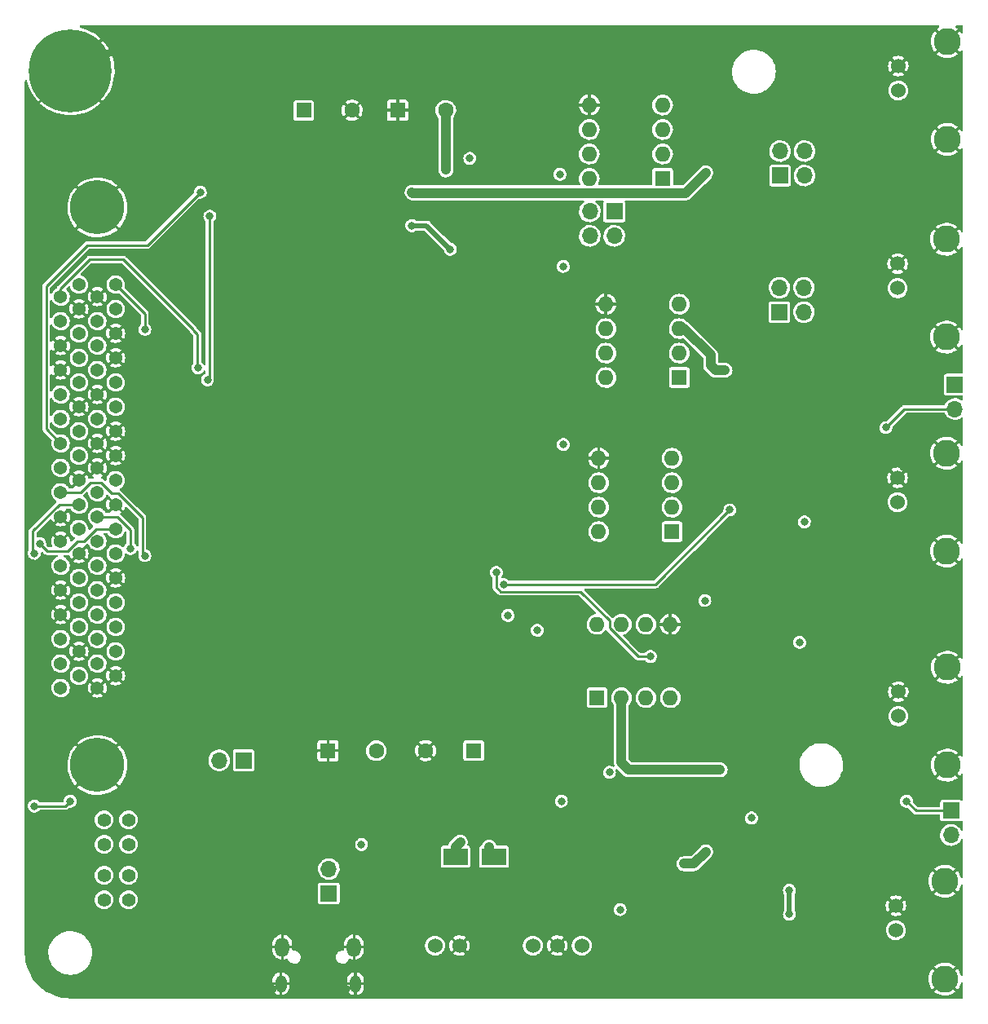
<source format=gbr>
%TF.GenerationSoftware,KiCad,Pcbnew,(6.0.0)*%
%TF.CreationDate,2024-05-04T22:15:16-04:00*%
%TF.ProjectId,Impedance_Analyzer_V4,496d7065-6461-46e6-9365-5f416e616c79,rev?*%
%TF.SameCoordinates,Original*%
%TF.FileFunction,Copper,L4,Bot*%
%TF.FilePolarity,Positive*%
%FSLAX46Y46*%
G04 Gerber Fmt 4.6, Leading zero omitted, Abs format (unit mm)*
G04 Created by KiCad (PCBNEW (6.0.0)) date 2024-05-04 22:15:16*
%MOMM*%
%LPD*%
G01*
G04 APERTURE LIST*
%TA.AperFunction,ComponentPad*%
%ADD10R,1.700000X1.700000*%
%TD*%
%TA.AperFunction,ComponentPad*%
%ADD11O,1.700000X1.700000*%
%TD*%
%TA.AperFunction,ComponentPad*%
%ADD12O,1.150000X1.800000*%
%TD*%
%TA.AperFunction,ComponentPad*%
%ADD13O,1.450000X2.000000*%
%TD*%
%TA.AperFunction,ComponentPad*%
%ADD14R,1.600000X1.600000*%
%TD*%
%TA.AperFunction,ComponentPad*%
%ADD15O,1.600000X1.600000*%
%TD*%
%TA.AperFunction,ComponentPad*%
%ADD16C,1.371600*%
%TD*%
%TA.AperFunction,ComponentPad*%
%ADD17C,5.613400*%
%TD*%
%TA.AperFunction,ComponentPad*%
%ADD18C,1.397000*%
%TD*%
%TA.AperFunction,ComponentPad*%
%ADD19C,1.524000*%
%TD*%
%TA.AperFunction,ComponentPad*%
%ADD20C,2.800000*%
%TD*%
%TA.AperFunction,ComponentPad*%
%ADD21C,1.600000*%
%TD*%
%TA.AperFunction,ComponentPad*%
%ADD22C,8.600000*%
%TD*%
%TA.AperFunction,SMDPad,CuDef*%
%ADD23R,2.500000X1.800000*%
%TD*%
%TA.AperFunction,ViaPad*%
%ADD24C,0.800000*%
%TD*%
%TA.AperFunction,Conductor*%
%ADD25C,1.000000*%
%TD*%
%TA.AperFunction,Conductor*%
%ADD26C,0.250000*%
%TD*%
%TA.AperFunction,Conductor*%
%ADD27C,0.500000*%
%TD*%
G04 APERTURE END LIST*
D10*
%TO.P,J8,1,Pin_1*%
%TO.N,Net-(F1-Pad1)*%
X93000000Y-117500000D03*
D11*
%TO.P,J8,2,Pin_2*%
%TO.N,+5V-3*%
X90460000Y-117500000D03*
%TD*%
D10*
%TO.P,J3,1,Pin_1*%
%TO.N,Net-(J2-Pad1)*%
X101850000Y-131320000D03*
D11*
%TO.P,J3,2,Pin_2*%
%TO.N,Net-(F1-Pad1)*%
X101850000Y-128780000D03*
%TD*%
D12*
%TO.P,J2,6,Shield*%
%TO.N,GND*%
X104625000Y-140700000D03*
X96875000Y-140700000D03*
D13*
X104475000Y-136900000D03*
X97025000Y-136900000D03*
%TD*%
D14*
%TO.P,U3,1,Rg*%
%TO.N,Net-(R7-Pad2)*%
X129700000Y-111000000D03*
D15*
%TO.P,U3,2,-*%
%TO.N,IMon-*%
X132240000Y-111000000D03*
%TO.P,U3,3,+*%
%TO.N,IMon+*%
X134780000Y-111000000D03*
%TO.P,U3,4,V-*%
%TO.N,-12V*%
X137320000Y-111000000D03*
%TO.P,U3,5,Ref*%
%TO.N,GND*%
X137320000Y-103380000D03*
%TO.P,U3,6*%
%TO.N,AI1+*%
X134780000Y-103380000D03*
%TO.P,U3,7,V+*%
%TO.N,+12V*%
X132240000Y-103380000D03*
%TO.P,U3,8,Rg*%
%TO.N,Net-(U3-Pad8)*%
X129700000Y-103380000D03*
%TD*%
D16*
%TO.P,J1,1,1*%
%TO.N,PFI 14*%
X74000000Y-110000000D03*
%TO.P,J1,2,2*%
%TO.N,PFI 12*%
X75905000Y-108730000D03*
%TO.P,J1,3,3*%
%TO.N,PFI 9*%
X74000000Y-107460000D03*
%TO.P,J1,4,4*%
%TO.N,GND*%
X75905000Y-106190000D03*
%TO.P,J1,5,5*%
%TO.N,PFI 6*%
X74000000Y-104920000D03*
%TO.P,J1,6,6*%
%TO.N,PFI 5*%
X75905000Y-103650000D03*
%TO.P,J1,7,7*%
%TO.N,GND*%
X74000000Y-102380000D03*
%TO.P,J1,8,8*%
%TO.N,+5V-3*%
X75905000Y-101110000D03*
%TO.P,J1,9,9*%
%TO.N,GND*%
X74000000Y-99840000D03*
%TO.P,J1,10,10*%
%TO.N,PFI 1*%
X75905000Y-98570000D03*
%TO.P,J1,11,11*%
%TO.N,PFI 0*%
X74000000Y-97300000D03*
%TO.P,J1,12,12*%
%TO.N,GND*%
X75905000Y-96030000D03*
%TO.P,J1,13,13*%
X74000000Y-94760000D03*
%TO.P,J1,14,14*%
%TO.N,+5V-2*%
X75905000Y-93490000D03*
%TO.P,J1,15,15*%
%TO.N,GND*%
X74000000Y-92220000D03*
%TO.P,J1,16,16*%
%TO.N,P0.6*%
X75905000Y-90950000D03*
%TO.P,J1,17,17*%
%TO.N,P0.1*%
X74000000Y-89680000D03*
%TO.P,J1,18,18*%
%TO.N,GND*%
X75905000Y-88410000D03*
%TO.P,J1,19,19*%
%TO.N,P0.4*%
X74000000Y-87140000D03*
%TO.P,J1,20,20*%
%TO.N,APFI 0*%
X75905000Y-85870000D03*
%TO.P,J1,21,21*%
%TO.N,BaseGateSig*%
X74000000Y-84600000D03*
%TO.P,J1,22,22*%
%TO.N,InputSig*%
X75905000Y-83330000D03*
%TO.P,J1,23,23*%
%TO.N,AI 15 (AI7-)*%
X74000000Y-82060000D03*
%TO.P,J1,24,24*%
%TO.N,GND*%
X75905000Y-80790000D03*
%TO.P,J1,25,25*%
%TO.N,AI 6 (AI6+)*%
X74000000Y-79520000D03*
%TO.P,J1,26,26*%
%TO.N,AI 13 (AI5-)*%
X75905000Y-78250000D03*
%TO.P,J1,27,27*%
%TO.N,GND*%
X74000000Y-76980000D03*
%TO.P,J1,28,28*%
%TO.N,AI 4 (AI4+)*%
X75905000Y-75710000D03*
%TO.P,J1,29,29*%
%TO.N,GND*%
X74000000Y-74440000D03*
%TO.P,J1,30,30*%
%TO.N,AI 3 (AI3+)*%
X75905000Y-73170000D03*
%TO.P,J1,31,31*%
%TO.N,AI 10 (AI2-)*%
X74000000Y-71900000D03*
%TO.P,J1,32,32*%
%TO.N,GND*%
X75905000Y-70630000D03*
%TO.P,J1,33,33*%
%TO.N,AI1+*%
X74000000Y-69360000D03*
%TO.P,J1,34,34*%
%TO.N,AI0-*%
X75905000Y-68090000D03*
%TO.P,J1,35,35*%
%TO.N,GND*%
X77810000Y-110000000D03*
%TO.P,J1,36,36*%
X79715000Y-108730000D03*
%TO.P,J1,37,37*%
%TO.N,PFI 8*%
X77810000Y-107460000D03*
%TO.P,J1,38,38*%
%TO.N,PFI 7*%
X79715000Y-106190000D03*
%TO.P,J1,39,39*%
%TO.N,PFI 15*%
X77810000Y-104920000D03*
%TO.P,J1,40,40*%
%TO.N,PFI 13*%
X79715000Y-103650000D03*
%TO.P,J1,41,41*%
%TO.N,PFI 4*%
X77810000Y-102380000D03*
%TO.P,J1,42,42*%
%TO.N,PFI 3*%
X79715000Y-101110000D03*
%TO.P,J1,43,43*%
%TO.N,PFI 2*%
X77810000Y-99840000D03*
%TO.P,J1,44,44*%
%TO.N,GND*%
X79715000Y-98570000D03*
%TO.P,J1,45,45*%
%TO.N,PFI 10*%
X77810000Y-97300000D03*
%TO.P,J1,46,46*%
%TO.N,PFI 11*%
X79715000Y-96030000D03*
%TO.P,J1,47,47*%
%TO.N,P0.3*%
X77810000Y-94760000D03*
%TO.P,J1,48,48*%
%TO.N,P0.7*%
X79715000Y-93490000D03*
%TO.P,J1,49,49*%
%TO.N,P0.2*%
X77810000Y-92220000D03*
%TO.P,J1,50,50*%
%TO.N,GND*%
X79715000Y-90950000D03*
%TO.P,J1,51,51*%
%TO.N,P0.5*%
X77810000Y-89680000D03*
%TO.P,J1,52,52*%
%TO.N,P0.0*%
X79715000Y-88410000D03*
%TO.P,J1,53,53*%
%TO.N,GND*%
X77810000Y-87140000D03*
%TO.P,J1,54,54*%
X79715000Y-85870000D03*
%TO.P,J1,55,55*%
X77810000Y-84600000D03*
%TO.P,J1,56,56*%
X79715000Y-83330000D03*
%TO.P,J1,57,57*%
%TO.N,AI 7 (AI7+)*%
X77810000Y-82060000D03*
%TO.P,J1,58,58*%
%TO.N,AI 14 (AI6-)*%
X79715000Y-80790000D03*
%TO.P,J1,59,59*%
%TO.N,GND*%
X77810000Y-79520000D03*
%TO.P,J1,60,60*%
%TO.N,AI 5 (AI5+)*%
X79715000Y-78250000D03*
%TO.P,J1,61,61*%
%TO.N,AI 12 (AI 4-)*%
X77810000Y-76980000D03*
%TO.P,J1,62,62*%
%TO.N,GND*%
X79715000Y-75710000D03*
%TO.P,J1,63,63*%
%TO.N,AI 11 (AI 3-)*%
X77810000Y-74440000D03*
%TO.P,J1,64,64*%
%TO.N,GND*%
X79715000Y-73170000D03*
%TO.P,J1,65,65*%
%TO.N,AI 2 (AI2+)*%
X77810000Y-71900000D03*
%TO.P,J1,66,66*%
%TO.N,AI1-*%
X79715000Y-70630000D03*
%TO.P,J1,67,67*%
%TO.N,GND*%
X77810000Y-69360000D03*
%TO.P,J1,68,68*%
%TO.N,AI0+*%
X79715000Y-68090000D03*
D17*
%TO.P,J1,69,Chassis*%
%TO.N,GND*%
X77810000Y-118001000D03*
%TO.P,J1,70,Chassis*%
X77810000Y-60089000D03*
%TD*%
D18*
%TO.P,D15,1,A1*%
%TO.N,Net-(D15-Pad1)*%
X81055300Y-126236600D03*
%TO.P,D15,2,K1*%
%TO.N,+5V*%
X81055300Y-123696600D03*
%TO.P,D15,3,A2*%
%TO.N,Net-(D15-Pad3)*%
X78515300Y-126236600D03*
%TO.P,D15,4,K2*%
%TO.N,+5V*%
X78515300Y-123696600D03*
%TD*%
%TO.P,D14,4,K2*%
%TO.N,+5V*%
X78515300Y-129446600D03*
%TO.P,D14,3,A2*%
%TO.N,Net-(D14-Pad3)*%
X78515300Y-131986600D03*
%TO.P,D14,2,K1*%
%TO.N,+5V*%
X81055300Y-129446600D03*
%TO.P,D14,1,A1*%
%TO.N,Net-(D14-Pad1)*%
X81055300Y-131986600D03*
%TD*%
D19*
%TO.P,J6,1,In*%
%TO.N,IOut*%
X160924991Y-68475000D03*
%TO.P,J6,2,Ext*%
%TO.N,GND*%
X160924991Y-65935000D03*
D20*
X166004991Y-63395000D03*
X166004991Y-73555000D03*
%TD*%
D19*
%TO.P,J7,1,In*%
%TO.N,IMon+*%
X160750000Y-135150000D03*
D20*
%TO.P,J7,2,Ext*%
%TO.N,GND*%
X165830000Y-140230000D03*
X165830000Y-130070000D03*
D19*
X160750000Y-132610000D03*
%TD*%
%TO.P,J5,1,In*%
%TO.N,LPot1*%
X161000000Y-112925000D03*
%TO.P,J5,2,Ext*%
%TO.N,GND*%
X161000000Y-110385000D03*
D20*
X166080000Y-107845000D03*
X166080000Y-118005000D03*
%TD*%
D19*
%TO.P,J4,1,In*%
%TO.N,HPot1*%
X160924991Y-90699991D03*
D20*
%TO.P,J4,2,Ext*%
%TO.N,GND*%
X166004991Y-95779991D03*
D19*
X160924991Y-88159991D03*
D20*
X166004991Y-85619991D03*
%TD*%
D14*
%TO.P,U4,1,Rg*%
%TO.N,Net-(R8-Pad1)*%
X137500000Y-93750000D03*
D15*
%TO.P,U4,2,-*%
%TO.N,LPot1*%
X137500000Y-91210000D03*
%TO.P,U4,3,+*%
%TO.N,HPot1*%
X137500000Y-88670000D03*
%TO.P,U4,4,V-*%
%TO.N,-12V*%
X137500000Y-86130000D03*
%TO.P,U4,5,Ref*%
%TO.N,GND*%
X129880000Y-86130000D03*
%TO.P,U4,6*%
%TO.N,AI0+*%
X129880000Y-88670000D03*
%TO.P,U4,7,V+*%
%TO.N,+12V*%
X129880000Y-91210000D03*
%TO.P,U4,8,Rg*%
%TO.N,Net-(U4-Pad8)*%
X129880000Y-93750000D03*
%TD*%
D14*
%TO.P,C7,1*%
%TO.N,GND*%
X101778792Y-116500000D03*
D21*
%TO.P,C7,2*%
%TO.N,-12V*%
X106778792Y-116500000D03*
%TD*%
D14*
%TO.P,C9,1*%
%TO.N,+12V*%
X116902651Y-116500000D03*
D21*
%TO.P,C9,2*%
%TO.N,GND*%
X111902651Y-116500000D03*
%TD*%
D22*
%TO.P,H1,1,1*%
%TO.N,GND*%
X75000000Y-45900000D03*
%TD*%
D19*
%TO.P,Reg1,1,+Vin*%
%TO.N,+5V*%
X112880000Y-136750000D03*
%TO.P,Reg1,2,-Vin*%
%TO.N,GND*%
X115420000Y-136750000D03*
%TO.P,Reg1,5,-Vout*%
%TO.N,Net-(L2-Pad2)*%
X123040000Y-136750000D03*
%TO.P,Reg1,6,GND2*%
%TO.N,GND*%
X125580000Y-136750000D03*
%TO.P,Reg1,7,+Vout*%
%TO.N,Net-(L1-Pad2)*%
X128120000Y-136750000D03*
%TD*%
D10*
%TO.P,J18,1,Pin_1*%
%TO.N,LPot1*%
X166475000Y-122725000D03*
D11*
%TO.P,J18,2,Pin_2*%
%TO.N,IMon+*%
X166475000Y-125265000D03*
%TD*%
D14*
%TO.P,U7,1,Rg*%
%TO.N,Net-(R30-Pad1)*%
X136525000Y-57075000D03*
D15*
%TO.P,U7,2,-*%
%TO.N,BaseGateOutput*%
X136525000Y-54535000D03*
%TO.P,U7,3,+*%
%TO.N,Net-(R28-Pad2)*%
X136525000Y-51995000D03*
%TO.P,U7,4,V-*%
%TO.N,-12V*%
X136525000Y-49455000D03*
%TO.P,U7,5,Ref*%
%TO.N,GND*%
X128905000Y-49455000D03*
%TO.P,U7,6*%
%TO.N,AI 3 (AI3+)*%
X128905000Y-51995000D03*
%TO.P,U7,7,V+*%
%TO.N,+12V*%
X128905000Y-54535000D03*
%TO.P,U7,8,Rg*%
%TO.N,Net-(J21-Pad3)*%
X128905000Y-57075000D03*
%TD*%
D14*
%TO.P,C16,1*%
%TO.N,GND*%
X109000000Y-50000000D03*
D21*
%TO.P,C16,2*%
%TO.N,-12V*%
X114000000Y-50000000D03*
%TD*%
D14*
%TO.P,C25,1*%
%TO.N,+12V*%
X99260000Y-50000000D03*
D21*
%TO.P,C25,2*%
%TO.N,GND*%
X104260000Y-50000000D03*
%TD*%
D10*
%TO.P,J15,1,Pin_1*%
%TO.N,IOut*%
X166875000Y-78475000D03*
D11*
%TO.P,J15,2,Pin_2*%
%TO.N,HPot1*%
X166875000Y-81015000D03*
%TD*%
D19*
%TO.P,J20,1,In*%
%TO.N,BaseGateOutput*%
X161000000Y-47950000D03*
D20*
%TO.P,J20,2,Ext*%
%TO.N,GND*%
X166080000Y-53030000D03*
X166080000Y-42870000D03*
D19*
X161000000Y-45410000D03*
%TD*%
D15*
%TO.P,U6,8,Rg*%
%TO.N,Net-(U6-Pad8)*%
X130630000Y-77750000D03*
%TO.P,U6,7,V+*%
%TO.N,+12V*%
X130630000Y-75210000D03*
%TO.P,U6,6*%
%TO.N,AI 2 (AI2+)*%
X130630000Y-72670000D03*
%TO.P,U6,5,Ref*%
%TO.N,GND*%
X130630000Y-70130000D03*
%TO.P,U6,4,V-*%
%TO.N,-12V*%
X138250000Y-70130000D03*
%TO.P,U6,3,+*%
%TO.N,IMon+*%
X138250000Y-72670000D03*
%TO.P,U6,2,-*%
%TO.N,IOut*%
X138250000Y-75210000D03*
D14*
%TO.P,U6,1,Rg*%
%TO.N,Net-(R26-Pad2)*%
X138250000Y-77750000D03*
%TD*%
D10*
%TO.P,J19,1,Pin_1*%
%TO.N,Net-(J19-Pad1)*%
X148725000Y-56775000D03*
D11*
%TO.P,J19,2,Pin_2*%
%TO.N,Net-(J19-Pad2)*%
X148725000Y-54235000D03*
%TO.P,J19,3,Pin_3*%
%TO.N,BaseGateOutput*%
X151265000Y-56775000D03*
%TO.P,J19,4,Pin_4*%
X151265000Y-54235000D03*
%TD*%
D10*
%TO.P,J17,1,Pin_1*%
%TO.N,Net-(J17-Pad1)*%
X148653750Y-70960000D03*
D11*
%TO.P,J17,2,Pin_2*%
%TO.N,Net-(J17-Pad2)*%
X148653750Y-68420000D03*
%TO.P,J17,3,Pin_3*%
%TO.N,IOut*%
X151193750Y-70960000D03*
%TO.P,J17,4,Pin_4*%
X151193750Y-68420000D03*
%TD*%
D10*
%TO.P,J21,1,Pin_1*%
%TO.N,Net-(J21-Pad1)*%
X131500000Y-60500000D03*
D11*
%TO.P,J21,2,Pin_2*%
%TO.N,Net-(J21-Pad2)*%
X131500000Y-63040000D03*
%TO.P,J21,3,Pin_3*%
%TO.N,Net-(J21-Pad3)*%
X128960000Y-60500000D03*
%TO.P,J21,4,Pin_4*%
X128960000Y-63040000D03*
%TD*%
D23*
%TO.P,D6,1,A1*%
%TO.N,+12V*%
X119000000Y-127500000D03*
%TO.P,D6,2,A2*%
%TO.N,-12V*%
X115000000Y-127500000D03*
%TD*%
D24*
%TO.N,+5V*%
X105250000Y-126250000D03*
%TO.N,GND*%
X142500000Y-85250000D03*
X145500000Y-90250000D03*
%TO.N,P0.0*%
X119250000Y-98000000D03*
X135250000Y-106724500D03*
%TO.N,P0.2*%
X81250000Y-95500000D03*
%TO.N,-12V*%
X123500000Y-104000000D03*
%TO.N,P0.3*%
X143500000Y-91500000D03*
%TO.N,+12V*%
X140905000Y-100905000D03*
X150750000Y-105250000D03*
X151250000Y-92750000D03*
X131000000Y-118750000D03*
X132100000Y-133000000D03*
X126000000Y-121750000D03*
%TO.N,P0.1*%
X82750000Y-96250000D03*
%TO.N,IMon-*%
X140000000Y-118500000D03*
X142500000Y-118500000D03*
%TO.N,Net-(R14-Pad2)*%
X138750000Y-128250000D03*
X141000000Y-127000000D03*
%TO.N,P0.3*%
X120000000Y-99250000D03*
%TO.N,InputSig*%
X89500000Y-61000000D03*
X89250000Y-78000000D03*
%TO.N,BaseGateSig*%
X88500000Y-58500000D03*
%TO.N,AI1+*%
X88250000Y-76750000D03*
%TO.N,AI0+*%
X82750000Y-72750000D03*
%TO.N,P0.6*%
X75000000Y-121750000D03*
X71275500Y-122250000D03*
X71275500Y-96000000D03*
%TO.N,P0.7*%
X71815669Y-95000000D03*
%TO.N,GND*%
X95250000Y-122500000D03*
X95250000Y-126000000D03*
X95250000Y-129500000D03*
X95000000Y-133000000D03*
X86397500Y-115750000D03*
X140790000Y-80000000D03*
X124455000Y-111730000D03*
X132800000Y-88050000D03*
X128000000Y-139250000D03*
X119050000Y-123500000D03*
X119000000Y-141250000D03*
X116750000Y-139250000D03*
X114500000Y-123500000D03*
X111750000Y-139250000D03*
X71500000Y-67330000D03*
X71500000Y-69870000D03*
X71500000Y-72410000D03*
X71500000Y-74950000D03*
X71500000Y-77490000D03*
X71500000Y-80030000D03*
X71500000Y-82570000D03*
X71500000Y-85110000D03*
X71500000Y-87650000D03*
X71500000Y-90190000D03*
X71500000Y-133370000D03*
X71500000Y-135910000D03*
X104440000Y-44075000D03*
X81580000Y-44075000D03*
X89200000Y-44075000D03*
X91740000Y-44075000D03*
X106980000Y-44075000D03*
X101900000Y-44075000D03*
X84120000Y-44075000D03*
X99360000Y-44075000D03*
X109520000Y-44075000D03*
X112060000Y-44075000D03*
X86660000Y-44075000D03*
X96820000Y-44075000D03*
X79040000Y-44075000D03*
X94280000Y-44075000D03*
X142153750Y-66960000D03*
X142690000Y-135000000D03*
X139000000Y-132000000D03*
X114500000Y-139250000D03*
X88500000Y-72500000D03*
X155750000Y-62250000D03*
X161000000Y-83850000D03*
X161500000Y-87100000D03*
X161000000Y-117100000D03*
X161000000Y-120100000D03*
X157250000Y-127750000D03*
X129750000Y-140440000D03*
X106230000Y-141250000D03*
X145520000Y-113050000D03*
X124500000Y-78000000D03*
X95880000Y-60000000D03*
X100460000Y-100250000D03*
X108770000Y-141250000D03*
X78290000Y-141250000D03*
X93530000Y-141250000D03*
X85910000Y-141250000D03*
X124500000Y-67000000D03*
X136500000Y-107500000D03*
X110750000Y-79500000D03*
X104750000Y-57500000D03*
X116830000Y-44075000D03*
X146653750Y-66960000D03*
X97670000Y-103250000D03*
X106420000Y-100250000D03*
X124000000Y-94540000D03*
X99670000Y-57500000D03*
X88450000Y-141250000D03*
X96070000Y-141250000D03*
X97920000Y-100250000D03*
X71500000Y-62250000D03*
X117000000Y-82250000D03*
X124000000Y-97080000D03*
X116500000Y-60500000D03*
X114460000Y-85250000D03*
X113250000Y-109040000D03*
X113500000Y-65500000D03*
X111500000Y-100250000D03*
X121500000Y-106000000D03*
X106420000Y-103000000D03*
X124500000Y-83080000D03*
X114290000Y-44075000D03*
X108960000Y-103000000D03*
X98420000Y-60000000D03*
X80830000Y-141250000D03*
X131000000Y-109500000D03*
X105320000Y-111500000D03*
X133050000Y-91800000D03*
X114460000Y-82250000D03*
X145595000Y-131075000D03*
X111500000Y-103000000D03*
X135050000Y-90300000D03*
X96460000Y-112000000D03*
X101150000Y-141250000D03*
X103690000Y-141250000D03*
X105250000Y-62250000D03*
X110400000Y-111500000D03*
X145095000Y-137075000D03*
X124500000Y-69540000D03*
X93920000Y-112000000D03*
X98610000Y-141250000D03*
X107860000Y-111500000D03*
X100210000Y-103250000D03*
X102210000Y-57500000D03*
X114460000Y-79250000D03*
X102710000Y-62250000D03*
X103000000Y-100250000D03*
X113250000Y-106500000D03*
X102750000Y-103250000D03*
X134800000Y-86550000D03*
X133050000Y-94050000D03*
X100170000Y-62250000D03*
X99000000Y-112000000D03*
X123500000Y-73750000D03*
X124500000Y-80540000D03*
X108960000Y-100250000D03*
X103500000Y-60000000D03*
X116475000Y-62935000D03*
X117000000Y-85250000D03*
X100960000Y-60000000D03*
%TO.N,-12V*%
X145750000Y-123500000D03*
X115500000Y-126000000D03*
X126205000Y-66205000D03*
X126205000Y-84705000D03*
X120461154Y-102461154D03*
X114000000Y-56200000D03*
X125852500Y-56647500D03*
%TO.N,+12V*%
X118500000Y-126500000D03*
X149690000Y-131000000D03*
X149690000Y-133500000D03*
X116500000Y-55000000D03*
%TO.N,IMon+*%
X143000000Y-77000000D03*
%TO.N,LPot1*%
X161850000Y-121750000D03*
%TO.N,Net-(C1-Pad1)*%
X114475000Y-64435000D03*
X110475000Y-61984500D03*
%TO.N,Net-(R28-Pad2)*%
X110500000Y-58500000D03*
X141000000Y-56500000D03*
%TO.N,HPot1*%
X159700000Y-82950000D03*
%TD*%
D25*
%TO.N,IMon+*%
X142000000Y-77000000D02*
X143000000Y-77000000D01*
X141500000Y-75395000D02*
X141500000Y-76500000D01*
X138775000Y-72670000D02*
X141500000Y-75395000D01*
X138250000Y-72670000D02*
X138775000Y-72670000D01*
X141500000Y-76500000D02*
X142000000Y-77000000D01*
D26*
%TO.N,AI1+*%
X74000000Y-68500000D02*
X74000000Y-69360000D01*
X77000000Y-65500000D02*
X74000000Y-68500000D01*
X80500000Y-65500000D02*
X77000000Y-65500000D01*
X88250000Y-76750000D02*
X88199897Y-76699897D01*
X88199897Y-76699897D02*
X88199897Y-73224511D01*
X87775489Y-72775489D02*
X80500000Y-65500000D01*
X88199897Y-73224511D02*
X87775489Y-72800103D01*
X87775489Y-72800103D02*
X87775489Y-72775489D01*
%TO.N,P0.1*%
X77080311Y-88669689D02*
X76070000Y-89680000D01*
X78228486Y-88669689D02*
X77080311Y-88669689D01*
X79308797Y-89750000D02*
X78228486Y-88669689D01*
X79943797Y-89750000D02*
X79308797Y-89750000D01*
X82500000Y-92306203D02*
X79943797Y-89750000D01*
X82750000Y-96250000D02*
X82500000Y-96000000D01*
X82500000Y-96000000D02*
X82500000Y-92306203D01*
X76070000Y-89680000D02*
X74000000Y-89680000D01*
%TO.N,P0.0*%
X119250000Y-99524614D02*
X119250000Y-98000000D01*
X119699897Y-99974511D02*
X119250000Y-99524614D01*
X127974511Y-99974511D02*
X119699897Y-99974511D01*
X131000000Y-103000000D02*
X127974511Y-99974511D01*
X131000000Y-103730300D02*
X131000000Y-103000000D01*
X135250000Y-106724500D02*
X133994200Y-106724500D01*
X133994200Y-106724500D02*
X131000000Y-103730300D01*
%TO.N,P0.2*%
X79873797Y-92220000D02*
X77810000Y-92220000D01*
X81250000Y-93596203D02*
X79873797Y-92220000D01*
X81250000Y-95500000D02*
X81250000Y-93596203D01*
%TO.N,P0.3*%
X135750000Y-99250000D02*
X143500000Y-91500000D01*
X120000000Y-99250000D02*
X135750000Y-99250000D01*
D25*
%TO.N,IMon-*%
X133000000Y-118500000D02*
X142500000Y-118500000D01*
X132240000Y-117740000D02*
X133000000Y-118500000D01*
X132240000Y-111000000D02*
X132240000Y-117740000D01*
%TO.N,Net-(R14-Pad2)*%
X138750000Y-128250000D02*
X139750000Y-128250000D01*
X139750000Y-128250000D02*
X141000000Y-127000000D01*
D26*
%TO.N,InputSig*%
X89474511Y-61025489D02*
X89500000Y-61000000D01*
X89474511Y-62775489D02*
X89474511Y-61025489D01*
X89474511Y-77775489D02*
X89474511Y-62775489D01*
X89250000Y-78000000D02*
X89474511Y-77775489D01*
%TO.N,BaseGateSig*%
X72500000Y-83100000D02*
X74000000Y-84600000D01*
X72500000Y-68250000D02*
X72500000Y-83100000D01*
X83000000Y-64000000D02*
X76750000Y-64000000D01*
X76750000Y-64000000D02*
X72500000Y-68250000D01*
X88500000Y-58500000D02*
X83000000Y-64000000D01*
%TO.N,AI0+*%
X82750000Y-71125000D02*
X79715000Y-68090000D01*
X82750000Y-72750000D02*
X82750000Y-71125000D01*
%TO.N,P0.6*%
X74500000Y-122250000D02*
X75000000Y-121750000D01*
X71091158Y-93700045D02*
X71091158Y-95815658D01*
X71091158Y-95815658D02*
X71275500Y-96000000D01*
X73841203Y-90950000D02*
X71091158Y-93700045D01*
X71275500Y-122250000D02*
X74500000Y-122250000D01*
X75905000Y-90950000D02*
X73841203Y-90950000D01*
%TO.N,P0.7*%
X77651203Y-93490000D02*
X79715000Y-93490000D01*
X76391203Y-94750000D02*
X77651203Y-93490000D01*
X75756203Y-94750000D02*
X76391203Y-94750000D01*
X74735892Y-95770311D02*
X75756203Y-94750000D01*
X71815669Y-95000000D02*
X72585980Y-95770311D01*
X72585980Y-95770311D02*
X74735892Y-95770311D01*
D25*
%TO.N,-12V*%
X115000000Y-127500000D02*
X115000000Y-126500000D01*
X115000000Y-126500000D02*
X115500000Y-126000000D01*
X114000000Y-50000000D02*
X114000000Y-56200000D01*
%TO.N,+12V*%
X118500000Y-126500000D02*
X118500000Y-127000000D01*
X118500000Y-127000000D02*
X119000000Y-127500000D01*
D27*
X149690000Y-133500000D02*
X149690000Y-131000000D01*
D26*
%TO.N,LPot1*%
X166475000Y-122725000D02*
X162825000Y-122725000D01*
X162825000Y-122725000D02*
X161850000Y-121750000D01*
D27*
%TO.N,Net-(C1-Pad1)*%
X110475000Y-61984500D02*
X112024500Y-61984500D01*
X112024500Y-61984500D02*
X114475000Y-64435000D01*
D25*
%TO.N,Net-(R28-Pad2)*%
X141000000Y-56500000D02*
X138925000Y-58575000D01*
X138925000Y-58575000D02*
X110575000Y-58575000D01*
X110575000Y-58575000D02*
X110500000Y-58500000D01*
D26*
%TO.N,HPot1*%
X161635000Y-81015000D02*
X159700000Y-82950000D01*
X166875000Y-81015000D02*
X161635000Y-81015000D01*
%TD*%
%TA.AperFunction,Conductor*%
%TO.N,GND*%
G36*
X165218391Y-41190002D02*
G01*
X165264884Y-41243658D01*
X165274988Y-41313932D01*
X165245494Y-41378512D01*
X165219355Y-41401372D01*
X165046113Y-41514954D01*
X165038719Y-41520627D01*
X165001530Y-41553820D01*
X164993161Y-41567273D01*
X164998875Y-41576743D01*
X166067188Y-42645056D01*
X166081132Y-42652670D01*
X166082965Y-42652539D01*
X166089580Y-42648288D01*
X167160580Y-41577288D01*
X167168194Y-41563344D01*
X167168137Y-41562535D01*
X167162815Y-41554526D01*
X167156252Y-41548352D01*
X167149004Y-41542483D01*
X166945235Y-41401123D01*
X166946059Y-41399935D01*
X166901856Y-41352761D01*
X166889026Y-41282933D01*
X166915985Y-41217254D01*
X166974173Y-41176576D01*
X167014347Y-41170000D01*
X167604000Y-41170000D01*
X167672121Y-41190002D01*
X167718614Y-41243658D01*
X167730000Y-41296000D01*
X167730000Y-41856442D01*
X167709998Y-41924563D01*
X167656342Y-41971056D01*
X167586068Y-41981160D01*
X167521488Y-41951666D01*
X167498907Y-41924195D01*
X167498249Y-41924639D01*
X167490424Y-41913038D01*
X167395257Y-41792319D01*
X167383332Y-41783848D01*
X167371798Y-41790334D01*
X166304944Y-42857188D01*
X166297330Y-42871132D01*
X166297461Y-42872965D01*
X166301712Y-42879580D01*
X167371019Y-43948887D01*
X167384780Y-43956401D01*
X167394141Y-43949943D01*
X167438406Y-43899468D01*
X167444014Y-43892026D01*
X167498029Y-43808050D01*
X167551703Y-43761579D01*
X167621981Y-43751503D01*
X167686550Y-43781021D01*
X167724910Y-43840763D01*
X167730000Y-43876213D01*
X167730000Y-52016442D01*
X167709998Y-52084563D01*
X167656342Y-52131056D01*
X167586068Y-52141160D01*
X167521488Y-52111666D01*
X167498907Y-52084195D01*
X167498249Y-52084639D01*
X167490424Y-52073038D01*
X167395257Y-51952319D01*
X167383332Y-51943848D01*
X167371798Y-51950334D01*
X166304944Y-53017188D01*
X166297330Y-53031132D01*
X166297461Y-53032965D01*
X166301712Y-53039580D01*
X167371019Y-54108887D01*
X167384780Y-54116401D01*
X167394141Y-54109943D01*
X167438406Y-54059468D01*
X167444014Y-54052026D01*
X167498029Y-53968050D01*
X167551703Y-53921579D01*
X167621981Y-53911503D01*
X167686550Y-53941021D01*
X167724910Y-54000763D01*
X167730000Y-54036213D01*
X167730000Y-62512680D01*
X167709998Y-62580801D01*
X167656342Y-62627294D01*
X167586068Y-62637398D01*
X167521488Y-62607904D01*
X167494607Y-62575203D01*
X167420626Y-62445764D01*
X167415415Y-62438038D01*
X167320248Y-62317319D01*
X167308323Y-62308848D01*
X167296789Y-62315334D01*
X166229935Y-63382188D01*
X166222321Y-63396132D01*
X166222452Y-63397965D01*
X166226703Y-63404580D01*
X167296010Y-64473887D01*
X167309771Y-64481401D01*
X167319132Y-64474943D01*
X167363397Y-64424468D01*
X167369005Y-64417026D01*
X167498029Y-64216436D01*
X167551703Y-64169965D01*
X167621981Y-64159889D01*
X167686550Y-64189407D01*
X167724910Y-64249149D01*
X167730000Y-64284599D01*
X167730000Y-72672680D01*
X167709998Y-72740801D01*
X167656342Y-72787294D01*
X167586068Y-72797398D01*
X167521488Y-72767904D01*
X167494607Y-72735203D01*
X167420626Y-72605764D01*
X167415415Y-72598038D01*
X167320248Y-72477319D01*
X167308323Y-72468848D01*
X167296789Y-72475334D01*
X166229935Y-73542188D01*
X166222321Y-73556132D01*
X166222452Y-73557965D01*
X166226703Y-73564580D01*
X167296010Y-74633887D01*
X167309771Y-74641401D01*
X167319132Y-74634943D01*
X167363397Y-74584468D01*
X167369005Y-74577026D01*
X167498029Y-74376436D01*
X167551703Y-74329965D01*
X167621981Y-74319889D01*
X167686550Y-74349407D01*
X167724910Y-74409149D01*
X167730000Y-74444599D01*
X167730000Y-77228500D01*
X167709998Y-77296621D01*
X167656342Y-77343114D01*
X167604000Y-77354500D01*
X165998360Y-77354500D01*
X165919456Y-77370195D01*
X165829981Y-77429981D01*
X165770195Y-77519456D01*
X165754500Y-77598360D01*
X165754500Y-79351640D01*
X165770195Y-79430544D01*
X165829981Y-79520019D01*
X165919456Y-79579805D01*
X165998360Y-79595500D01*
X167604000Y-79595500D01*
X167672121Y-79615502D01*
X167718614Y-79669158D01*
X167730000Y-79721500D01*
X167730000Y-80000992D01*
X167709998Y-80069113D01*
X167656342Y-80115606D01*
X167586068Y-80125710D01*
X167536764Y-80107553D01*
X167390764Y-80015433D01*
X167390755Y-80015428D01*
X167385876Y-80012350D01*
X167194602Y-79936040D01*
X167188945Y-79934915D01*
X167188939Y-79934913D01*
X166998294Y-79896992D01*
X166998290Y-79896992D01*
X166992626Y-79895865D01*
X166986851Y-79895789D01*
X166986847Y-79895789D01*
X166883659Y-79894438D01*
X166786710Y-79893169D01*
X166781013Y-79894148D01*
X166781012Y-79894148D01*
X166647743Y-79917048D01*
X166583751Y-79928044D01*
X166390546Y-79999321D01*
X166213565Y-80104613D01*
X166209225Y-80108419D01*
X166209221Y-80108422D01*
X166082368Y-80219670D01*
X166058736Y-80240395D01*
X166055161Y-80244930D01*
X166055160Y-80244931D01*
X166048440Y-80253455D01*
X165931244Y-80402118D01*
X165928555Y-80407229D01*
X165928553Y-80407232D01*
X165852298Y-80552168D01*
X165802878Y-80603140D01*
X165740790Y-80619500D01*
X161572359Y-80619500D01*
X161562927Y-80622565D01*
X161562925Y-80622565D01*
X161551822Y-80626173D01*
X161532591Y-80630790D01*
X161529361Y-80631301D01*
X161521058Y-80632616D01*
X161521056Y-80632617D01*
X161511260Y-80634168D01*
X161502421Y-80638672D01*
X161502420Y-80638672D01*
X161492014Y-80643974D01*
X161473745Y-80651541D01*
X161462642Y-80655148D01*
X161462638Y-80655150D01*
X161453208Y-80658214D01*
X161445184Y-80664044D01*
X161435733Y-80670910D01*
X161418878Y-80681239D01*
X161399633Y-80691045D01*
X161311045Y-80779633D01*
X161311044Y-80779635D01*
X159847820Y-82242859D01*
X159785508Y-82276885D01*
X159758067Y-82279762D01*
X159622369Y-82279051D01*
X159614989Y-82280823D01*
X159614987Y-82280823D01*
X159471945Y-82315164D01*
X159471941Y-82315165D01*
X159464566Y-82316936D01*
X159320355Y-82391369D01*
X159314633Y-82396361D01*
X159314631Y-82396362D01*
X159252177Y-82450844D01*
X159198061Y-82498052D01*
X159104746Y-82630827D01*
X159045795Y-82782029D01*
X159044804Y-82789556D01*
X159025738Y-82934378D01*
X159024612Y-82942927D01*
X159042420Y-83104234D01*
X159056874Y-83143730D01*
X159095580Y-83249501D01*
X159095582Y-83249505D01*
X159098192Y-83256637D01*
X159102429Y-83262943D01*
X159102431Y-83262946D01*
X159132227Y-83307286D01*
X159188707Y-83391337D01*
X159194325Y-83396449D01*
X159303118Y-83495444D01*
X159303122Y-83495447D01*
X159308739Y-83500558D01*
X159315412Y-83504181D01*
X159315416Y-83504184D01*
X159444686Y-83574371D01*
X159451359Y-83577994D01*
X159608334Y-83619176D01*
X159694250Y-83620526D01*
X159763004Y-83621606D01*
X159763007Y-83621606D01*
X159770601Y-83621725D01*
X159826392Y-83608947D01*
X159921389Y-83587190D01*
X159921393Y-83587189D01*
X159928792Y-83585494D01*
X160073774Y-83512576D01*
X160100060Y-83490126D01*
X160191404Y-83412111D01*
X160191406Y-83412108D01*
X160197178Y-83407179D01*
X160291879Y-83275388D01*
X160302286Y-83249501D01*
X160349577Y-83131861D01*
X160349578Y-83131859D01*
X160352410Y-83124813D01*
X160375277Y-82964145D01*
X160375425Y-82950000D01*
X160374283Y-82940558D01*
X160370258Y-82907304D01*
X160381931Y-82837273D01*
X160406250Y-82803071D01*
X161761916Y-81447405D01*
X161824228Y-81413379D01*
X161851011Y-81410500D01*
X165742747Y-81410500D01*
X165810868Y-81430502D01*
X165857173Y-81483749D01*
X165880188Y-81533672D01*
X165900462Y-81577650D01*
X165903795Y-81582366D01*
X166014786Y-81739415D01*
X166019315Y-81745824D01*
X166166826Y-81889522D01*
X166338053Y-82003933D01*
X166343356Y-82006211D01*
X166343359Y-82006213D01*
X166476750Y-82063522D01*
X166527263Y-82085224D01*
X166601385Y-82101996D01*
X166722482Y-82129398D01*
X166722488Y-82129399D01*
X166728119Y-82130673D01*
X166733890Y-82130900D01*
X166733892Y-82130900D01*
X166796224Y-82133349D01*
X166933894Y-82138758D01*
X167035795Y-82123983D01*
X167131982Y-82110037D01*
X167131987Y-82110036D01*
X167137696Y-82109208D01*
X167143160Y-82107353D01*
X167143165Y-82107352D01*
X167327229Y-82044871D01*
X167327234Y-82044869D01*
X167332701Y-82043013D01*
X167408215Y-82000723D01*
X167507339Y-81945211D01*
X167507343Y-81945208D01*
X167512377Y-81942389D01*
X167523430Y-81933196D01*
X167588592Y-81905015D01*
X167658647Y-81916536D01*
X167711353Y-81964104D01*
X167730000Y-82030069D01*
X167730000Y-84737671D01*
X167709998Y-84805792D01*
X167656342Y-84852285D01*
X167586068Y-84862389D01*
X167521488Y-84832895D01*
X167494607Y-84800194D01*
X167420626Y-84670755D01*
X167415415Y-84663029D01*
X167320248Y-84542310D01*
X167308323Y-84533839D01*
X167296789Y-84540325D01*
X166229935Y-85607179D01*
X166222321Y-85621123D01*
X166222452Y-85622956D01*
X166226703Y-85629571D01*
X167296010Y-86698878D01*
X167309771Y-86706392D01*
X167319132Y-86699934D01*
X167363397Y-86649459D01*
X167369005Y-86642017D01*
X167498029Y-86441427D01*
X167551703Y-86394956D01*
X167621981Y-86384880D01*
X167686550Y-86414398D01*
X167724910Y-86474140D01*
X167730000Y-86509590D01*
X167730000Y-94897671D01*
X167709998Y-94965792D01*
X167656342Y-95012285D01*
X167586068Y-95022389D01*
X167521488Y-94992895D01*
X167494607Y-94960194D01*
X167420626Y-94830755D01*
X167415415Y-94823029D01*
X167320248Y-94702310D01*
X167308323Y-94693839D01*
X167296789Y-94700325D01*
X166229935Y-95767179D01*
X166222321Y-95781123D01*
X166222452Y-95782956D01*
X166226703Y-95789571D01*
X167296010Y-96858878D01*
X167309771Y-96866392D01*
X167319132Y-96859934D01*
X167363397Y-96809459D01*
X167369005Y-96802017D01*
X167498029Y-96601427D01*
X167551703Y-96554956D01*
X167621981Y-96544880D01*
X167686550Y-96574398D01*
X167724910Y-96634140D01*
X167730000Y-96669590D01*
X167730000Y-106831442D01*
X167709998Y-106899563D01*
X167656342Y-106946056D01*
X167586068Y-106956160D01*
X167521488Y-106926666D01*
X167498907Y-106899195D01*
X167498249Y-106899639D01*
X167490424Y-106888038D01*
X167395257Y-106767319D01*
X167383332Y-106758848D01*
X167371798Y-106765334D01*
X166304944Y-107832188D01*
X166297330Y-107846132D01*
X166297461Y-107847965D01*
X166301712Y-107854580D01*
X167371019Y-108923887D01*
X167384780Y-108931401D01*
X167394141Y-108924943D01*
X167438406Y-108874468D01*
X167444014Y-108867026D01*
X167498029Y-108783050D01*
X167551703Y-108736579D01*
X167621981Y-108726503D01*
X167686550Y-108756021D01*
X167724910Y-108815763D01*
X167730000Y-108851213D01*
X167730000Y-116991442D01*
X167709998Y-117059563D01*
X167656342Y-117106056D01*
X167586068Y-117116160D01*
X167521488Y-117086666D01*
X167498907Y-117059195D01*
X167498249Y-117059639D01*
X167490424Y-117048038D01*
X167395257Y-116927319D01*
X167383332Y-116918848D01*
X167371798Y-116925334D01*
X166304944Y-117992188D01*
X166297330Y-118006132D01*
X166297461Y-118007965D01*
X166301712Y-118014580D01*
X167371019Y-119083887D01*
X167384780Y-119091401D01*
X167394141Y-119084943D01*
X167438406Y-119034468D01*
X167444014Y-119027026D01*
X167498029Y-118943050D01*
X167551703Y-118896579D01*
X167621981Y-118886503D01*
X167686550Y-118916021D01*
X167724910Y-118975763D01*
X167730000Y-119011213D01*
X167730000Y-121589195D01*
X167709998Y-121657316D01*
X167656342Y-121703809D01*
X167586068Y-121713913D01*
X167523642Y-121685403D01*
X167520019Y-121679981D01*
X167430544Y-121620195D01*
X167351640Y-121604500D01*
X165598360Y-121604500D01*
X165519456Y-121620195D01*
X165429981Y-121679981D01*
X165370195Y-121769456D01*
X165354500Y-121848360D01*
X165354500Y-122203500D01*
X165334498Y-122271621D01*
X165280842Y-122318114D01*
X165228500Y-122329500D01*
X163041011Y-122329500D01*
X162972890Y-122309498D01*
X162951916Y-122292595D01*
X162557111Y-121897790D01*
X162523085Y-121835478D01*
X162521463Y-121790940D01*
X162525277Y-121764145D01*
X162525425Y-121750000D01*
X162516118Y-121673088D01*
X162506841Y-121596432D01*
X162506841Y-121596431D01*
X162505928Y-121588889D01*
X162448564Y-121437078D01*
X162356644Y-121303333D01*
X162235474Y-121195375D01*
X162092051Y-121119436D01*
X162082098Y-121116936D01*
X161942024Y-121081752D01*
X161942021Y-121081752D01*
X161934653Y-121079901D01*
X161927054Y-121079861D01*
X161927052Y-121079861D01*
X161860042Y-121079510D01*
X161772369Y-121079051D01*
X161764989Y-121080823D01*
X161764987Y-121080823D01*
X161621945Y-121115164D01*
X161621941Y-121115165D01*
X161614566Y-121116936D01*
X161470355Y-121191369D01*
X161348061Y-121298052D01*
X161254746Y-121430827D01*
X161195795Y-121582029D01*
X161194804Y-121589556D01*
X161178432Y-121713913D01*
X161174612Y-121742927D01*
X161192420Y-121904234D01*
X161199877Y-121924611D01*
X161245580Y-122049501D01*
X161245582Y-122049505D01*
X161248192Y-122056637D01*
X161252429Y-122062943D01*
X161252431Y-122062946D01*
X161294130Y-122124999D01*
X161338707Y-122191337D01*
X161344325Y-122196449D01*
X161453118Y-122295444D01*
X161453122Y-122295447D01*
X161458739Y-122300558D01*
X161465412Y-122304181D01*
X161465416Y-122304184D01*
X161594686Y-122374371D01*
X161601359Y-122377994D01*
X161758334Y-122419176D01*
X161832102Y-122420335D01*
X161912041Y-122421591D01*
X161979840Y-122442660D01*
X161999157Y-122458479D01*
X162252791Y-122712112D01*
X162501044Y-122960365D01*
X162501045Y-122960367D01*
X162589633Y-123048955D01*
X162608876Y-123058760D01*
X162625733Y-123069090D01*
X162643208Y-123081786D01*
X162652638Y-123084850D01*
X162652642Y-123084852D01*
X162663745Y-123088459D01*
X162682014Y-123096026D01*
X162692420Y-123101328D01*
X162701260Y-123105832D01*
X162711056Y-123107383D01*
X162711058Y-123107384D01*
X162719361Y-123108699D01*
X162722591Y-123109210D01*
X162741822Y-123113827D01*
X162752925Y-123117435D01*
X162752927Y-123117435D01*
X162762359Y-123120500D01*
X165228500Y-123120500D01*
X165296621Y-123140502D01*
X165343114Y-123194158D01*
X165354500Y-123246500D01*
X165354500Y-123601640D01*
X165370195Y-123680544D01*
X165429981Y-123770019D01*
X165519456Y-123829805D01*
X165598360Y-123845500D01*
X167351640Y-123845500D01*
X167430544Y-123829805D01*
X167520019Y-123770019D01*
X167521178Y-123768285D01*
X167577217Y-123737684D01*
X167648032Y-123742749D01*
X167704868Y-123785296D01*
X167729679Y-123851816D01*
X167730000Y-123860805D01*
X167730000Y-124735912D01*
X167709998Y-124804033D01*
X167656342Y-124850526D01*
X167586068Y-124860630D01*
X167521488Y-124831136D01*
X167490994Y-124791640D01*
X167437031Y-124682213D01*
X167434476Y-124677032D01*
X167412480Y-124647575D01*
X167314714Y-124516651D01*
X167314713Y-124516650D01*
X167311261Y-124512027D01*
X167186881Y-124397051D01*
X167164280Y-124376159D01*
X167164278Y-124376157D01*
X167160039Y-124372239D01*
X167153558Y-124368150D01*
X166990756Y-124265429D01*
X166985876Y-124262350D01*
X166794602Y-124186040D01*
X166788945Y-124184915D01*
X166788939Y-124184913D01*
X166598294Y-124146992D01*
X166598290Y-124146992D01*
X166592626Y-124145865D01*
X166586851Y-124145789D01*
X166586847Y-124145789D01*
X166483659Y-124144438D01*
X166386710Y-124143169D01*
X166381013Y-124144148D01*
X166381012Y-124144148D01*
X166220525Y-124171725D01*
X166183751Y-124178044D01*
X165990546Y-124249321D01*
X165813565Y-124354613D01*
X165809225Y-124358419D01*
X165809221Y-124358422D01*
X165759852Y-124401718D01*
X165658736Y-124490395D01*
X165531244Y-124652118D01*
X165528555Y-124657229D01*
X165528553Y-124657232D01*
X165479913Y-124749681D01*
X165435358Y-124834366D01*
X165374291Y-125031037D01*
X165350086Y-125235543D01*
X165363554Y-125441036D01*
X165414246Y-125640633D01*
X165416663Y-125645875D01*
X165416663Y-125645876D01*
X165492137Y-125809592D01*
X165500462Y-125827650D01*
X165503795Y-125832366D01*
X165553274Y-125902377D01*
X165619315Y-125995824D01*
X165623457Y-125999859D01*
X165672338Y-126047476D01*
X165766826Y-126139522D01*
X165938053Y-126253933D01*
X165943356Y-126256211D01*
X165943359Y-126256213D01*
X166067384Y-126309498D01*
X166127263Y-126335224D01*
X166171329Y-126345195D01*
X166322482Y-126379398D01*
X166322488Y-126379399D01*
X166328119Y-126380673D01*
X166333890Y-126380900D01*
X166333892Y-126380900D01*
X166396224Y-126383349D01*
X166533894Y-126388758D01*
X166635795Y-126373983D01*
X166731982Y-126360037D01*
X166731987Y-126360036D01*
X166737696Y-126359208D01*
X166743160Y-126357353D01*
X166743165Y-126357352D01*
X166927229Y-126294871D01*
X166927234Y-126294869D01*
X166932701Y-126293013D01*
X166978631Y-126267291D01*
X167107339Y-126195211D01*
X167107343Y-126195208D01*
X167112377Y-126192389D01*
X167270707Y-126060707D01*
X167402389Y-125902377D01*
X167405208Y-125897343D01*
X167405211Y-125897339D01*
X167494066Y-125738677D01*
X167544803Y-125689016D01*
X167614335Y-125674669D01*
X167680585Y-125700190D01*
X167722521Y-125757479D01*
X167730000Y-125800244D01*
X167730000Y-129635821D01*
X167709998Y-129703942D01*
X167656342Y-129750435D01*
X167586068Y-129760539D01*
X167521488Y-129731045D01*
X167483104Y-129671319D01*
X167481107Y-129663629D01*
X167461308Y-129576131D01*
X167458584Y-129567220D01*
X167370391Y-129340432D01*
X167366380Y-129332023D01*
X167245635Y-129120764D01*
X167240424Y-129113038D01*
X167145257Y-128992319D01*
X167133332Y-128983848D01*
X167121798Y-128990334D01*
X166054944Y-130057188D01*
X166047330Y-130071132D01*
X166047461Y-130072965D01*
X166051712Y-130079580D01*
X167121019Y-131148887D01*
X167134780Y-131156401D01*
X167144141Y-131149943D01*
X167188406Y-131099468D01*
X167194014Y-131092026D01*
X167325650Y-130887375D01*
X167330097Y-130879184D01*
X167430034Y-130657333D01*
X167433229Y-130648555D01*
X167482731Y-130473033D01*
X167520472Y-130412899D01*
X167584733Y-130382716D01*
X167655112Y-130392066D01*
X167709262Y-130437982D01*
X167730000Y-130507234D01*
X167730000Y-139795821D01*
X167709998Y-139863942D01*
X167656342Y-139910435D01*
X167586068Y-139920539D01*
X167521488Y-139891045D01*
X167483104Y-139831319D01*
X167481107Y-139823629D01*
X167461308Y-139736131D01*
X167458584Y-139727220D01*
X167370391Y-139500432D01*
X167366380Y-139492023D01*
X167245635Y-139280764D01*
X167240424Y-139273038D01*
X167145257Y-139152319D01*
X167133332Y-139143848D01*
X167121798Y-139150334D01*
X166054944Y-140217188D01*
X166047330Y-140231132D01*
X166047461Y-140232965D01*
X166051712Y-140239580D01*
X167121019Y-141308887D01*
X167134780Y-141316401D01*
X167144141Y-141309943D01*
X167188406Y-141259468D01*
X167194014Y-141252026D01*
X167325650Y-141047375D01*
X167330097Y-141039184D01*
X167430034Y-140817333D01*
X167433229Y-140808555D01*
X167482731Y-140633033D01*
X167520472Y-140572899D01*
X167584733Y-140542716D01*
X167655112Y-140552066D01*
X167709262Y-140597982D01*
X167730000Y-140667234D01*
X167730000Y-142104000D01*
X167709998Y-142172121D01*
X167656342Y-142218614D01*
X167604000Y-142230000D01*
X75039005Y-142230000D01*
X75014425Y-142227579D01*
X75012173Y-142227131D01*
X75012171Y-142227131D01*
X75000000Y-142224710D01*
X74987829Y-142227131D01*
X74979409Y-142227131D01*
X74963013Y-142228385D01*
X74639737Y-142214271D01*
X74593248Y-142212241D01*
X74582299Y-142211283D01*
X74184098Y-142158859D01*
X74173272Y-142156950D01*
X73781155Y-142070019D01*
X73770538Y-142067174D01*
X73594299Y-142011606D01*
X73387488Y-141946399D01*
X73377174Y-141942646D01*
X73006083Y-141788935D01*
X72996139Y-141784297D01*
X72639882Y-141598841D01*
X72630363Y-141593346D01*
X72564352Y-141551292D01*
X72291620Y-141377543D01*
X72282616Y-141371238D01*
X71963981Y-141126740D01*
X71955561Y-141119675D01*
X71900348Y-141069082D01*
X96000000Y-141069082D01*
X96000369Y-141075896D01*
X96014635Y-141207216D01*
X96017549Y-141220468D01*
X96073833Y-141387714D01*
X96079529Y-141400040D01*
X96170410Y-141551292D01*
X96178616Y-141562104D01*
X96299860Y-141690315D01*
X96310198Y-141699114D01*
X96456147Y-141798300D01*
X96468124Y-141804669D01*
X96631971Y-141870203D01*
X96645040Y-141873852D01*
X96707126Y-141884130D01*
X96720670Y-141882476D01*
X96723511Y-141873167D01*
X97025000Y-141873167D01*
X97028973Y-141886698D01*
X97037298Y-141887895D01*
X97192427Y-141845165D01*
X97205048Y-141840168D01*
X97361138Y-141757871D01*
X97372396Y-141750277D01*
X97507173Y-141636382D01*
X97516535Y-141626551D01*
X97623713Y-141486368D01*
X97630740Y-141474765D01*
X97705323Y-141314822D01*
X97709690Y-141301994D01*
X97748549Y-141128148D01*
X97749925Y-141118229D01*
X97750000Y-141115546D01*
X97750000Y-141069082D01*
X103750000Y-141069082D01*
X103750369Y-141075896D01*
X103764635Y-141207216D01*
X103767549Y-141220468D01*
X103823833Y-141387714D01*
X103829529Y-141400040D01*
X103920410Y-141551292D01*
X103928616Y-141562104D01*
X104049860Y-141690315D01*
X104060198Y-141699114D01*
X104206147Y-141798300D01*
X104218124Y-141804669D01*
X104381971Y-141870203D01*
X104395040Y-141873852D01*
X104457126Y-141884130D01*
X104470670Y-141882476D01*
X104473511Y-141873167D01*
X104775000Y-141873167D01*
X104778973Y-141886698D01*
X104787298Y-141887895D01*
X104942427Y-141845165D01*
X104955048Y-141840168D01*
X105111138Y-141757871D01*
X105122396Y-141750277D01*
X105257173Y-141636382D01*
X105266535Y-141626551D01*
X105336214Y-141535415D01*
X164742252Y-141535415D01*
X164750966Y-141546935D01*
X164922840Y-141672959D01*
X164930750Y-141677902D01*
X165146083Y-141791194D01*
X165154645Y-141794917D01*
X165384357Y-141875136D01*
X165393367Y-141877550D01*
X165632427Y-141922938D01*
X165641682Y-141923992D01*
X165884828Y-141933546D01*
X165894142Y-141933220D01*
X166136016Y-141906731D01*
X166145193Y-141905030D01*
X166380495Y-141843080D01*
X166389315Y-141840043D01*
X166612880Y-141743992D01*
X166621152Y-141739685D01*
X166828054Y-141611650D01*
X166835614Y-141606157D01*
X166907574Y-141545238D01*
X166916012Y-141532435D01*
X166909949Y-141522081D01*
X165842812Y-140454944D01*
X165828868Y-140447330D01*
X165827035Y-140447461D01*
X165820420Y-140451712D01*
X164748910Y-141523222D01*
X164742252Y-141535415D01*
X105336214Y-141535415D01*
X105373713Y-141486368D01*
X105380740Y-141474765D01*
X105455323Y-141314822D01*
X105459690Y-141301994D01*
X105498549Y-141128148D01*
X105499925Y-141118229D01*
X105500000Y-141115546D01*
X105500000Y-140868115D01*
X105495525Y-140852876D01*
X105494135Y-140851671D01*
X105486452Y-140850000D01*
X104793115Y-140850000D01*
X104777876Y-140854475D01*
X104776671Y-140855865D01*
X104775000Y-140863548D01*
X104775000Y-141873167D01*
X104473511Y-141873167D01*
X104475000Y-141868289D01*
X104475000Y-140868115D01*
X104470525Y-140852876D01*
X104469135Y-140851671D01*
X104461452Y-140850000D01*
X103768115Y-140850000D01*
X103752876Y-140854475D01*
X103751671Y-140855865D01*
X103750000Y-140863548D01*
X103750000Y-141069082D01*
X97750000Y-141069082D01*
X97750000Y-140868115D01*
X97745525Y-140852876D01*
X97744135Y-140851671D01*
X97736452Y-140850000D01*
X97043115Y-140850000D01*
X97027876Y-140854475D01*
X97026671Y-140855865D01*
X97025000Y-140863548D01*
X97025000Y-141873167D01*
X96723511Y-141873167D01*
X96725000Y-141868289D01*
X96725000Y-140868115D01*
X96720525Y-140852876D01*
X96719135Y-140851671D01*
X96711452Y-140850000D01*
X96018115Y-140850000D01*
X96002876Y-140854475D01*
X96001671Y-140855865D01*
X96000000Y-140863548D01*
X96000000Y-141069082D01*
X71900348Y-141069082D01*
X71736542Y-140918982D01*
X71659437Y-140848328D01*
X71651668Y-140840559D01*
X71630386Y-140817333D01*
X71385421Y-140550000D01*
X71380325Y-140544439D01*
X71373260Y-140536019D01*
X71370088Y-140531885D01*
X96000000Y-140531885D01*
X96004475Y-140547124D01*
X96005865Y-140548329D01*
X96013548Y-140550000D01*
X96706885Y-140550000D01*
X96722124Y-140545525D01*
X96723329Y-140544135D01*
X96725000Y-140536452D01*
X96725000Y-140531885D01*
X97025000Y-140531885D01*
X97029475Y-140547124D01*
X97030865Y-140548329D01*
X97038548Y-140550000D01*
X97731885Y-140550000D01*
X97747124Y-140545525D01*
X97748329Y-140544135D01*
X97750000Y-140536452D01*
X97750000Y-140531885D01*
X103750000Y-140531885D01*
X103754475Y-140547124D01*
X103755865Y-140548329D01*
X103763548Y-140550000D01*
X104456885Y-140550000D01*
X104472124Y-140545525D01*
X104473329Y-140544135D01*
X104475000Y-140536452D01*
X104475000Y-140531885D01*
X104775000Y-140531885D01*
X104779475Y-140547124D01*
X104780865Y-140548329D01*
X104788548Y-140550000D01*
X105481885Y-140550000D01*
X105497124Y-140545525D01*
X105498329Y-140544135D01*
X105500000Y-140536452D01*
X105500000Y-140330918D01*
X105499631Y-140324104D01*
X105485365Y-140192784D01*
X105484763Y-140190045D01*
X164126041Y-140190045D01*
X164137716Y-140433089D01*
X164138852Y-140442344D01*
X164186325Y-140681002D01*
X164188813Y-140689974D01*
X164271035Y-140918982D01*
X164274835Y-140927517D01*
X164390000Y-141141851D01*
X164395011Y-141149717D01*
X164513766Y-141308748D01*
X164525024Y-141317197D01*
X164537443Y-141310425D01*
X165605056Y-140242812D01*
X165612670Y-140228868D01*
X165612539Y-140227035D01*
X165608288Y-140220420D01*
X164539290Y-139151422D01*
X164525981Y-139144155D01*
X164515946Y-139151274D01*
X164445108Y-139236447D01*
X164439700Y-139244029D01*
X164313463Y-139452061D01*
X164309234Y-139460361D01*
X164215138Y-139684754D01*
X164212177Y-139693604D01*
X164152285Y-139929431D01*
X164150663Y-139938628D01*
X164126286Y-140180720D01*
X164126041Y-140190045D01*
X105484763Y-140190045D01*
X105482451Y-140179532D01*
X105426167Y-140012286D01*
X105420471Y-139999960D01*
X105329590Y-139848708D01*
X105321384Y-139837896D01*
X105200140Y-139709685D01*
X105189802Y-139700886D01*
X105043853Y-139601700D01*
X105031876Y-139595331D01*
X104868029Y-139529797D01*
X104854960Y-139526148D01*
X104792874Y-139515870D01*
X104779330Y-139517524D01*
X104775000Y-139531711D01*
X104775000Y-140531885D01*
X104475000Y-140531885D01*
X104475000Y-139526833D01*
X104471027Y-139513302D01*
X104462702Y-139512105D01*
X104307573Y-139554835D01*
X104294952Y-139559832D01*
X104138862Y-139642129D01*
X104127604Y-139649723D01*
X103992827Y-139763618D01*
X103983465Y-139773449D01*
X103876287Y-139913632D01*
X103869260Y-139925235D01*
X103794677Y-140085178D01*
X103790310Y-140098006D01*
X103751451Y-140271852D01*
X103750075Y-140281771D01*
X103750000Y-140284455D01*
X103750000Y-140531885D01*
X97750000Y-140531885D01*
X97750000Y-140330918D01*
X97749631Y-140324104D01*
X97735365Y-140192784D01*
X97732451Y-140179532D01*
X97676167Y-140012286D01*
X97670471Y-139999960D01*
X97579590Y-139848708D01*
X97571384Y-139837896D01*
X97450140Y-139709685D01*
X97439802Y-139700886D01*
X97293853Y-139601700D01*
X97281876Y-139595331D01*
X97118029Y-139529797D01*
X97104960Y-139526148D01*
X97042874Y-139515870D01*
X97029330Y-139517524D01*
X97025000Y-139531711D01*
X97025000Y-140531885D01*
X96725000Y-140531885D01*
X96725000Y-139526833D01*
X96721027Y-139513302D01*
X96712702Y-139512105D01*
X96557573Y-139554835D01*
X96544952Y-139559832D01*
X96388862Y-139642129D01*
X96377604Y-139649723D01*
X96242827Y-139763618D01*
X96233465Y-139773449D01*
X96126287Y-139913632D01*
X96119260Y-139925235D01*
X96044677Y-140085178D01*
X96040310Y-140098006D01*
X96001451Y-140271852D01*
X96000075Y-140281771D01*
X96000000Y-140284455D01*
X96000000Y-140531885D01*
X71370088Y-140531885D01*
X71128762Y-140217384D01*
X71122457Y-140208380D01*
X70906654Y-139869637D01*
X70901158Y-139860117D01*
X70895219Y-139848708D01*
X70715703Y-139503861D01*
X70711061Y-139493908D01*
X70710281Y-139492023D01*
X70557354Y-139122826D01*
X70553598Y-139112504D01*
X70432826Y-138729462D01*
X70429981Y-138718845D01*
X70343050Y-138326728D01*
X70341141Y-138315902D01*
X70288717Y-137917701D01*
X70287759Y-137906751D01*
X70272081Y-137547656D01*
X72724917Y-137547656D01*
X72725280Y-137551804D01*
X72725280Y-137551808D01*
X72742751Y-137751497D01*
X72751205Y-137848132D01*
X72752115Y-137852204D01*
X72752116Y-137852209D01*
X72814591Y-138131704D01*
X72817002Y-138142491D01*
X72818443Y-138146409D01*
X72818445Y-138146414D01*
X72858999Y-138256637D01*
X72921152Y-138425563D01*
X72923103Y-138429263D01*
X72923105Y-138429268D01*
X73024577Y-138621725D01*
X73061826Y-138692373D01*
X73236550Y-138938235D01*
X73239394Y-138941284D01*
X73239399Y-138941291D01*
X73367191Y-139078329D01*
X73442257Y-139158828D01*
X73445486Y-139161481D01*
X73445491Y-139161485D01*
X73672103Y-139347626D01*
X73672108Y-139347629D01*
X73675331Y-139350277D01*
X73931679Y-139509220D01*
X73935496Y-139510936D01*
X73935499Y-139510937D01*
X73970870Y-139526833D01*
X74206796Y-139632862D01*
X74380865Y-139684754D01*
X74491849Y-139717840D01*
X74491851Y-139717840D01*
X74495848Y-139719032D01*
X74499968Y-139719685D01*
X74499970Y-139719685D01*
X74790277Y-139765666D01*
X74790283Y-139765667D01*
X74793758Y-139766217D01*
X74818953Y-139767361D01*
X74886661Y-139770436D01*
X74886682Y-139770436D01*
X74888081Y-139770500D01*
X75076512Y-139770500D01*
X75300960Y-139755592D01*
X75596633Y-139695974D01*
X75881823Y-139597775D01*
X75885554Y-139595907D01*
X75885558Y-139595905D01*
X76147777Y-139464596D01*
X76147779Y-139464595D01*
X76151521Y-139462721D01*
X76400988Y-139293183D01*
X76625841Y-139092141D01*
X76628559Y-139088970D01*
X76767151Y-138927273D01*
X164743161Y-138927273D01*
X164748875Y-138936743D01*
X165817188Y-140005056D01*
X165831132Y-140012670D01*
X165832965Y-140012539D01*
X165839580Y-140008288D01*
X166910580Y-138937288D01*
X166918194Y-138923344D01*
X166918137Y-138922535D01*
X166912815Y-138914526D01*
X166906252Y-138908352D01*
X166899004Y-138902483D01*
X166699071Y-138763784D01*
X166691044Y-138759056D01*
X166472805Y-138651433D01*
X166464172Y-138647945D01*
X166232420Y-138573761D01*
X166223360Y-138571585D01*
X165983191Y-138532471D01*
X165973904Y-138531659D01*
X165730603Y-138528474D01*
X165721291Y-138529044D01*
X165480189Y-138561856D01*
X165471071Y-138563794D01*
X165237477Y-138631881D01*
X165228724Y-138635153D01*
X165007759Y-138737020D01*
X164999604Y-138741540D01*
X164796113Y-138874954D01*
X164788719Y-138880627D01*
X164751530Y-138913820D01*
X164743161Y-138927273D01*
X76767151Y-138927273D01*
X76819410Y-138866301D01*
X76819413Y-138866297D01*
X76822130Y-138863127D01*
X76824404Y-138859625D01*
X76824408Y-138859620D01*
X76984127Y-138613675D01*
X76984130Y-138613670D01*
X76986406Y-138610165D01*
X77115783Y-138337698D01*
X77207987Y-138050513D01*
X77261400Y-137753657D01*
X77271984Y-137520591D01*
X77274894Y-137456514D01*
X77274894Y-137456508D01*
X77275083Y-137452344D01*
X77269749Y-137391369D01*
X77254975Y-137222504D01*
X96000000Y-137222504D01*
X96000301Y-137228652D01*
X96014054Y-137368924D01*
X96016436Y-137380952D01*
X96070975Y-137561591D01*
X96075646Y-137572924D01*
X96164231Y-137739530D01*
X96171019Y-137749747D01*
X96290276Y-137895970D01*
X96298920Y-137904674D01*
X96444305Y-138024947D01*
X96454473Y-138031806D01*
X96620456Y-138121552D01*
X96631761Y-138126304D01*
X96812011Y-138182101D01*
X96824025Y-138184567D01*
X96856985Y-138188031D01*
X96871635Y-138185352D01*
X96875000Y-138173031D01*
X96875000Y-138172515D01*
X97175000Y-138172515D01*
X97179276Y-138187077D01*
X97191379Y-138189139D01*
X97211854Y-138187276D01*
X97223911Y-138184976D01*
X97404911Y-138131704D01*
X97416295Y-138127105D01*
X97443836Y-138112707D01*
X97513472Y-138098873D01*
X97579532Y-138124883D01*
X97620537Y-138181067D01*
X97648192Y-138256637D01*
X97652429Y-138262943D01*
X97652431Y-138262946D01*
X97688017Y-138315902D01*
X97738707Y-138391337D01*
X97744325Y-138396449D01*
X97853118Y-138495444D01*
X97853122Y-138495447D01*
X97858739Y-138500558D01*
X97865412Y-138504181D01*
X97865416Y-138504184D01*
X97989555Y-138571585D01*
X98001359Y-138577994D01*
X98158334Y-138619176D01*
X98244250Y-138620526D01*
X98313004Y-138621606D01*
X98313007Y-138621606D01*
X98320601Y-138621725D01*
X98387578Y-138606385D01*
X98471389Y-138587190D01*
X98471393Y-138587189D01*
X98478792Y-138585494D01*
X98623774Y-138512576D01*
X98650060Y-138490126D01*
X98741404Y-138412111D01*
X98741406Y-138412108D01*
X98747178Y-138407179D01*
X98841879Y-138275388D01*
X98876551Y-138189139D01*
X98899577Y-138131861D01*
X98899578Y-138131859D01*
X98902410Y-138124813D01*
X98925277Y-137964145D01*
X98925425Y-137950000D01*
X98924569Y-137942927D01*
X102574612Y-137942927D01*
X102592420Y-138104234D01*
X102606420Y-138142491D01*
X102645580Y-138249501D01*
X102645581Y-138249503D01*
X102648192Y-138256637D01*
X102652429Y-138262943D01*
X102652431Y-138262946D01*
X102688017Y-138315902D01*
X102738707Y-138391337D01*
X102744325Y-138396449D01*
X102853118Y-138495444D01*
X102853122Y-138495447D01*
X102858739Y-138500558D01*
X102865412Y-138504181D01*
X102865416Y-138504184D01*
X102989555Y-138571585D01*
X103001359Y-138577994D01*
X103158334Y-138619176D01*
X103244250Y-138620526D01*
X103313004Y-138621606D01*
X103313007Y-138621606D01*
X103320601Y-138621725D01*
X103387578Y-138606385D01*
X103471389Y-138587190D01*
X103471393Y-138587189D01*
X103478792Y-138585494D01*
X103623774Y-138512576D01*
X103650060Y-138490126D01*
X103741404Y-138412111D01*
X103741406Y-138412108D01*
X103747178Y-138407179D01*
X103841879Y-138275388D01*
X103876997Y-138188031D01*
X103880836Y-138178480D01*
X103924802Y-138122735D01*
X103991927Y-138099610D01*
X104057673Y-138114641D01*
X104070452Y-138121551D01*
X104081761Y-138126304D01*
X104262011Y-138182101D01*
X104274025Y-138184567D01*
X104306985Y-138188031D01*
X104321635Y-138185352D01*
X104325000Y-138173031D01*
X104325000Y-138172515D01*
X104625000Y-138172515D01*
X104629276Y-138187077D01*
X104641379Y-138189139D01*
X104661854Y-138187276D01*
X104673911Y-138184976D01*
X104854911Y-138131704D01*
X104866295Y-138127105D01*
X105033509Y-138039688D01*
X105043771Y-138032972D01*
X105190820Y-137914741D01*
X105199586Y-137906157D01*
X105320875Y-137761611D01*
X105327801Y-137751497D01*
X105418707Y-137586139D01*
X105423535Y-137574875D01*
X105480591Y-137395011D01*
X105483139Y-137383022D01*
X105499607Y-137236207D01*
X105500000Y-137229183D01*
X105500000Y-137068115D01*
X105495525Y-137052876D01*
X105494135Y-137051671D01*
X105486452Y-137050000D01*
X104643115Y-137050000D01*
X104627876Y-137054475D01*
X104626671Y-137055865D01*
X104625000Y-137063548D01*
X104625000Y-138172515D01*
X104325000Y-138172515D01*
X104325000Y-137068115D01*
X104320525Y-137052876D01*
X104319135Y-137051671D01*
X104311452Y-137050000D01*
X103468115Y-137050000D01*
X103452876Y-137054475D01*
X103451671Y-137055865D01*
X103450000Y-137063548D01*
X103450000Y-137153844D01*
X103429998Y-137221965D01*
X103376342Y-137268458D01*
X103323341Y-137279842D01*
X103172369Y-137279051D01*
X103164989Y-137280823D01*
X103164987Y-137280823D01*
X103021945Y-137315164D01*
X103021941Y-137315165D01*
X103014566Y-137316936D01*
X102954292Y-137348046D01*
X102890538Y-137380952D01*
X102870355Y-137391369D01*
X102864633Y-137396361D01*
X102864631Y-137396362D01*
X102774830Y-137474700D01*
X102748061Y-137498052D01*
X102654746Y-137630827D01*
X102595795Y-137782029D01*
X102594804Y-137789556D01*
X102578323Y-137914741D01*
X102574612Y-137942927D01*
X98924569Y-137942927D01*
X98913098Y-137848132D01*
X98906841Y-137796432D01*
X98906841Y-137796431D01*
X98905928Y-137788889D01*
X98854879Y-137653791D01*
X98851249Y-137644183D01*
X98851248Y-137644181D01*
X98848564Y-137637078D01*
X98779774Y-137536987D01*
X98760946Y-137509592D01*
X98760945Y-137509590D01*
X98756644Y-137503333D01*
X98749156Y-137496661D01*
X98641145Y-137400428D01*
X98635474Y-137395375D01*
X98492051Y-137319436D01*
X98482098Y-137316936D01*
X98342024Y-137281752D01*
X98342021Y-137281752D01*
X98334653Y-137279901D01*
X98327054Y-137279861D01*
X98327052Y-137279861D01*
X98281540Y-137279623D01*
X98175339Y-137279067D01*
X98107325Y-137258709D01*
X98061114Y-137204811D01*
X98050000Y-137153069D01*
X98050000Y-137068115D01*
X98045525Y-137052876D01*
X98044135Y-137051671D01*
X98036452Y-137050000D01*
X97193115Y-137050000D01*
X97177876Y-137054475D01*
X97176671Y-137055865D01*
X97175000Y-137063548D01*
X97175000Y-138172515D01*
X96875000Y-138172515D01*
X96875000Y-137068115D01*
X96870525Y-137052876D01*
X96869135Y-137051671D01*
X96861452Y-137050000D01*
X96018115Y-137050000D01*
X96002876Y-137054475D01*
X96001671Y-137055865D01*
X96000000Y-137063548D01*
X96000000Y-137222504D01*
X77254975Y-137222504D01*
X77249159Y-137156029D01*
X77248795Y-137151868D01*
X77244338Y-137131928D01*
X77183909Y-136861583D01*
X77183908Y-136861578D01*
X77182998Y-136857509D01*
X77155695Y-136783300D01*
X77136778Y-136731885D01*
X96000000Y-136731885D01*
X96004475Y-136747124D01*
X96005865Y-136748329D01*
X96013548Y-136750000D01*
X96856885Y-136750000D01*
X96872124Y-136745525D01*
X96873329Y-136744135D01*
X96875000Y-136736452D01*
X96875000Y-136731885D01*
X97175000Y-136731885D01*
X97179475Y-136747124D01*
X97180865Y-136748329D01*
X97188548Y-136750000D01*
X98031885Y-136750000D01*
X98047124Y-136745525D01*
X98048329Y-136744135D01*
X98050000Y-136736452D01*
X98050000Y-136731885D01*
X103450000Y-136731885D01*
X103454475Y-136747124D01*
X103455865Y-136748329D01*
X103463548Y-136750000D01*
X104306885Y-136750000D01*
X104322124Y-136745525D01*
X104323329Y-136744135D01*
X104325000Y-136736452D01*
X104325000Y-136731885D01*
X104625000Y-136731885D01*
X104629475Y-136747124D01*
X104630865Y-136748329D01*
X104638548Y-136750000D01*
X105481885Y-136750000D01*
X105497124Y-136745525D01*
X105498329Y-136744135D01*
X105500000Y-136736452D01*
X105500000Y-136735514D01*
X111842605Y-136735514D01*
X111844116Y-136753505D01*
X111852850Y-136857509D01*
X111859549Y-136937288D01*
X111915361Y-137131928D01*
X111918179Y-137137410D01*
X111918180Y-137137414D01*
X112005096Y-137306534D01*
X112005099Y-137306538D01*
X112007916Y-137312020D01*
X112133688Y-137470705D01*
X112138382Y-137474700D01*
X112270709Y-137587319D01*
X112287887Y-137601939D01*
X112464639Y-137700723D01*
X112538984Y-137724879D01*
X112651355Y-137761391D01*
X112651359Y-137761392D01*
X112657213Y-137763294D01*
X112858272Y-137787268D01*
X112864407Y-137786796D01*
X112864409Y-137786796D01*
X113054017Y-137772207D01*
X113054021Y-137772206D01*
X113060159Y-137771734D01*
X113066091Y-137770078D01*
X113066095Y-137770077D01*
X113135337Y-137750744D01*
X113255184Y-137717282D01*
X113260688Y-137714502D01*
X113260690Y-137714501D01*
X113430417Y-137628766D01*
X113430419Y-137628765D01*
X113435918Y-137625987D01*
X113467090Y-137601633D01*
X114786630Y-137601633D01*
X114793464Y-137611382D01*
X114806272Y-137622283D01*
X114816351Y-137629288D01*
X114987392Y-137724879D01*
X114998633Y-137729790D01*
X115184989Y-137790341D01*
X115196963Y-137792974D01*
X115391540Y-137816176D01*
X115403789Y-137816433D01*
X115599165Y-137801400D01*
X115611243Y-137799270D01*
X115799968Y-137746576D01*
X115811401Y-137742142D01*
X115986305Y-137653791D01*
X115996656Y-137647223D01*
X116043255Y-137610815D01*
X116051724Y-137599002D01*
X116045187Y-137587319D01*
X115432812Y-136974944D01*
X115418868Y-136967330D01*
X115417035Y-136967461D01*
X115410420Y-136971712D01*
X114794005Y-137588127D01*
X114786630Y-137601633D01*
X113467090Y-137601633D01*
X113595478Y-137501325D01*
X113619578Y-137473405D01*
X113723756Y-137352714D01*
X113723757Y-137352712D01*
X113727785Y-137348046D01*
X113743481Y-137320417D01*
X113766497Y-137279901D01*
X113827800Y-137171988D01*
X113866429Y-137055865D01*
X113889769Y-136985703D01*
X113891714Y-136979856D01*
X113917091Y-136778969D01*
X113917496Y-136750000D01*
X113916637Y-136741243D01*
X114353481Y-136741243D01*
X114369877Y-136936497D01*
X114372092Y-136948564D01*
X114426099Y-137136913D01*
X114430618Y-137148325D01*
X114520183Y-137322599D01*
X114526825Y-137332906D01*
X114558964Y-137373456D01*
X114570954Y-137381925D01*
X114582399Y-137375469D01*
X115195056Y-136762812D01*
X115201434Y-136751132D01*
X115637330Y-136751132D01*
X115637461Y-136752965D01*
X115641712Y-136759580D01*
X116258467Y-137376335D01*
X116272093Y-137383776D01*
X116281660Y-137377120D01*
X116287983Y-137369795D01*
X116295049Y-137359778D01*
X116391833Y-137189408D01*
X116396827Y-137178192D01*
X116458673Y-136992275D01*
X116461393Y-136980303D01*
X116486280Y-136783300D01*
X116486772Y-136776271D01*
X116487090Y-136753505D01*
X116486797Y-136746512D01*
X116485719Y-136735514D01*
X122002605Y-136735514D01*
X122004116Y-136753505D01*
X122012850Y-136857509D01*
X122019549Y-136937288D01*
X122075361Y-137131928D01*
X122078179Y-137137410D01*
X122078180Y-137137414D01*
X122165096Y-137306534D01*
X122165099Y-137306538D01*
X122167916Y-137312020D01*
X122293688Y-137470705D01*
X122298382Y-137474700D01*
X122430709Y-137587319D01*
X122447887Y-137601939D01*
X122624639Y-137700723D01*
X122698984Y-137724879D01*
X122811355Y-137761391D01*
X122811359Y-137761392D01*
X122817213Y-137763294D01*
X123018272Y-137787268D01*
X123024407Y-137786796D01*
X123024409Y-137786796D01*
X123214017Y-137772207D01*
X123214021Y-137772206D01*
X123220159Y-137771734D01*
X123226091Y-137770078D01*
X123226095Y-137770077D01*
X123295337Y-137750744D01*
X123415184Y-137717282D01*
X123420688Y-137714502D01*
X123420690Y-137714501D01*
X123590417Y-137628766D01*
X123590419Y-137628765D01*
X123595918Y-137625987D01*
X123627090Y-137601633D01*
X124946630Y-137601633D01*
X124953464Y-137611382D01*
X124966272Y-137622283D01*
X124976351Y-137629288D01*
X125147392Y-137724879D01*
X125158633Y-137729790D01*
X125344989Y-137790341D01*
X125356963Y-137792974D01*
X125551540Y-137816176D01*
X125563789Y-137816433D01*
X125759165Y-137801400D01*
X125771243Y-137799270D01*
X125959968Y-137746576D01*
X125971401Y-137742142D01*
X126146305Y-137653791D01*
X126156656Y-137647223D01*
X126203255Y-137610815D01*
X126211724Y-137599002D01*
X126205187Y-137587319D01*
X125592812Y-136974944D01*
X125578868Y-136967330D01*
X125577035Y-136967461D01*
X125570420Y-136971712D01*
X124954005Y-137588127D01*
X124946630Y-137601633D01*
X123627090Y-137601633D01*
X123755478Y-137501325D01*
X123779578Y-137473405D01*
X123883756Y-137352714D01*
X123883757Y-137352712D01*
X123887785Y-137348046D01*
X123903481Y-137320417D01*
X123926497Y-137279901D01*
X123987800Y-137171988D01*
X124026429Y-137055865D01*
X124049769Y-136985703D01*
X124051714Y-136979856D01*
X124077091Y-136778969D01*
X124077496Y-136750000D01*
X124076637Y-136741243D01*
X124513481Y-136741243D01*
X124529877Y-136936497D01*
X124532092Y-136948564D01*
X124586099Y-137136913D01*
X124590618Y-137148325D01*
X124680183Y-137322599D01*
X124686825Y-137332906D01*
X124718964Y-137373456D01*
X124730954Y-137381925D01*
X124742399Y-137375469D01*
X125355056Y-136762812D01*
X125361434Y-136751132D01*
X125797330Y-136751132D01*
X125797461Y-136752965D01*
X125801712Y-136759580D01*
X126418467Y-137376335D01*
X126432093Y-137383776D01*
X126441660Y-137377120D01*
X126447983Y-137369795D01*
X126455049Y-137359778D01*
X126551833Y-137189408D01*
X126556827Y-137178192D01*
X126618673Y-136992275D01*
X126621393Y-136980303D01*
X126646280Y-136783300D01*
X126646772Y-136776271D01*
X126647090Y-136753505D01*
X126646797Y-136746512D01*
X126645719Y-136735514D01*
X127082605Y-136735514D01*
X127084116Y-136753505D01*
X127092850Y-136857509D01*
X127099549Y-136937288D01*
X127155361Y-137131928D01*
X127158179Y-137137410D01*
X127158180Y-137137414D01*
X127245096Y-137306534D01*
X127245099Y-137306538D01*
X127247916Y-137312020D01*
X127373688Y-137470705D01*
X127378382Y-137474700D01*
X127510709Y-137587319D01*
X127527887Y-137601939D01*
X127704639Y-137700723D01*
X127778984Y-137724879D01*
X127891355Y-137761391D01*
X127891359Y-137761392D01*
X127897213Y-137763294D01*
X128098272Y-137787268D01*
X128104407Y-137786796D01*
X128104409Y-137786796D01*
X128294017Y-137772207D01*
X128294021Y-137772206D01*
X128300159Y-137771734D01*
X128306091Y-137770078D01*
X128306095Y-137770077D01*
X128375337Y-137750744D01*
X128495184Y-137717282D01*
X128500688Y-137714502D01*
X128500690Y-137714501D01*
X128670417Y-137628766D01*
X128670419Y-137628765D01*
X128675918Y-137625987D01*
X128835478Y-137501325D01*
X128859578Y-137473405D01*
X128963756Y-137352714D01*
X128963757Y-137352712D01*
X128967785Y-137348046D01*
X128983481Y-137320417D01*
X129006497Y-137279901D01*
X129067800Y-137171988D01*
X129106429Y-137055865D01*
X129129769Y-136985703D01*
X129131714Y-136979856D01*
X129157091Y-136778969D01*
X129157496Y-136750000D01*
X129137737Y-136548483D01*
X129079213Y-136354641D01*
X128989968Y-136186796D01*
X128987048Y-136181304D01*
X128987047Y-136181302D01*
X128984152Y-136175858D01*
X128936149Y-136117000D01*
X128860072Y-136023720D01*
X128860069Y-136023717D01*
X128856177Y-136018945D01*
X128839173Y-136004878D01*
X128704910Y-135893806D01*
X128704907Y-135893804D01*
X128700160Y-135889877D01*
X128522046Y-135793571D01*
X128414604Y-135760312D01*
X128334505Y-135735517D01*
X128334502Y-135735516D01*
X128328618Y-135733695D01*
X128322493Y-135733051D01*
X128322492Y-135733051D01*
X128133371Y-135713173D01*
X128133370Y-135713173D01*
X128127243Y-135712529D01*
X128043709Y-135720131D01*
X127931732Y-135730322D01*
X127931729Y-135730323D01*
X127925593Y-135730881D01*
X127919687Y-135732619D01*
X127919683Y-135732620D01*
X127795483Y-135769174D01*
X127731347Y-135788050D01*
X127551905Y-135881860D01*
X127394102Y-136008737D01*
X127263948Y-136163849D01*
X127260984Y-136169241D01*
X127260981Y-136169245D01*
X127222958Y-136238409D01*
X127166401Y-136341287D01*
X127164540Y-136347154D01*
X127164539Y-136347156D01*
X127137918Y-136431076D01*
X127105176Y-136534292D01*
X127082605Y-136735514D01*
X126645719Y-136735514D01*
X126627417Y-136548858D01*
X126625034Y-136536823D01*
X126568400Y-136349246D01*
X126563727Y-136337906D01*
X126471737Y-136164897D01*
X126464947Y-136154677D01*
X126441587Y-136126034D01*
X126429243Y-136117571D01*
X126418270Y-136123862D01*
X125804944Y-136737188D01*
X125797330Y-136751132D01*
X125361434Y-136751132D01*
X125362670Y-136748868D01*
X125362539Y-136747035D01*
X125358288Y-136740420D01*
X124742177Y-136124309D01*
X124728792Y-136117000D01*
X124718866Y-136124009D01*
X124703448Y-136142384D01*
X124696522Y-136152498D01*
X124602122Y-136324212D01*
X124597292Y-136335482D01*
X124538044Y-136522256D01*
X124535494Y-136534250D01*
X124513652Y-136728975D01*
X124513481Y-136741243D01*
X124076637Y-136741243D01*
X124057737Y-136548483D01*
X123999213Y-136354641D01*
X123909968Y-136186796D01*
X123907048Y-136181304D01*
X123907047Y-136181302D01*
X123904152Y-136175858D01*
X123856149Y-136117000D01*
X123780072Y-136023720D01*
X123780069Y-136023717D01*
X123776177Y-136018945D01*
X123759173Y-136004878D01*
X123633454Y-135900874D01*
X124947840Y-135900874D01*
X124954215Y-135912083D01*
X125567188Y-136525056D01*
X125581132Y-136532670D01*
X125582965Y-136532539D01*
X125589580Y-136528288D01*
X126205424Y-135912444D01*
X126212666Y-135899182D01*
X126205477Y-135889077D01*
X126181482Y-135869227D01*
X126171322Y-135862374D01*
X125998951Y-135769174D01*
X125987646Y-135764422D01*
X125800465Y-135706479D01*
X125788452Y-135704013D01*
X125593578Y-135683531D01*
X125581310Y-135683446D01*
X125386177Y-135701204D01*
X125374128Y-135703502D01*
X125186152Y-135758827D01*
X125174784Y-135763420D01*
X125001134Y-135854202D01*
X124990873Y-135860916D01*
X124956308Y-135888707D01*
X124947840Y-135900874D01*
X123633454Y-135900874D01*
X123624910Y-135893806D01*
X123624907Y-135893804D01*
X123620160Y-135889877D01*
X123442046Y-135793571D01*
X123334604Y-135760312D01*
X123254505Y-135735517D01*
X123254502Y-135735516D01*
X123248618Y-135733695D01*
X123242493Y-135733051D01*
X123242492Y-135733051D01*
X123053371Y-135713173D01*
X123053370Y-135713173D01*
X123047243Y-135712529D01*
X122963709Y-135720131D01*
X122851732Y-135730322D01*
X122851729Y-135730323D01*
X122845593Y-135730881D01*
X122839687Y-135732619D01*
X122839683Y-135732620D01*
X122715483Y-135769174D01*
X122651347Y-135788050D01*
X122471905Y-135881860D01*
X122314102Y-136008737D01*
X122183948Y-136163849D01*
X122180984Y-136169241D01*
X122180981Y-136169245D01*
X122142958Y-136238409D01*
X122086401Y-136341287D01*
X122084540Y-136347154D01*
X122084539Y-136347156D01*
X122057918Y-136431076D01*
X122025176Y-136534292D01*
X122002605Y-136735514D01*
X116485719Y-136735514D01*
X116467417Y-136548858D01*
X116465034Y-136536823D01*
X116408400Y-136349246D01*
X116403727Y-136337906D01*
X116311737Y-136164897D01*
X116304947Y-136154677D01*
X116281587Y-136126034D01*
X116269243Y-136117571D01*
X116258270Y-136123862D01*
X115644944Y-136737188D01*
X115637330Y-136751132D01*
X115201434Y-136751132D01*
X115202670Y-136748868D01*
X115202539Y-136747035D01*
X115198288Y-136740420D01*
X114582177Y-136124309D01*
X114568792Y-136117000D01*
X114558866Y-136124009D01*
X114543448Y-136142384D01*
X114536522Y-136152498D01*
X114442122Y-136324212D01*
X114437292Y-136335482D01*
X114378044Y-136522256D01*
X114375494Y-136534250D01*
X114353652Y-136728975D01*
X114353481Y-136741243D01*
X113916637Y-136741243D01*
X113897737Y-136548483D01*
X113839213Y-136354641D01*
X113749968Y-136186796D01*
X113747048Y-136181304D01*
X113747047Y-136181302D01*
X113744152Y-136175858D01*
X113696149Y-136117000D01*
X113620072Y-136023720D01*
X113620069Y-136023717D01*
X113616177Y-136018945D01*
X113599173Y-136004878D01*
X113473454Y-135900874D01*
X114787840Y-135900874D01*
X114794215Y-135912083D01*
X115407188Y-136525056D01*
X115421132Y-136532670D01*
X115422965Y-136532539D01*
X115429580Y-136528288D01*
X116045424Y-135912444D01*
X116052666Y-135899182D01*
X116045477Y-135889077D01*
X116021482Y-135869227D01*
X116011322Y-135862374D01*
X115838951Y-135769174D01*
X115827646Y-135764422D01*
X115640465Y-135706479D01*
X115628452Y-135704013D01*
X115433578Y-135683531D01*
X115421310Y-135683446D01*
X115226177Y-135701204D01*
X115214128Y-135703502D01*
X115026152Y-135758827D01*
X115014784Y-135763420D01*
X114841134Y-135854202D01*
X114830873Y-135860916D01*
X114796308Y-135888707D01*
X114787840Y-135900874D01*
X113473454Y-135900874D01*
X113464910Y-135893806D01*
X113464907Y-135893804D01*
X113460160Y-135889877D01*
X113282046Y-135793571D01*
X113174604Y-135760312D01*
X113094505Y-135735517D01*
X113094502Y-135735516D01*
X113088618Y-135733695D01*
X113082493Y-135733051D01*
X113082492Y-135733051D01*
X112893371Y-135713173D01*
X112893370Y-135713173D01*
X112887243Y-135712529D01*
X112803709Y-135720131D01*
X112691732Y-135730322D01*
X112691729Y-135730323D01*
X112685593Y-135730881D01*
X112679687Y-135732619D01*
X112679683Y-135732620D01*
X112555483Y-135769174D01*
X112491347Y-135788050D01*
X112311905Y-135881860D01*
X112154102Y-136008737D01*
X112023948Y-136163849D01*
X112020984Y-136169241D01*
X112020981Y-136169245D01*
X111982958Y-136238409D01*
X111926401Y-136341287D01*
X111924540Y-136347154D01*
X111924539Y-136347156D01*
X111897918Y-136431076D01*
X111865176Y-136534292D01*
X111842605Y-136735514D01*
X105500000Y-136735514D01*
X105500000Y-136577496D01*
X105499699Y-136571348D01*
X105485946Y-136431076D01*
X105483564Y-136419048D01*
X105429025Y-136238409D01*
X105424354Y-136227076D01*
X105335769Y-136060470D01*
X105328981Y-136050253D01*
X105209724Y-135904030D01*
X105201080Y-135895326D01*
X105055695Y-135775053D01*
X105045527Y-135768194D01*
X104879544Y-135678448D01*
X104868239Y-135673696D01*
X104687989Y-135617899D01*
X104675975Y-135615433D01*
X104643015Y-135611969D01*
X104628365Y-135614648D01*
X104625000Y-135626969D01*
X104625000Y-136731885D01*
X104325000Y-136731885D01*
X104325000Y-135627485D01*
X104320724Y-135612923D01*
X104308621Y-135610861D01*
X104288146Y-135612724D01*
X104276089Y-135615024D01*
X104095089Y-135668296D01*
X104083705Y-135672895D01*
X103916491Y-135760312D01*
X103906229Y-135767028D01*
X103759180Y-135885259D01*
X103750414Y-135893843D01*
X103629125Y-136038389D01*
X103622199Y-136048503D01*
X103531293Y-136213861D01*
X103526465Y-136225125D01*
X103469409Y-136404989D01*
X103466861Y-136416978D01*
X103450393Y-136563793D01*
X103450000Y-136570817D01*
X103450000Y-136731885D01*
X98050000Y-136731885D01*
X98050000Y-136577496D01*
X98049699Y-136571348D01*
X98035946Y-136431076D01*
X98033564Y-136419048D01*
X97979025Y-136238409D01*
X97974354Y-136227076D01*
X97885769Y-136060470D01*
X97878981Y-136050253D01*
X97759724Y-135904030D01*
X97751080Y-135895326D01*
X97605695Y-135775053D01*
X97595527Y-135768194D01*
X97429544Y-135678448D01*
X97418239Y-135673696D01*
X97237989Y-135617899D01*
X97225975Y-135615433D01*
X97193015Y-135611969D01*
X97178365Y-135614648D01*
X97175000Y-135626969D01*
X97175000Y-136731885D01*
X96875000Y-136731885D01*
X96875000Y-135627485D01*
X96870724Y-135612923D01*
X96858621Y-135610861D01*
X96838146Y-135612724D01*
X96826089Y-135615024D01*
X96645089Y-135668296D01*
X96633705Y-135672895D01*
X96466491Y-135760312D01*
X96456229Y-135767028D01*
X96309180Y-135885259D01*
X96300414Y-135893843D01*
X96179125Y-136038389D01*
X96172199Y-136048503D01*
X96081293Y-136213861D01*
X96076465Y-136225125D01*
X96019409Y-136404989D01*
X96016861Y-136416978D01*
X96000393Y-136563793D01*
X96000000Y-136570817D01*
X96000000Y-136731885D01*
X77136778Y-136731885D01*
X77080295Y-136578370D01*
X77078848Y-136574437D01*
X77068398Y-136554616D01*
X76954138Y-136337906D01*
X76938174Y-136307627D01*
X76763450Y-136061765D01*
X76760606Y-136058716D01*
X76760601Y-136058709D01*
X76611838Y-135899182D01*
X76557743Y-135841172D01*
X76554514Y-135838519D01*
X76554509Y-135838515D01*
X76327897Y-135652374D01*
X76327892Y-135652371D01*
X76324669Y-135649723D01*
X76068321Y-135490780D01*
X76064504Y-135489064D01*
X76064501Y-135489063D01*
X75871276Y-135402225D01*
X75793204Y-135367138D01*
X75578725Y-135303199D01*
X75508151Y-135282160D01*
X75508149Y-135282160D01*
X75504152Y-135280968D01*
X75500032Y-135280315D01*
X75500030Y-135280315D01*
X75209723Y-135234334D01*
X75209717Y-135234333D01*
X75206242Y-135233783D01*
X75181047Y-135232639D01*
X75113339Y-135229564D01*
X75113318Y-135229564D01*
X75111919Y-135229500D01*
X74923488Y-135229500D01*
X74699040Y-135244408D01*
X74403367Y-135304026D01*
X74118177Y-135402225D01*
X74114446Y-135404093D01*
X74114442Y-135404095D01*
X73852223Y-135535404D01*
X73848479Y-135537279D01*
X73599012Y-135706817D01*
X73374159Y-135907859D01*
X73371442Y-135911029D01*
X73371441Y-135911030D01*
X73188639Y-136124309D01*
X73177870Y-136136873D01*
X73175596Y-136140375D01*
X73175592Y-136140380D01*
X73015873Y-136386325D01*
X73013594Y-136389835D01*
X73011800Y-136393614D01*
X73011799Y-136393615D01*
X72999723Y-136419048D01*
X72884217Y-136662302D01*
X72792013Y-136949487D01*
X72738600Y-137246343D01*
X72732994Y-137369795D01*
X72726091Y-137521808D01*
X72724917Y-137547656D01*
X70272081Y-137547656D01*
X70271615Y-137536987D01*
X70272869Y-137520591D01*
X70272869Y-137512171D01*
X70275290Y-137500000D01*
X70272421Y-137485575D01*
X70270000Y-137460995D01*
X70270000Y-135135514D01*
X159712605Y-135135514D01*
X159714117Y-135153522D01*
X159724920Y-135282160D01*
X159729549Y-135337288D01*
X159785361Y-135531928D01*
X159788179Y-135537410D01*
X159788180Y-135537414D01*
X159875096Y-135706534D01*
X159875099Y-135706538D01*
X159877916Y-135712020D01*
X160003688Y-135870705D01*
X160008382Y-135874700D01*
X160051070Y-135911030D01*
X160157887Y-136001939D01*
X160334639Y-136100723D01*
X160427795Y-136130991D01*
X160521355Y-136161391D01*
X160521359Y-136161392D01*
X160527213Y-136163294D01*
X160728272Y-136187268D01*
X160734407Y-136186796D01*
X160734409Y-136186796D01*
X160924017Y-136172207D01*
X160924021Y-136172206D01*
X160930159Y-136171734D01*
X160936091Y-136170078D01*
X160936095Y-136170077D01*
X161005337Y-136150744D01*
X161125184Y-136117282D01*
X161130688Y-136114502D01*
X161130690Y-136114501D01*
X161300417Y-136028766D01*
X161300419Y-136028765D01*
X161305918Y-136025987D01*
X161465478Y-135901325D01*
X161488460Y-135874700D01*
X161593756Y-135752714D01*
X161593757Y-135752712D01*
X161597785Y-135748046D01*
X161604903Y-135735517D01*
X161671719Y-135617899D01*
X161697800Y-135571988D01*
X161761714Y-135379856D01*
X161763472Y-135365944D01*
X161786651Y-135182451D01*
X161787091Y-135178969D01*
X161787496Y-135150000D01*
X161767737Y-134948483D01*
X161709213Y-134754641D01*
X161614152Y-134575858D01*
X161566668Y-134517637D01*
X161490072Y-134423720D01*
X161490069Y-134423717D01*
X161486177Y-134418945D01*
X161469173Y-134404878D01*
X161334910Y-134293806D01*
X161334907Y-134293804D01*
X161330160Y-134289877D01*
X161152046Y-134193571D01*
X161055332Y-134163633D01*
X160964505Y-134135517D01*
X160964502Y-134135516D01*
X160958618Y-134133695D01*
X160952493Y-134133051D01*
X160952492Y-134133051D01*
X160763371Y-134113173D01*
X160763370Y-134113173D01*
X160757243Y-134112529D01*
X160673709Y-134120131D01*
X160561732Y-134130322D01*
X160561729Y-134130323D01*
X160555593Y-134130881D01*
X160549687Y-134132619D01*
X160549683Y-134132620D01*
X160416815Y-134171725D01*
X160361347Y-134188050D01*
X160181905Y-134281860D01*
X160024102Y-134408737D01*
X159893948Y-134563849D01*
X159890984Y-134569241D01*
X159890981Y-134569245D01*
X159889973Y-134571079D01*
X159796401Y-134741287D01*
X159735176Y-134934292D01*
X159712605Y-135135514D01*
X70270000Y-135135514D01*
X70270000Y-132992927D01*
X131424612Y-132992927D01*
X131442420Y-133154234D01*
X131465914Y-133218433D01*
X131495580Y-133299501D01*
X131495582Y-133299505D01*
X131498192Y-133306637D01*
X131502429Y-133312943D01*
X131502431Y-133312946D01*
X131524933Y-133346432D01*
X131588707Y-133441337D01*
X131594325Y-133446449D01*
X131703118Y-133545444D01*
X131703122Y-133545447D01*
X131708739Y-133550558D01*
X131715412Y-133554181D01*
X131715416Y-133554184D01*
X131844686Y-133624371D01*
X131851359Y-133627994D01*
X132008334Y-133669176D01*
X132094250Y-133670526D01*
X132163004Y-133671606D01*
X132163007Y-133671606D01*
X132170601Y-133671725D01*
X132246970Y-133654234D01*
X132321389Y-133637190D01*
X132321393Y-133637189D01*
X132328792Y-133635494D01*
X132473774Y-133562576D01*
X132525701Y-133518226D01*
X132555323Y-133492927D01*
X149014612Y-133492927D01*
X149032420Y-133654234D01*
X149038821Y-133671725D01*
X149085580Y-133799501D01*
X149085582Y-133799505D01*
X149088192Y-133806637D01*
X149092429Y-133812943D01*
X149092431Y-133812946D01*
X149134130Y-133874999D01*
X149178707Y-133941337D01*
X149184325Y-133946449D01*
X149293118Y-134045444D01*
X149293122Y-134045447D01*
X149298739Y-134050558D01*
X149305412Y-134054181D01*
X149305416Y-134054184D01*
X149413905Y-134113088D01*
X149441359Y-134127994D01*
X149598334Y-134169176D01*
X149684250Y-134170526D01*
X149753004Y-134171606D01*
X149753007Y-134171606D01*
X149760601Y-134171725D01*
X149816392Y-134158947D01*
X149911389Y-134137190D01*
X149911393Y-134137189D01*
X149918792Y-134135494D01*
X150063774Y-134062576D01*
X150090060Y-134040126D01*
X150181404Y-133962111D01*
X150181406Y-133962108D01*
X150187178Y-133957179D01*
X150281879Y-133825388D01*
X150342410Y-133674813D01*
X150365277Y-133514145D01*
X150365425Y-133500000D01*
X150360782Y-133461633D01*
X160116630Y-133461633D01*
X160123464Y-133471382D01*
X160136272Y-133482283D01*
X160146351Y-133489288D01*
X160317392Y-133584879D01*
X160328633Y-133589790D01*
X160514989Y-133650341D01*
X160526963Y-133652974D01*
X160721540Y-133676176D01*
X160733789Y-133676433D01*
X160929165Y-133661400D01*
X160941243Y-133659270D01*
X161129968Y-133606576D01*
X161141401Y-133602142D01*
X161316305Y-133513791D01*
X161326656Y-133507223D01*
X161373255Y-133470815D01*
X161381724Y-133459002D01*
X161375187Y-133447319D01*
X160762812Y-132834944D01*
X160748868Y-132827330D01*
X160747035Y-132827461D01*
X160740420Y-132831712D01*
X160124005Y-133448127D01*
X160116630Y-133461633D01*
X150360782Y-133461633D01*
X150358945Y-133446449D01*
X150346841Y-133346432D01*
X150346841Y-133346431D01*
X150345928Y-133338889D01*
X150307473Y-133237120D01*
X150291249Y-133194183D01*
X150291248Y-133194181D01*
X150288564Y-133187078D01*
X150232660Y-133105737D01*
X150210500Y-133034370D01*
X150210500Y-132601243D01*
X159683481Y-132601243D01*
X159699877Y-132796497D01*
X159702092Y-132808564D01*
X159756099Y-132996913D01*
X159760618Y-133008325D01*
X159850183Y-133182599D01*
X159856825Y-133192906D01*
X159888964Y-133233456D01*
X159900954Y-133241925D01*
X159912399Y-133235469D01*
X160525056Y-132622812D01*
X160531434Y-132611132D01*
X160967330Y-132611132D01*
X160967461Y-132612965D01*
X160971712Y-132619580D01*
X161588467Y-133236335D01*
X161602093Y-133243776D01*
X161611660Y-133237120D01*
X161617983Y-133229795D01*
X161625049Y-133219778D01*
X161721833Y-133049408D01*
X161726827Y-133038192D01*
X161788673Y-132852275D01*
X161791393Y-132840303D01*
X161816280Y-132643300D01*
X161816772Y-132636271D01*
X161817090Y-132613505D01*
X161816797Y-132606512D01*
X161797417Y-132408858D01*
X161795034Y-132396823D01*
X161738400Y-132209246D01*
X161733727Y-132197906D01*
X161641737Y-132024897D01*
X161634947Y-132014677D01*
X161611587Y-131986034D01*
X161599243Y-131977571D01*
X161588270Y-131983862D01*
X160974944Y-132597188D01*
X160967330Y-132611132D01*
X160531434Y-132611132D01*
X160532670Y-132608868D01*
X160532539Y-132607035D01*
X160528288Y-132600420D01*
X159912177Y-131984309D01*
X159898792Y-131977000D01*
X159888866Y-131984009D01*
X159873448Y-132002384D01*
X159866522Y-132012498D01*
X159772122Y-132184212D01*
X159767292Y-132195482D01*
X159708044Y-132382256D01*
X159705494Y-132394250D01*
X159683652Y-132588975D01*
X159683481Y-132601243D01*
X150210500Y-132601243D01*
X150210500Y-131760874D01*
X160117840Y-131760874D01*
X160124215Y-131772083D01*
X160737188Y-132385056D01*
X160751132Y-132392670D01*
X160752965Y-132392539D01*
X160759580Y-132388288D01*
X161375424Y-131772444D01*
X161382666Y-131759182D01*
X161375477Y-131749077D01*
X161351482Y-131729227D01*
X161341322Y-131722374D01*
X161168951Y-131629174D01*
X161157646Y-131624422D01*
X160970465Y-131566479D01*
X160958452Y-131564013D01*
X160763578Y-131543531D01*
X160751310Y-131543446D01*
X160556177Y-131561204D01*
X160544128Y-131563502D01*
X160356152Y-131618827D01*
X160344784Y-131623420D01*
X160171134Y-131714202D01*
X160160873Y-131720916D01*
X160126308Y-131748707D01*
X160117840Y-131760874D01*
X150210500Y-131760874D01*
X150210500Y-131465299D01*
X150234177Y-131391773D01*
X150245931Y-131375415D01*
X164742252Y-131375415D01*
X164750966Y-131386935D01*
X164922840Y-131512959D01*
X164930750Y-131517902D01*
X165146083Y-131631194D01*
X165154645Y-131634917D01*
X165384357Y-131715136D01*
X165393367Y-131717550D01*
X165632427Y-131762938D01*
X165641682Y-131763992D01*
X165884828Y-131773546D01*
X165894142Y-131773220D01*
X166136016Y-131746731D01*
X166145193Y-131745030D01*
X166380495Y-131683080D01*
X166389315Y-131680043D01*
X166612880Y-131583992D01*
X166621152Y-131579685D01*
X166828054Y-131451650D01*
X166835614Y-131446157D01*
X166907574Y-131385238D01*
X166916012Y-131372435D01*
X166909949Y-131362081D01*
X165842812Y-130294944D01*
X165828868Y-130287330D01*
X165827035Y-130287461D01*
X165820420Y-130291712D01*
X164748910Y-131363222D01*
X164742252Y-131375415D01*
X150245931Y-131375415D01*
X150277448Y-131331554D01*
X150281879Y-131325388D01*
X150295733Y-131290926D01*
X150339577Y-131181861D01*
X150339578Y-131181859D01*
X150342410Y-131174813D01*
X150365277Y-131014145D01*
X150365425Y-131000000D01*
X150350805Y-130879184D01*
X150346841Y-130846432D01*
X150346841Y-130846431D01*
X150345928Y-130838889D01*
X150288564Y-130687078D01*
X150196644Y-130553333D01*
X150075474Y-130445375D01*
X149932051Y-130369436D01*
X149922098Y-130366936D01*
X149782024Y-130331752D01*
X149782021Y-130331752D01*
X149774653Y-130329901D01*
X149767054Y-130329861D01*
X149767052Y-130329861D01*
X149700042Y-130329510D01*
X149612369Y-130329051D01*
X149604989Y-130330823D01*
X149604987Y-130330823D01*
X149461945Y-130365164D01*
X149461941Y-130365165D01*
X149454566Y-130366936D01*
X149310355Y-130441369D01*
X149304633Y-130446361D01*
X149304631Y-130446362D01*
X149234852Y-130507234D01*
X149188061Y-130548052D01*
X149094746Y-130680827D01*
X149035795Y-130832029D01*
X149014612Y-130992927D01*
X149032420Y-131154234D01*
X149042530Y-131181861D01*
X149084512Y-131296580D01*
X149088192Y-131306637D01*
X149092428Y-131312940D01*
X149092428Y-131312941D01*
X149148082Y-131395763D01*
X149169500Y-131466039D01*
X149169500Y-133034614D01*
X149146587Y-133107064D01*
X149094746Y-133180827D01*
X149035795Y-133332029D01*
X149034804Y-133339556D01*
X149017449Y-133471382D01*
X149014612Y-133492927D01*
X132555323Y-133492927D01*
X132591404Y-133462111D01*
X132591406Y-133462108D01*
X132597178Y-133457179D01*
X132603683Y-133448127D01*
X132681698Y-133339556D01*
X132691879Y-133325388D01*
X132727678Y-133236335D01*
X132749577Y-133181861D01*
X132749578Y-133181859D01*
X132752410Y-133174813D01*
X132775277Y-133014145D01*
X132775425Y-133000000D01*
X132770594Y-132960075D01*
X132756841Y-132846432D01*
X132756841Y-132846431D01*
X132755928Y-132838889D01*
X132698564Y-132687078D01*
X132643193Y-132606512D01*
X132610946Y-132559592D01*
X132610945Y-132559590D01*
X132606644Y-132553333D01*
X132485474Y-132445375D01*
X132342051Y-132369436D01*
X132332098Y-132366936D01*
X132192024Y-132331752D01*
X132192021Y-132331752D01*
X132184653Y-132329901D01*
X132177054Y-132329861D01*
X132177052Y-132329861D01*
X132110042Y-132329510D01*
X132022369Y-132329051D01*
X132014989Y-132330823D01*
X132014987Y-132330823D01*
X131871945Y-132365164D01*
X131871941Y-132365165D01*
X131864566Y-132366936D01*
X131811646Y-132394250D01*
X131747757Y-132427226D01*
X131720355Y-132441369D01*
X131714633Y-132446361D01*
X131714631Y-132446362D01*
X131603788Y-132543056D01*
X131598061Y-132548052D01*
X131504746Y-132680827D01*
X131445795Y-132832029D01*
X131444804Y-132839556D01*
X131430857Y-132945496D01*
X131424612Y-132992927D01*
X70270000Y-132992927D01*
X70270000Y-131973005D01*
X77541706Y-131973005D01*
X77557607Y-132162370D01*
X77609987Y-132345039D01*
X77612803Y-132350518D01*
X77612804Y-132350521D01*
X77694032Y-132508573D01*
X77694035Y-132508578D01*
X77696850Y-132514055D01*
X77814887Y-132662981D01*
X77819581Y-132666976D01*
X77853111Y-132695512D01*
X77959602Y-132786144D01*
X77964980Y-132789150D01*
X77964982Y-132789151D01*
X77993196Y-132804919D01*
X78125485Y-132878852D01*
X78306215Y-132937575D01*
X78494909Y-132960075D01*
X78501044Y-132959603D01*
X78501046Y-132959603D01*
X78678238Y-132945969D01*
X78678243Y-132945968D01*
X78684379Y-132945496D01*
X78690309Y-132943840D01*
X78690311Y-132943840D01*
X78775894Y-132919945D01*
X78867410Y-132894393D01*
X78872905Y-132891617D01*
X78872911Y-132891615D01*
X79031528Y-132811492D01*
X79031530Y-132811491D01*
X79037029Y-132808713D01*
X79186775Y-132691718D01*
X79190801Y-132687054D01*
X79190804Y-132687051D01*
X79306916Y-132552534D01*
X79306917Y-132552532D01*
X79310945Y-132547866D01*
X79404809Y-132382635D01*
X79464792Y-132202319D01*
X79488609Y-132013787D01*
X79488989Y-131986600D01*
X79487656Y-131973005D01*
X80081706Y-131973005D01*
X80097607Y-132162370D01*
X80149987Y-132345039D01*
X80152803Y-132350518D01*
X80152804Y-132350521D01*
X80234032Y-132508573D01*
X80234035Y-132508578D01*
X80236850Y-132514055D01*
X80354887Y-132662981D01*
X80359581Y-132666976D01*
X80393111Y-132695512D01*
X80499602Y-132786144D01*
X80504980Y-132789150D01*
X80504982Y-132789151D01*
X80533196Y-132804919D01*
X80665485Y-132878852D01*
X80846215Y-132937575D01*
X81034909Y-132960075D01*
X81041044Y-132959603D01*
X81041046Y-132959603D01*
X81218238Y-132945969D01*
X81218243Y-132945968D01*
X81224379Y-132945496D01*
X81230309Y-132943840D01*
X81230311Y-132943840D01*
X81315894Y-132919945D01*
X81407410Y-132894393D01*
X81412905Y-132891617D01*
X81412911Y-132891615D01*
X81571528Y-132811492D01*
X81571530Y-132811491D01*
X81577029Y-132808713D01*
X81726775Y-132691718D01*
X81730801Y-132687054D01*
X81730804Y-132687051D01*
X81846916Y-132552534D01*
X81846917Y-132552532D01*
X81850945Y-132547866D01*
X81944809Y-132382635D01*
X82004792Y-132202319D01*
X82005509Y-132196640D01*
X100729500Y-132196640D01*
X100745195Y-132275544D01*
X100804981Y-132365019D01*
X100894456Y-132424805D01*
X100973360Y-132440500D01*
X102726640Y-132440500D01*
X102805544Y-132424805D01*
X102895019Y-132365019D01*
X102954805Y-132275544D01*
X102970500Y-132196640D01*
X102970500Y-130443360D01*
X102954805Y-130364456D01*
X102895019Y-130274981D01*
X102805544Y-130215195D01*
X102726640Y-130199500D01*
X100973360Y-130199500D01*
X100894456Y-130215195D01*
X100804981Y-130274981D01*
X100745195Y-130364456D01*
X100729500Y-130443360D01*
X100729500Y-132196640D01*
X82005509Y-132196640D01*
X82028609Y-132013787D01*
X82028989Y-131986600D01*
X82010445Y-131797476D01*
X82008272Y-131790277D01*
X81957301Y-131621455D01*
X81955520Y-131615556D01*
X81866306Y-131447769D01*
X81862408Y-131442990D01*
X81862405Y-131442985D01*
X81750095Y-131305279D01*
X81750093Y-131305277D01*
X81746201Y-131300505D01*
X81682840Y-131248088D01*
X81604530Y-131183304D01*
X81604526Y-131183302D01*
X81599780Y-131179375D01*
X81432620Y-131088992D01*
X81251087Y-131032798D01*
X81244965Y-131032155D01*
X81244962Y-131032154D01*
X81068227Y-131013579D01*
X81068225Y-131013579D01*
X81062098Y-131012935D01*
X81003960Y-131018226D01*
X80878988Y-131029599D01*
X80878985Y-131029600D01*
X80872849Y-131030158D01*
X80866943Y-131031896D01*
X80866939Y-131031897D01*
X80766693Y-131061401D01*
X80690550Y-131083811D01*
X80685092Y-131086664D01*
X80685088Y-131086666D01*
X80593261Y-131134673D01*
X80522144Y-131171852D01*
X80517346Y-131175710D01*
X80517344Y-131175711D01*
X80378853Y-131287061D01*
X80374046Y-131290926D01*
X80251896Y-131436498D01*
X80160348Y-131603023D01*
X80158487Y-131608890D01*
X80158486Y-131608892D01*
X80135916Y-131680043D01*
X80102888Y-131784159D01*
X80081706Y-131973005D01*
X79487656Y-131973005D01*
X79470445Y-131797476D01*
X79468272Y-131790277D01*
X79417301Y-131621455D01*
X79415520Y-131615556D01*
X79326306Y-131447769D01*
X79322408Y-131442990D01*
X79322405Y-131442985D01*
X79210095Y-131305279D01*
X79210093Y-131305277D01*
X79206201Y-131300505D01*
X79142840Y-131248088D01*
X79064530Y-131183304D01*
X79064526Y-131183302D01*
X79059780Y-131179375D01*
X78892620Y-131088992D01*
X78711087Y-131032798D01*
X78704965Y-131032155D01*
X78704962Y-131032154D01*
X78528227Y-131013579D01*
X78528225Y-131013579D01*
X78522098Y-131012935D01*
X78463960Y-131018226D01*
X78338988Y-131029599D01*
X78338985Y-131029600D01*
X78332849Y-131030158D01*
X78326943Y-131031896D01*
X78326939Y-131031897D01*
X78226693Y-131061401D01*
X78150550Y-131083811D01*
X78145092Y-131086664D01*
X78145088Y-131086666D01*
X78053261Y-131134673D01*
X77982144Y-131171852D01*
X77977346Y-131175710D01*
X77977344Y-131175711D01*
X77838853Y-131287061D01*
X77834046Y-131290926D01*
X77711896Y-131436498D01*
X77620348Y-131603023D01*
X77618487Y-131608890D01*
X77618486Y-131608892D01*
X77595916Y-131680043D01*
X77562888Y-131784159D01*
X77541706Y-131973005D01*
X70270000Y-131973005D01*
X70270000Y-129433005D01*
X77541706Y-129433005D01*
X77557607Y-129622370D01*
X77609987Y-129805039D01*
X77612803Y-129810518D01*
X77612804Y-129810521D01*
X77694032Y-129968573D01*
X77694035Y-129968578D01*
X77696850Y-129974055D01*
X77814887Y-130122981D01*
X77819581Y-130126976D01*
X77920393Y-130212774D01*
X77959602Y-130246144D01*
X77964980Y-130249150D01*
X77964982Y-130249151D01*
X77999985Y-130268713D01*
X78125485Y-130338852D01*
X78306215Y-130397575D01*
X78494909Y-130420075D01*
X78501044Y-130419603D01*
X78501046Y-130419603D01*
X78678238Y-130405969D01*
X78678243Y-130405968D01*
X78684379Y-130405496D01*
X78690309Y-130403840D01*
X78690311Y-130403840D01*
X78810018Y-130370417D01*
X78867410Y-130354393D01*
X78872905Y-130351617D01*
X78872911Y-130351615D01*
X79031528Y-130271492D01*
X79031530Y-130271491D01*
X79037029Y-130268713D01*
X79186775Y-130151718D01*
X79190801Y-130147054D01*
X79190804Y-130147051D01*
X79306916Y-130012534D01*
X79306917Y-130012532D01*
X79310945Y-130007866D01*
X79404809Y-129842635D01*
X79464792Y-129662319D01*
X79488609Y-129473787D01*
X79488989Y-129446600D01*
X79487656Y-129433005D01*
X80081706Y-129433005D01*
X80097607Y-129622370D01*
X80149987Y-129805039D01*
X80152803Y-129810518D01*
X80152804Y-129810521D01*
X80234032Y-129968573D01*
X80234035Y-129968578D01*
X80236850Y-129974055D01*
X80354887Y-130122981D01*
X80359581Y-130126976D01*
X80460393Y-130212774D01*
X80499602Y-130246144D01*
X80504980Y-130249150D01*
X80504982Y-130249151D01*
X80539985Y-130268713D01*
X80665485Y-130338852D01*
X80846215Y-130397575D01*
X81034909Y-130420075D01*
X81041044Y-130419603D01*
X81041046Y-130419603D01*
X81218238Y-130405969D01*
X81218243Y-130405968D01*
X81224379Y-130405496D01*
X81230309Y-130403840D01*
X81230311Y-130403840D01*
X81350018Y-130370417D01*
X81407410Y-130354393D01*
X81412905Y-130351617D01*
X81412911Y-130351615D01*
X81571528Y-130271492D01*
X81571530Y-130271491D01*
X81577029Y-130268713D01*
X81726775Y-130151718D01*
X81730801Y-130147054D01*
X81730804Y-130147051D01*
X81831801Y-130030045D01*
X164126041Y-130030045D01*
X164137716Y-130273089D01*
X164138852Y-130282344D01*
X164186325Y-130521002D01*
X164188813Y-130529974D01*
X164271035Y-130758982D01*
X164274835Y-130767517D01*
X164390000Y-130981851D01*
X164395011Y-130989717D01*
X164513766Y-131148748D01*
X164525024Y-131157197D01*
X164537443Y-131150425D01*
X165605056Y-130082812D01*
X165612670Y-130068868D01*
X165612539Y-130067035D01*
X165608288Y-130060420D01*
X164539290Y-128991422D01*
X164525981Y-128984155D01*
X164515946Y-128991274D01*
X164445108Y-129076447D01*
X164439700Y-129084029D01*
X164313463Y-129292061D01*
X164309234Y-129300361D01*
X164215138Y-129524754D01*
X164212177Y-129533604D01*
X164152285Y-129769431D01*
X164150663Y-129778628D01*
X164126286Y-130020720D01*
X164126041Y-130030045D01*
X81831801Y-130030045D01*
X81846916Y-130012534D01*
X81846917Y-130012532D01*
X81850945Y-130007866D01*
X81944809Y-129842635D01*
X82004792Y-129662319D01*
X82028609Y-129473787D01*
X82028989Y-129446600D01*
X82010445Y-129257476D01*
X82008272Y-129250277D01*
X81957301Y-129081455D01*
X81955520Y-129075556D01*
X81866306Y-128907769D01*
X81862408Y-128902990D01*
X81862405Y-128902985D01*
X81750095Y-128765279D01*
X81750093Y-128765277D01*
X81746201Y-128760505D01*
X81734159Y-128750543D01*
X100725086Y-128750543D01*
X100738554Y-128956036D01*
X100789246Y-129155633D01*
X100791663Y-129160875D01*
X100791663Y-129160876D01*
X100870563Y-129332023D01*
X100875462Y-129342650D01*
X100878795Y-129347366D01*
X100934990Y-129426880D01*
X100994315Y-129510824D01*
X101141826Y-129654522D01*
X101313053Y-129768933D01*
X101318356Y-129771211D01*
X101318359Y-129771213D01*
X101470976Y-129836782D01*
X101502263Y-129850224D01*
X101576385Y-129866996D01*
X101697482Y-129894398D01*
X101697488Y-129894399D01*
X101703119Y-129895673D01*
X101708890Y-129895900D01*
X101708892Y-129895900D01*
X101771224Y-129898349D01*
X101908894Y-129903758D01*
X102010795Y-129888983D01*
X102106982Y-129875037D01*
X102106987Y-129875036D01*
X102112696Y-129874208D01*
X102118160Y-129872353D01*
X102118165Y-129872352D01*
X102302229Y-129809871D01*
X102302234Y-129809869D01*
X102307701Y-129808013D01*
X102312742Y-129805190D01*
X102482339Y-129710211D01*
X102482343Y-129710208D01*
X102487377Y-129707389D01*
X102645707Y-129575707D01*
X102777389Y-129417377D01*
X102780208Y-129412343D01*
X102780211Y-129412339D01*
X102875190Y-129242742D01*
X102875190Y-129242741D01*
X102878013Y-129237701D01*
X102879869Y-129232234D01*
X102879871Y-129232229D01*
X102942352Y-129048165D01*
X102942353Y-129048160D01*
X102944208Y-129042696D01*
X102945036Y-129036987D01*
X102945037Y-129036982D01*
X102967396Y-128882770D01*
X102973758Y-128838894D01*
X102975300Y-128780000D01*
X102957355Y-128584703D01*
X102956986Y-128580684D01*
X102956985Y-128580681D01*
X102956457Y-128574930D01*
X102948308Y-128546037D01*
X102914635Y-128426640D01*
X113479500Y-128426640D01*
X113495195Y-128505544D01*
X113554981Y-128595019D01*
X113644456Y-128654805D01*
X113723360Y-128670500D01*
X116276640Y-128670500D01*
X116355544Y-128654805D01*
X116445019Y-128595019D01*
X116504805Y-128505544D01*
X116520500Y-128426640D01*
X117479500Y-128426640D01*
X117495195Y-128505544D01*
X117554981Y-128595019D01*
X117644456Y-128654805D01*
X117723360Y-128670500D01*
X120276640Y-128670500D01*
X120355544Y-128654805D01*
X120445019Y-128595019D01*
X120504805Y-128505544D01*
X120520500Y-128426640D01*
X120520500Y-128244587D01*
X137974644Y-128244587D01*
X137975380Y-128251590D01*
X137975380Y-128251591D01*
X137991378Y-128403794D01*
X137992713Y-128416500D01*
X137994982Y-128423164D01*
X138035461Y-128542071D01*
X138048420Y-128580139D01*
X138052110Y-128586138D01*
X138052111Y-128586139D01*
X138104010Y-128670500D01*
X138138996Y-128727369D01*
X138147304Y-128735853D01*
X138239877Y-128830385D01*
X138259940Y-128850873D01*
X138405241Y-128944513D01*
X138411864Y-128946924D01*
X138411867Y-128946925D01*
X138561054Y-129001224D01*
X138561058Y-129001225D01*
X138567677Y-129003634D01*
X138701186Y-129020500D01*
X139741185Y-129020500D01*
X139742505Y-129020507D01*
X139828357Y-129021406D01*
X139835240Y-129019918D01*
X139868452Y-129012738D01*
X139881029Y-129010679D01*
X139914782Y-129006892D01*
X139914787Y-129006891D01*
X139921783Y-129006106D01*
X139928427Y-129003792D01*
X139928433Y-129003791D01*
X139951619Y-128995717D01*
X139966424Y-128991555D01*
X139972070Y-128990334D01*
X139997313Y-128984876D01*
X140003695Y-128981900D01*
X140003701Y-128981898D01*
X140034496Y-128967538D01*
X140046307Y-128962742D01*
X140049486Y-128961635D01*
X140085028Y-128949258D01*
X140111818Y-128932517D01*
X140125334Y-128925179D01*
X140153978Y-128911822D01*
X140186388Y-128886682D01*
X140196844Y-128879388D01*
X140208668Y-128871999D01*
X140231622Y-128857656D01*
X140259084Y-128830385D01*
X140259665Y-128829842D01*
X140260309Y-128829342D01*
X140285195Y-128804456D01*
X140322639Y-128767273D01*
X164743161Y-128767273D01*
X164748875Y-128776743D01*
X165817188Y-129845056D01*
X165831132Y-129852670D01*
X165832965Y-129852539D01*
X165839580Y-129848288D01*
X166910580Y-128777288D01*
X166918194Y-128763344D01*
X166918137Y-128762535D01*
X166912815Y-128754526D01*
X166906252Y-128748352D01*
X166899004Y-128742483D01*
X166699071Y-128603784D01*
X166691044Y-128599056D01*
X166472805Y-128491433D01*
X166464172Y-128487945D01*
X166232420Y-128413761D01*
X166223360Y-128411585D01*
X165983191Y-128372471D01*
X165973904Y-128371659D01*
X165730603Y-128368474D01*
X165721291Y-128369044D01*
X165480189Y-128401856D01*
X165471071Y-128403794D01*
X165237477Y-128471881D01*
X165228724Y-128475153D01*
X165007759Y-128577020D01*
X164999604Y-128581540D01*
X164796113Y-128714954D01*
X164788719Y-128720627D01*
X164751530Y-128753820D01*
X164743161Y-128767273D01*
X140322639Y-128767273D01*
X140354279Y-128735853D01*
X140354909Y-128734859D01*
X140355940Y-128733711D01*
X141575557Y-127514094D01*
X141656117Y-127413179D01*
X141731351Y-127257549D01*
X141770236Y-127089119D01*
X141770343Y-127058713D01*
X141770815Y-126923308D01*
X141770840Y-126916260D01*
X141733131Y-126747563D01*
X141658986Y-126591412D01*
X141552087Y-126455568D01*
X141540519Y-126446200D01*
X141508976Y-126420657D01*
X141417750Y-126346784D01*
X141409032Y-126342494D01*
X141268969Y-126273574D01*
X141268966Y-126273573D01*
X141262648Y-126270464D01*
X141202829Y-126256213D01*
X141101346Y-126232036D01*
X141101343Y-126232036D01*
X141094494Y-126230404D01*
X141087451Y-126230330D01*
X141087449Y-126230330D01*
X141004260Y-126229459D01*
X140921643Y-126228594D01*
X140868325Y-126240122D01*
X140759576Y-126263634D01*
X140759572Y-126263635D01*
X140752687Y-126265124D01*
X140671539Y-126302964D01*
X140602401Y-126335203D01*
X140602398Y-126335205D01*
X140596022Y-126338178D01*
X140590461Y-126342492D01*
X140590457Y-126342494D01*
X140531107Y-126388531D01*
X140489691Y-126420657D01*
X139964837Y-126945512D01*
X139467754Y-127442595D01*
X139405442Y-127476620D01*
X139378659Y-127479500D01*
X138706539Y-127479500D01*
X138578217Y-127493894D01*
X138571564Y-127496211D01*
X138571563Y-127496211D01*
X138513052Y-127516587D01*
X138414972Y-127550742D01*
X138268378Y-127642344D01*
X138263380Y-127647307D01*
X138263379Y-127647308D01*
X138215307Y-127695045D01*
X138145721Y-127764147D01*
X138141947Y-127770093D01*
X138141946Y-127770095D01*
X138137342Y-127777350D01*
X138053098Y-127910098D01*
X137995111Y-128072942D01*
X137994278Y-128079928D01*
X137994277Y-128079932D01*
X137984422Y-128162581D01*
X137974644Y-128244587D01*
X120520500Y-128244587D01*
X120520500Y-126573360D01*
X120504805Y-126494456D01*
X120445019Y-126404981D01*
X120355544Y-126345195D01*
X120276640Y-126329500D01*
X119346096Y-126329500D01*
X119277975Y-126309498D01*
X119231482Y-126255842D01*
X119227105Y-126244938D01*
X119225428Y-126240122D01*
X119199258Y-126164972D01*
X119107656Y-126018378D01*
X118985853Y-125895721D01*
X118969439Y-125885304D01*
X118886021Y-125832366D01*
X118839902Y-125803098D01*
X118711791Y-125757479D01*
X118683692Y-125747473D01*
X118683690Y-125747472D01*
X118677058Y-125745111D01*
X118670072Y-125744278D01*
X118670068Y-125744277D01*
X118548703Y-125729806D01*
X118505413Y-125724644D01*
X118498410Y-125725380D01*
X118498409Y-125725380D01*
X118340500Y-125741977D01*
X118340498Y-125741978D01*
X118333500Y-125742713D01*
X118247460Y-125772003D01*
X118176531Y-125796149D01*
X118176528Y-125796150D01*
X118169861Y-125798420D01*
X118163862Y-125802110D01*
X118163861Y-125802111D01*
X118028632Y-125885304D01*
X118022631Y-125888996D01*
X118010661Y-125900718D01*
X117918362Y-125991104D01*
X117899127Y-126009940D01*
X117805487Y-126155241D01*
X117803078Y-126161860D01*
X117803075Y-126161867D01*
X117767780Y-126258841D01*
X117725686Y-126316013D01*
X117673962Y-126339326D01*
X117644456Y-126345195D01*
X117554981Y-126404981D01*
X117495195Y-126494456D01*
X117479500Y-126573360D01*
X117479500Y-128426640D01*
X116520500Y-128426640D01*
X116520500Y-126573360D01*
X116504805Y-126494456D01*
X116445019Y-126404981D01*
X116355544Y-126345195D01*
X116343371Y-126342774D01*
X116331907Y-126338025D01*
X116332497Y-126336599D01*
X116281961Y-126310164D01*
X116246829Y-126248469D01*
X116246681Y-126191150D01*
X116268652Y-126095980D01*
X116270236Y-126089119D01*
X116270264Y-126081318D01*
X116270789Y-125930819D01*
X116270840Y-125916260D01*
X116233131Y-125747563D01*
X116158986Y-125591412D01*
X116052087Y-125455568D01*
X116034142Y-125441036D01*
X116005972Y-125418225D01*
X115917750Y-125346784D01*
X115909032Y-125342494D01*
X115768970Y-125273574D01*
X115768967Y-125273573D01*
X115762649Y-125270464D01*
X115715288Y-125259181D01*
X115601346Y-125232036D01*
X115601343Y-125232036D01*
X115594494Y-125230404D01*
X115587451Y-125230330D01*
X115587449Y-125230330D01*
X115504253Y-125229459D01*
X115421644Y-125228594D01*
X115252687Y-125265124D01*
X115210878Y-125284620D01*
X115102401Y-125335203D01*
X115102398Y-125335205D01*
X115096022Y-125338178D01*
X115090461Y-125342492D01*
X115090457Y-125342494D01*
X114992826Y-125418225D01*
X114989691Y-125420657D01*
X114986889Y-125423459D01*
X114461476Y-125948873D01*
X114460538Y-125949802D01*
X114399127Y-126009940D01*
X114395313Y-126015858D01*
X114395309Y-126015863D01*
X114376905Y-126044421D01*
X114369466Y-126054774D01*
X114343883Y-126086821D01*
X114340818Y-126093161D01*
X114340815Y-126093166D01*
X114330132Y-126115264D01*
X114322606Y-126128676D01*
X114309305Y-126149316D01*
X114305487Y-126155241D01*
X114291455Y-126193794D01*
X114286504Y-126205515D01*
X114268649Y-126242450D01*
X114267752Y-126246336D01*
X114226962Y-126302964D01*
X114160909Y-126328993D01*
X114149613Y-126329500D01*
X113723360Y-126329500D01*
X113644456Y-126345195D01*
X113554981Y-126404981D01*
X113495195Y-126494456D01*
X113479500Y-126573360D01*
X113479500Y-128426640D01*
X102914635Y-128426640D01*
X102902126Y-128382288D01*
X102902125Y-128382286D01*
X102900558Y-128376729D01*
X102896769Y-128369044D01*
X102812031Y-128197213D01*
X102809476Y-128192032D01*
X102715594Y-128066308D01*
X102689714Y-128031651D01*
X102689713Y-128031650D01*
X102686261Y-128027027D01*
X102535039Y-127887239D01*
X102530156Y-127884158D01*
X102365756Y-127780429D01*
X102360876Y-127777350D01*
X102169602Y-127701040D01*
X102163945Y-127699915D01*
X102163939Y-127699913D01*
X101973294Y-127661992D01*
X101973290Y-127661992D01*
X101967626Y-127660865D01*
X101961851Y-127660789D01*
X101961847Y-127660789D01*
X101858659Y-127659438D01*
X101761710Y-127658169D01*
X101756013Y-127659148D01*
X101756012Y-127659148D01*
X101564448Y-127692065D01*
X101558751Y-127693044D01*
X101365546Y-127764321D01*
X101188565Y-127869613D01*
X101184225Y-127873419D01*
X101184221Y-127873422D01*
X101134826Y-127916741D01*
X101033736Y-128005395D01*
X100906244Y-128167118D01*
X100903555Y-128172229D01*
X100903553Y-128172232D01*
X100865485Y-128244587D01*
X100810358Y-128349366D01*
X100749291Y-128546037D01*
X100725086Y-128750543D01*
X81734159Y-128750543D01*
X81635945Y-128669293D01*
X81604530Y-128643304D01*
X81604526Y-128643302D01*
X81599780Y-128639375D01*
X81432620Y-128548992D01*
X81251087Y-128492798D01*
X81244965Y-128492155D01*
X81244962Y-128492154D01*
X81068227Y-128473579D01*
X81068225Y-128473579D01*
X81062098Y-128472935D01*
X80982841Y-128480148D01*
X80878988Y-128489599D01*
X80878985Y-128489600D01*
X80872849Y-128490158D01*
X80866943Y-128491896D01*
X80866939Y-128491897D01*
X80820571Y-128505544D01*
X80690550Y-128543811D01*
X80685092Y-128546664D01*
X80685088Y-128546666D01*
X80631025Y-128574930D01*
X80522144Y-128631852D01*
X80517346Y-128635710D01*
X80517344Y-128635711D01*
X80418786Y-128714954D01*
X80374046Y-128750926D01*
X80251896Y-128896498D01*
X80248926Y-128901901D01*
X80248925Y-128901902D01*
X80225499Y-128944513D01*
X80160348Y-129063023D01*
X80158487Y-129068890D01*
X80158486Y-129068892D01*
X80154501Y-129081455D01*
X80102888Y-129244159D01*
X80081706Y-129433005D01*
X79487656Y-129433005D01*
X79470445Y-129257476D01*
X79468272Y-129250277D01*
X79417301Y-129081455D01*
X79415520Y-129075556D01*
X79326306Y-128907769D01*
X79322408Y-128902990D01*
X79322405Y-128902985D01*
X79210095Y-128765279D01*
X79210093Y-128765277D01*
X79206201Y-128760505D01*
X79095945Y-128669293D01*
X79064530Y-128643304D01*
X79064526Y-128643302D01*
X79059780Y-128639375D01*
X78892620Y-128548992D01*
X78711087Y-128492798D01*
X78704965Y-128492155D01*
X78704962Y-128492154D01*
X78528227Y-128473579D01*
X78528225Y-128473579D01*
X78522098Y-128472935D01*
X78442841Y-128480148D01*
X78338988Y-128489599D01*
X78338985Y-128489600D01*
X78332849Y-128490158D01*
X78326943Y-128491896D01*
X78326939Y-128491897D01*
X78280571Y-128505544D01*
X78150550Y-128543811D01*
X78145092Y-128546664D01*
X78145088Y-128546666D01*
X78091025Y-128574930D01*
X77982144Y-128631852D01*
X77977346Y-128635710D01*
X77977344Y-128635711D01*
X77878786Y-128714954D01*
X77834046Y-128750926D01*
X77711896Y-128896498D01*
X77708926Y-128901901D01*
X77708925Y-128901902D01*
X77685499Y-128944513D01*
X77620348Y-129063023D01*
X77618487Y-129068890D01*
X77618486Y-129068892D01*
X77614501Y-129081455D01*
X77562888Y-129244159D01*
X77541706Y-129433005D01*
X70270000Y-129433005D01*
X70270000Y-126223005D01*
X77541706Y-126223005D01*
X77557607Y-126412370D01*
X77609987Y-126595039D01*
X77612803Y-126600518D01*
X77612804Y-126600521D01*
X77694032Y-126758573D01*
X77694035Y-126758578D01*
X77696850Y-126764055D01*
X77814887Y-126912981D01*
X77819581Y-126916976D01*
X77853111Y-126945512D01*
X77959602Y-127036144D01*
X78125485Y-127128852D01*
X78306215Y-127187575D01*
X78494909Y-127210075D01*
X78501044Y-127209603D01*
X78501046Y-127209603D01*
X78678238Y-127195969D01*
X78678243Y-127195968D01*
X78684379Y-127195496D01*
X78690309Y-127193840D01*
X78690311Y-127193840D01*
X78775894Y-127169945D01*
X78867410Y-127144393D01*
X78872905Y-127141617D01*
X78872911Y-127141615D01*
X79031528Y-127061492D01*
X79031530Y-127061491D01*
X79037029Y-127058713D01*
X79186775Y-126941718D01*
X79190801Y-126937054D01*
X79190804Y-126937051D01*
X79306916Y-126802534D01*
X79306917Y-126802532D01*
X79310945Y-126797866D01*
X79404809Y-126632635D01*
X79464792Y-126452319D01*
X79488609Y-126263787D01*
X79488867Y-126245356D01*
X79488940Y-126240122D01*
X79488940Y-126240118D01*
X79488989Y-126236600D01*
X79487656Y-126223005D01*
X80081706Y-126223005D01*
X80097607Y-126412370D01*
X80149987Y-126595039D01*
X80152803Y-126600518D01*
X80152804Y-126600521D01*
X80234032Y-126758573D01*
X80234035Y-126758578D01*
X80236850Y-126764055D01*
X80354887Y-126912981D01*
X80359581Y-126916976D01*
X80393111Y-126945512D01*
X80499602Y-127036144D01*
X80665485Y-127128852D01*
X80846215Y-127187575D01*
X81034909Y-127210075D01*
X81041044Y-127209603D01*
X81041046Y-127209603D01*
X81218238Y-127195969D01*
X81218243Y-127195968D01*
X81224379Y-127195496D01*
X81230309Y-127193840D01*
X81230311Y-127193840D01*
X81315894Y-127169945D01*
X81407410Y-127144393D01*
X81412905Y-127141617D01*
X81412911Y-127141615D01*
X81571528Y-127061492D01*
X81571530Y-127061491D01*
X81577029Y-127058713D01*
X81726775Y-126941718D01*
X81730801Y-126937054D01*
X81730804Y-126937051D01*
X81846916Y-126802534D01*
X81846917Y-126802532D01*
X81850945Y-126797866D01*
X81944809Y-126632635D01*
X82004792Y-126452319D01*
X82028609Y-126263787D01*
X82028867Y-126245356D01*
X82028901Y-126242927D01*
X104574612Y-126242927D01*
X104592420Y-126404234D01*
X104610017Y-126452319D01*
X104645580Y-126549501D01*
X104645582Y-126549505D01*
X104648192Y-126556637D01*
X104652429Y-126562943D01*
X104652431Y-126562946D01*
X104677681Y-126600521D01*
X104738707Y-126691337D01*
X104744325Y-126696449D01*
X104853118Y-126795444D01*
X104853122Y-126795447D01*
X104858739Y-126800558D01*
X104865412Y-126804181D01*
X104865416Y-126804184D01*
X104994686Y-126874371D01*
X105001359Y-126877994D01*
X105158334Y-126919176D01*
X105244250Y-126920526D01*
X105313004Y-126921606D01*
X105313007Y-126921606D01*
X105320601Y-126921725D01*
X105379872Y-126908150D01*
X105471389Y-126887190D01*
X105471393Y-126887189D01*
X105478792Y-126885494D01*
X105623774Y-126812576D01*
X105650060Y-126790126D01*
X105741404Y-126712111D01*
X105741406Y-126712108D01*
X105747178Y-126707179D01*
X105841879Y-126575388D01*
X105891829Y-126451135D01*
X105899577Y-126431861D01*
X105899578Y-126431859D01*
X105902410Y-126424813D01*
X105925277Y-126264145D01*
X105925425Y-126250000D01*
X105924813Y-126244938D01*
X105906841Y-126096432D01*
X105906841Y-126096431D01*
X105905928Y-126088889D01*
X105853372Y-125949802D01*
X105851249Y-125944183D01*
X105851248Y-125944181D01*
X105848564Y-125937078D01*
X105795668Y-125860114D01*
X105760946Y-125809592D01*
X105760945Y-125809590D01*
X105756644Y-125803333D01*
X105635474Y-125695375D01*
X105492051Y-125619436D01*
X105482098Y-125616936D01*
X105342024Y-125581752D01*
X105342021Y-125581752D01*
X105334653Y-125579901D01*
X105327054Y-125579861D01*
X105327052Y-125579861D01*
X105260042Y-125579510D01*
X105172369Y-125579051D01*
X105164989Y-125580823D01*
X105164987Y-125580823D01*
X105021945Y-125615164D01*
X105021941Y-125615165D01*
X105014566Y-125616936D01*
X104870355Y-125691369D01*
X104864633Y-125696361D01*
X104864631Y-125696362D01*
X104834438Y-125722701D01*
X104748061Y-125798052D01*
X104654746Y-125930827D01*
X104595795Y-126082029D01*
X104594804Y-126089556D01*
X104576046Y-126232036D01*
X104574612Y-126242927D01*
X82028901Y-126242927D01*
X82028940Y-126240122D01*
X82028940Y-126240118D01*
X82028989Y-126236600D01*
X82010445Y-126047476D01*
X82008272Y-126040277D01*
X81957301Y-125871455D01*
X81955520Y-125865556D01*
X81866306Y-125697769D01*
X81862408Y-125692990D01*
X81862405Y-125692985D01*
X81750095Y-125555279D01*
X81750093Y-125555277D01*
X81746201Y-125550505D01*
X81631442Y-125455568D01*
X81604530Y-125433304D01*
X81604526Y-125433302D01*
X81599780Y-125429375D01*
X81432620Y-125338992D01*
X81251087Y-125282798D01*
X81244965Y-125282155D01*
X81244962Y-125282154D01*
X81068227Y-125263579D01*
X81068225Y-125263579D01*
X81062098Y-125262935D01*
X80997301Y-125268832D01*
X80878988Y-125279599D01*
X80878985Y-125279600D01*
X80872849Y-125280158D01*
X80866943Y-125281896D01*
X80866939Y-125281897D01*
X80766693Y-125311401D01*
X80690550Y-125333811D01*
X80685092Y-125336664D01*
X80685088Y-125336666D01*
X80593261Y-125384673D01*
X80522144Y-125421852D01*
X80517346Y-125425710D01*
X80517344Y-125425711D01*
X80498284Y-125441036D01*
X80374046Y-125540926D01*
X80251896Y-125686498D01*
X80248926Y-125691901D01*
X80248925Y-125691902D01*
X80220132Y-125744277D01*
X80160348Y-125853023D01*
X80158487Y-125858890D01*
X80158486Y-125858892D01*
X80148001Y-125891946D01*
X80102888Y-126034159D01*
X80081706Y-126223005D01*
X79487656Y-126223005D01*
X79470445Y-126047476D01*
X79468272Y-126040277D01*
X79417301Y-125871455D01*
X79415520Y-125865556D01*
X79326306Y-125697769D01*
X79322408Y-125692990D01*
X79322405Y-125692985D01*
X79210095Y-125555279D01*
X79210093Y-125555277D01*
X79206201Y-125550505D01*
X79091442Y-125455568D01*
X79064530Y-125433304D01*
X79064526Y-125433302D01*
X79059780Y-125429375D01*
X78892620Y-125338992D01*
X78711087Y-125282798D01*
X78704965Y-125282155D01*
X78704962Y-125282154D01*
X78528227Y-125263579D01*
X78528225Y-125263579D01*
X78522098Y-125262935D01*
X78457301Y-125268832D01*
X78338988Y-125279599D01*
X78338985Y-125279600D01*
X78332849Y-125280158D01*
X78326943Y-125281896D01*
X78326939Y-125281897D01*
X78226693Y-125311401D01*
X78150550Y-125333811D01*
X78145092Y-125336664D01*
X78145088Y-125336666D01*
X78053261Y-125384673D01*
X77982144Y-125421852D01*
X77977346Y-125425710D01*
X77977344Y-125425711D01*
X77958284Y-125441036D01*
X77834046Y-125540926D01*
X77711896Y-125686498D01*
X77708926Y-125691901D01*
X77708925Y-125691902D01*
X77680132Y-125744277D01*
X77620348Y-125853023D01*
X77618487Y-125858890D01*
X77618486Y-125858892D01*
X77608001Y-125891946D01*
X77562888Y-126034159D01*
X77541706Y-126223005D01*
X70270000Y-126223005D01*
X70270000Y-123683005D01*
X77541706Y-123683005D01*
X77557607Y-123872370D01*
X77609987Y-124055039D01*
X77612803Y-124060518D01*
X77612804Y-124060521D01*
X77694032Y-124218573D01*
X77694035Y-124218578D01*
X77696850Y-124224055D01*
X77814887Y-124372981D01*
X77819581Y-124376976D01*
X77853111Y-124405512D01*
X77959602Y-124496144D01*
X77964980Y-124499150D01*
X77964982Y-124499151D01*
X77993196Y-124514919D01*
X78125485Y-124588852D01*
X78306215Y-124647575D01*
X78494909Y-124670075D01*
X78501044Y-124669603D01*
X78501046Y-124669603D01*
X78678238Y-124655969D01*
X78678243Y-124655968D01*
X78684379Y-124655496D01*
X78690309Y-124653840D01*
X78690311Y-124653840D01*
X78775894Y-124629945D01*
X78867410Y-124604393D01*
X78872905Y-124601617D01*
X78872911Y-124601615D01*
X79031528Y-124521492D01*
X79031530Y-124521491D01*
X79037029Y-124518713D01*
X79186775Y-124401718D01*
X79190801Y-124397054D01*
X79190804Y-124397051D01*
X79306916Y-124262534D01*
X79306917Y-124262532D01*
X79310945Y-124257866D01*
X79404809Y-124092635D01*
X79464792Y-123912319D01*
X79488609Y-123723787D01*
X79488989Y-123696600D01*
X79487656Y-123683005D01*
X80081706Y-123683005D01*
X80097607Y-123872370D01*
X80149987Y-124055039D01*
X80152803Y-124060518D01*
X80152804Y-124060521D01*
X80234032Y-124218573D01*
X80234035Y-124218578D01*
X80236850Y-124224055D01*
X80354887Y-124372981D01*
X80359581Y-124376976D01*
X80393111Y-124405512D01*
X80499602Y-124496144D01*
X80504980Y-124499150D01*
X80504982Y-124499151D01*
X80533196Y-124514919D01*
X80665485Y-124588852D01*
X80846215Y-124647575D01*
X81034909Y-124670075D01*
X81041044Y-124669603D01*
X81041046Y-124669603D01*
X81218238Y-124655969D01*
X81218243Y-124655968D01*
X81224379Y-124655496D01*
X81230309Y-124653840D01*
X81230311Y-124653840D01*
X81315894Y-124629945D01*
X81407410Y-124604393D01*
X81412905Y-124601617D01*
X81412911Y-124601615D01*
X81571528Y-124521492D01*
X81571530Y-124521491D01*
X81577029Y-124518713D01*
X81726775Y-124401718D01*
X81730801Y-124397054D01*
X81730804Y-124397051D01*
X81846916Y-124262534D01*
X81846917Y-124262532D01*
X81850945Y-124257866D01*
X81944809Y-124092635D01*
X82004792Y-123912319D01*
X82028609Y-123723787D01*
X82028989Y-123696600D01*
X82010445Y-123507476D01*
X82008272Y-123500277D01*
X82006053Y-123492927D01*
X145074612Y-123492927D01*
X145092420Y-123654234D01*
X145106641Y-123693095D01*
X145145580Y-123799501D01*
X145145582Y-123799505D01*
X145148192Y-123806637D01*
X145152429Y-123812943D01*
X145152431Y-123812946D01*
X145188238Y-123866231D01*
X145238707Y-123941337D01*
X145244325Y-123946449D01*
X145353118Y-124045444D01*
X145353122Y-124045447D01*
X145358739Y-124050558D01*
X145365412Y-124054181D01*
X145365416Y-124054184D01*
X145494686Y-124124371D01*
X145501359Y-124127994D01*
X145658334Y-124169176D01*
X145744250Y-124170526D01*
X145813004Y-124171606D01*
X145813007Y-124171606D01*
X145820601Y-124171725D01*
X145876392Y-124158947D01*
X145971389Y-124137190D01*
X145971393Y-124137189D01*
X145978792Y-124135494D01*
X146123774Y-124062576D01*
X146150060Y-124040126D01*
X146241404Y-123962111D01*
X146241406Y-123962108D01*
X146247178Y-123957179D01*
X146341879Y-123825388D01*
X146402410Y-123674813D01*
X146425277Y-123514145D01*
X146425425Y-123500000D01*
X146405928Y-123338889D01*
X146348564Y-123187078D01*
X146280785Y-123088459D01*
X146260946Y-123059592D01*
X146260945Y-123059590D01*
X146256644Y-123053333D01*
X146135474Y-122945375D01*
X145992051Y-122869436D01*
X145982098Y-122866936D01*
X145842024Y-122831752D01*
X145842021Y-122831752D01*
X145834653Y-122829901D01*
X145827054Y-122829861D01*
X145827052Y-122829861D01*
X145760042Y-122829510D01*
X145672369Y-122829051D01*
X145664989Y-122830823D01*
X145664987Y-122830823D01*
X145521945Y-122865164D01*
X145521941Y-122865165D01*
X145514566Y-122866936D01*
X145489410Y-122879920D01*
X145413123Y-122919295D01*
X145370355Y-122941369D01*
X145364633Y-122946361D01*
X145364631Y-122946362D01*
X145291102Y-123010505D01*
X145248061Y-123048052D01*
X145154746Y-123180827D01*
X145095795Y-123332029D01*
X145074612Y-123492927D01*
X82006053Y-123492927D01*
X81957301Y-123331455D01*
X81955520Y-123325556D01*
X81866306Y-123157769D01*
X81862408Y-123152990D01*
X81862405Y-123152985D01*
X81750095Y-123015279D01*
X81750093Y-123015277D01*
X81746201Y-123010505D01*
X81673580Y-122950428D01*
X81604530Y-122893304D01*
X81604526Y-122893302D01*
X81599780Y-122889375D01*
X81432620Y-122798992D01*
X81251087Y-122742798D01*
X81244965Y-122742155D01*
X81244962Y-122742154D01*
X81068227Y-122723579D01*
X81068225Y-122723579D01*
X81062098Y-122722935D01*
X80982841Y-122730148D01*
X80878988Y-122739599D01*
X80878985Y-122739600D01*
X80872849Y-122740158D01*
X80866943Y-122741896D01*
X80866939Y-122741897D01*
X80766693Y-122771401D01*
X80690550Y-122793811D01*
X80685092Y-122796664D01*
X80685088Y-122796666D01*
X80619753Y-122830823D01*
X80522144Y-122881852D01*
X80517346Y-122885710D01*
X80517344Y-122885711D01*
X80424491Y-122960367D01*
X80374046Y-123000926D01*
X80251896Y-123146498D01*
X80160348Y-123313023D01*
X80158487Y-123318890D01*
X80158486Y-123318892D01*
X80156563Y-123324955D01*
X80102888Y-123494159D01*
X80081706Y-123683005D01*
X79487656Y-123683005D01*
X79470445Y-123507476D01*
X79468272Y-123500277D01*
X79417301Y-123331455D01*
X79415520Y-123325556D01*
X79326306Y-123157769D01*
X79322408Y-123152990D01*
X79322405Y-123152985D01*
X79210095Y-123015279D01*
X79210093Y-123015277D01*
X79206201Y-123010505D01*
X79133580Y-122950428D01*
X79064530Y-122893304D01*
X79064526Y-122893302D01*
X79059780Y-122889375D01*
X78892620Y-122798992D01*
X78711087Y-122742798D01*
X78704965Y-122742155D01*
X78704962Y-122742154D01*
X78528227Y-122723579D01*
X78528225Y-122723579D01*
X78522098Y-122722935D01*
X78442841Y-122730148D01*
X78338988Y-122739599D01*
X78338985Y-122739600D01*
X78332849Y-122740158D01*
X78326943Y-122741896D01*
X78326939Y-122741897D01*
X78226693Y-122771401D01*
X78150550Y-122793811D01*
X78145092Y-122796664D01*
X78145088Y-122796666D01*
X78079753Y-122830823D01*
X77982144Y-122881852D01*
X77977346Y-122885710D01*
X77977344Y-122885711D01*
X77884491Y-122960367D01*
X77834046Y-123000926D01*
X77711896Y-123146498D01*
X77620348Y-123313023D01*
X77618487Y-123318890D01*
X77618486Y-123318892D01*
X77616563Y-123324955D01*
X77562888Y-123494159D01*
X77541706Y-123683005D01*
X70270000Y-123683005D01*
X70270000Y-122242927D01*
X70600112Y-122242927D01*
X70617920Y-122404234D01*
X70637771Y-122458479D01*
X70671080Y-122549501D01*
X70671082Y-122549505D01*
X70673692Y-122556637D01*
X70677929Y-122562943D01*
X70677931Y-122562946D01*
X70716959Y-122621025D01*
X70764207Y-122691337D01*
X70769825Y-122696449D01*
X70878618Y-122795444D01*
X70878622Y-122795447D01*
X70884239Y-122800558D01*
X70890912Y-122804181D01*
X70890916Y-122804184D01*
X71020186Y-122874371D01*
X71026859Y-122877994D01*
X71183834Y-122919176D01*
X71269750Y-122920526D01*
X71338504Y-122921606D01*
X71338507Y-122921606D01*
X71346101Y-122921725D01*
X71401892Y-122908947D01*
X71496889Y-122887190D01*
X71496893Y-122887189D01*
X71504292Y-122885494D01*
X71649274Y-122812576D01*
X71772678Y-122707179D01*
X71779292Y-122697975D01*
X71781446Y-122696296D01*
X71782252Y-122695419D01*
X71782398Y-122695553D01*
X71835282Y-122654328D01*
X71881614Y-122645500D01*
X74562641Y-122645500D01*
X74572073Y-122642435D01*
X74572075Y-122642435D01*
X74583178Y-122638827D01*
X74602409Y-122634210D01*
X74604128Y-122633938D01*
X74613944Y-122632384D01*
X74613947Y-122632383D01*
X74623740Y-122630832D01*
X74632574Y-122626331D01*
X74632577Y-122626330D01*
X74642989Y-122621025D01*
X74661248Y-122613462D01*
X74672361Y-122609851D01*
X74672366Y-122609849D01*
X74681791Y-122606786D01*
X74699266Y-122594090D01*
X74716118Y-122583764D01*
X74726531Y-122578458D01*
X74726535Y-122578455D01*
X74735367Y-122573955D01*
X74852700Y-122456622D01*
X74915012Y-122422596D01*
X74943774Y-122419733D01*
X75063003Y-122421606D01*
X75063006Y-122421606D01*
X75070601Y-122421725D01*
X75146970Y-122404234D01*
X75221389Y-122387190D01*
X75221393Y-122387189D01*
X75228792Y-122385494D01*
X75373774Y-122312576D01*
X75446483Y-122250477D01*
X75491404Y-122212111D01*
X75491406Y-122212108D01*
X75497178Y-122207179D01*
X75591879Y-122075388D01*
X75652410Y-121924813D01*
X75675277Y-121764145D01*
X75675425Y-121750000D01*
X75674569Y-121742927D01*
X125324612Y-121742927D01*
X125342420Y-121904234D01*
X125349877Y-121924611D01*
X125395580Y-122049501D01*
X125395582Y-122049505D01*
X125398192Y-122056637D01*
X125402429Y-122062943D01*
X125402431Y-122062946D01*
X125444130Y-122124999D01*
X125488707Y-122191337D01*
X125494325Y-122196449D01*
X125603118Y-122295444D01*
X125603122Y-122295447D01*
X125608739Y-122300558D01*
X125615412Y-122304181D01*
X125615416Y-122304184D01*
X125744686Y-122374371D01*
X125751359Y-122377994D01*
X125908334Y-122419176D01*
X125994250Y-122420526D01*
X126063004Y-122421606D01*
X126063007Y-122421606D01*
X126070601Y-122421725D01*
X126146970Y-122404234D01*
X126221389Y-122387190D01*
X126221393Y-122387189D01*
X126228792Y-122385494D01*
X126373774Y-122312576D01*
X126446483Y-122250477D01*
X126491404Y-122212111D01*
X126491406Y-122212108D01*
X126497178Y-122207179D01*
X126591879Y-122075388D01*
X126652410Y-121924813D01*
X126675277Y-121764145D01*
X126675425Y-121750000D01*
X126666118Y-121673088D01*
X126656841Y-121596432D01*
X126656841Y-121596431D01*
X126655928Y-121588889D01*
X126598564Y-121437078D01*
X126506644Y-121303333D01*
X126385474Y-121195375D01*
X126242051Y-121119436D01*
X126232098Y-121116936D01*
X126092024Y-121081752D01*
X126092021Y-121081752D01*
X126084653Y-121079901D01*
X126077054Y-121079861D01*
X126077052Y-121079861D01*
X126010042Y-121079510D01*
X125922369Y-121079051D01*
X125914989Y-121080823D01*
X125914987Y-121080823D01*
X125771945Y-121115164D01*
X125771941Y-121115165D01*
X125764566Y-121116936D01*
X125620355Y-121191369D01*
X125498061Y-121298052D01*
X125404746Y-121430827D01*
X125345795Y-121582029D01*
X125344804Y-121589556D01*
X125328432Y-121713913D01*
X125324612Y-121742927D01*
X75674569Y-121742927D01*
X75666118Y-121673088D01*
X75656841Y-121596432D01*
X75656841Y-121596431D01*
X75655928Y-121588889D01*
X75598564Y-121437078D01*
X75506644Y-121303333D01*
X75385474Y-121195375D01*
X75242051Y-121119436D01*
X75232098Y-121116936D01*
X75092024Y-121081752D01*
X75092021Y-121081752D01*
X75084653Y-121079901D01*
X75077054Y-121079861D01*
X75077052Y-121079861D01*
X75010042Y-121079510D01*
X74922369Y-121079051D01*
X74914989Y-121080823D01*
X74914987Y-121080823D01*
X74771945Y-121115164D01*
X74771941Y-121115165D01*
X74764566Y-121116936D01*
X74620355Y-121191369D01*
X74498061Y-121298052D01*
X74404746Y-121430827D01*
X74345795Y-121582029D01*
X74344804Y-121589556D01*
X74330207Y-121700428D01*
X74324612Y-121742927D01*
X74321776Y-121742554D01*
X74304953Y-121797719D01*
X74250817Y-121843652D01*
X74199669Y-121854500D01*
X71882928Y-121854500D01*
X71814807Y-121834498D01*
X71788412Y-121811823D01*
X71786447Y-121809594D01*
X71782144Y-121803333D01*
X71770610Y-121793056D01*
X71705893Y-121735396D01*
X71660974Y-121695375D01*
X71517551Y-121619436D01*
X71507598Y-121616936D01*
X71367524Y-121581752D01*
X71367521Y-121581752D01*
X71360153Y-121579901D01*
X71352554Y-121579861D01*
X71352552Y-121579861D01*
X71285542Y-121579510D01*
X71197869Y-121579051D01*
X71190489Y-121580823D01*
X71190487Y-121580823D01*
X71047445Y-121615164D01*
X71047441Y-121615165D01*
X71040066Y-121616936D01*
X70895855Y-121691369D01*
X70890133Y-121696361D01*
X70890131Y-121696362D01*
X70807755Y-121768223D01*
X70773561Y-121798052D01*
X70680246Y-121930827D01*
X70621295Y-122082029D01*
X70620304Y-122089556D01*
X70605303Y-122203500D01*
X70600112Y-122242927D01*
X70270000Y-122242927D01*
X70270000Y-120302543D01*
X75726919Y-120302543D01*
X75726958Y-120303088D01*
X75732560Y-120311448D01*
X75824000Y-120396122D01*
X75829442Y-120400624D01*
X76103367Y-120602580D01*
X76109257Y-120606434D01*
X76404004Y-120776606D01*
X76410273Y-120779773D01*
X76722163Y-120916035D01*
X76728747Y-120918483D01*
X77053877Y-121019127D01*
X77060692Y-121020826D01*
X77395021Y-121084603D01*
X77401970Y-121085530D01*
X77741339Y-121111644D01*
X77748346Y-121111790D01*
X78088497Y-121099912D01*
X78095491Y-121099275D01*
X78432194Y-121049555D01*
X78439069Y-121048144D01*
X78768145Y-120961199D01*
X78774805Y-120959035D01*
X79092141Y-120835949D01*
X79098523Y-120833054D01*
X79400162Y-120675360D01*
X79406182Y-120671771D01*
X79688353Y-120481445D01*
X79693946Y-120477200D01*
X79885504Y-120314172D01*
X79893936Y-120301304D01*
X79887907Y-120291039D01*
X77822812Y-118225944D01*
X77808868Y-118218330D01*
X77807035Y-118218461D01*
X77800420Y-118222712D01*
X75734533Y-120288599D01*
X75726919Y-120302543D01*
X70270000Y-120302543D01*
X70270000Y-117961082D01*
X74698856Y-117961082D01*
X74713108Y-118301121D01*
X74713793Y-118308111D01*
X74765863Y-118644463D01*
X74767323Y-118651331D01*
X74856561Y-118979781D01*
X74858775Y-118986437D01*
X74984073Y-119302904D01*
X74987012Y-119309265D01*
X75146804Y-119609789D01*
X75150438Y-119615789D01*
X75342726Y-119896619D01*
X75347014Y-119902187D01*
X75497172Y-120076148D01*
X75510212Y-120084563D01*
X75520244Y-120078624D01*
X77585056Y-118013812D01*
X77591434Y-118002132D01*
X78027330Y-118002132D01*
X78027461Y-118003965D01*
X78031712Y-118010580D01*
X80097805Y-120076673D01*
X80111749Y-120084287D01*
X80112529Y-120084232D01*
X80120576Y-120078880D01*
X80191208Y-120003663D01*
X80195731Y-119998274D01*
X80399605Y-119725749D01*
X80403495Y-119719895D01*
X80575722Y-119426342D01*
X80578936Y-119420088D01*
X80717367Y-119109166D01*
X80719864Y-119102591D01*
X80822773Y-118778182D01*
X80824525Y-118771359D01*
X80830155Y-118742927D01*
X130324612Y-118742927D01*
X130342420Y-118904234D01*
X130351581Y-118929268D01*
X130395580Y-119049501D01*
X130395582Y-119049505D01*
X130398192Y-119056637D01*
X130402429Y-119062943D01*
X130402431Y-119062946D01*
X130422087Y-119092197D01*
X130488707Y-119191337D01*
X130494325Y-119196449D01*
X130603118Y-119295444D01*
X130603122Y-119295447D01*
X130608739Y-119300558D01*
X130615412Y-119304181D01*
X130615416Y-119304184D01*
X130717518Y-119359620D01*
X130751359Y-119377994D01*
X130908334Y-119419176D01*
X130994250Y-119420526D01*
X131063004Y-119421606D01*
X131063007Y-119421606D01*
X131070601Y-119421725D01*
X131126392Y-119408947D01*
X131221389Y-119387190D01*
X131221393Y-119387189D01*
X131228792Y-119385494D01*
X131373774Y-119312576D01*
X131422655Y-119270828D01*
X131491404Y-119212111D01*
X131491406Y-119212108D01*
X131497178Y-119207179D01*
X131591879Y-119075388D01*
X131606497Y-119039025D01*
X131649577Y-118931861D01*
X131649578Y-118931859D01*
X131652410Y-118924813D01*
X131675277Y-118764145D01*
X131675425Y-118750000D01*
X131663485Y-118651331D01*
X131656841Y-118596432D01*
X131656841Y-118596431D01*
X131655928Y-118588889D01*
X131653243Y-118581782D01*
X131651431Y-118574407D01*
X131653473Y-118573906D01*
X131648911Y-118513726D01*
X131682670Y-118451269D01*
X131744837Y-118416980D01*
X131815674Y-118421743D01*
X131861239Y-118450890D01*
X132448823Y-119038474D01*
X132449752Y-119039411D01*
X132509940Y-119100873D01*
X132544438Y-119123106D01*
X132554763Y-119130525D01*
X132586821Y-119156116D01*
X132614894Y-119169687D01*
X132615260Y-119169864D01*
X132628675Y-119177393D01*
X132655241Y-119194513D01*
X132693809Y-119208551D01*
X132705534Y-119213504D01*
X132736107Y-119228284D01*
X132736109Y-119228285D01*
X132742450Y-119231350D01*
X132773239Y-119238458D01*
X132787975Y-119242824D01*
X132811059Y-119251226D01*
X132811065Y-119251227D01*
X132817677Y-119253634D01*
X132824660Y-119254516D01*
X132824668Y-119254518D01*
X132858373Y-119258776D01*
X132870925Y-119261011D01*
X132910880Y-119270236D01*
X132917924Y-119270261D01*
X132917928Y-119270261D01*
X132949562Y-119270371D01*
X132950382Y-119270398D01*
X132951186Y-119270500D01*
X132986281Y-119270500D01*
X132986722Y-119270501D01*
X133083740Y-119270840D01*
X133084891Y-119270583D01*
X133086420Y-119270500D01*
X142543461Y-119270500D01*
X142671783Y-119256106D01*
X142685797Y-119251226D01*
X142798119Y-119212111D01*
X142835028Y-119199258D01*
X142981622Y-119107656D01*
X142997190Y-119092197D01*
X143099282Y-118990815D01*
X143104279Y-118985853D01*
X143108133Y-118979781D01*
X143156076Y-118904234D01*
X143196902Y-118839902D01*
X143234115Y-118735396D01*
X143252527Y-118683692D01*
X143252528Y-118683690D01*
X143254889Y-118677058D01*
X143255722Y-118670072D01*
X143255723Y-118670068D01*
X143274522Y-118512406D01*
X143275356Y-118505413D01*
X143273624Y-118488933D01*
X143258023Y-118340500D01*
X143258022Y-118340498D01*
X143257287Y-118333500D01*
X143219572Y-118222712D01*
X143203851Y-118176531D01*
X143203850Y-118176528D01*
X143201580Y-118169861D01*
X143184328Y-118141817D01*
X143126400Y-118047656D01*
X150724917Y-118047656D01*
X150725280Y-118051804D01*
X150725280Y-118051808D01*
X150735608Y-118169861D01*
X150751205Y-118348132D01*
X150752115Y-118352204D01*
X150752116Y-118352209D01*
X150812815Y-118623758D01*
X150817002Y-118642491D01*
X150818443Y-118646409D01*
X150818445Y-118646414D01*
X150856733Y-118750477D01*
X150921152Y-118925563D01*
X150923103Y-118929263D01*
X150923105Y-118929268D01*
X150990260Y-119056637D01*
X151061826Y-119192373D01*
X151236550Y-119438235D01*
X151239394Y-119441284D01*
X151239399Y-119441291D01*
X151250227Y-119452902D01*
X151442257Y-119658828D01*
X151445486Y-119661481D01*
X151445491Y-119661485D01*
X151672103Y-119847626D01*
X151672108Y-119847629D01*
X151675331Y-119850277D01*
X151931679Y-120009220D01*
X151935496Y-120010936D01*
X151935499Y-120010937D01*
X152011704Y-120045184D01*
X152206796Y-120132862D01*
X152382583Y-120185266D01*
X152491849Y-120217840D01*
X152491851Y-120217840D01*
X152495848Y-120219032D01*
X152499968Y-120219685D01*
X152499970Y-120219685D01*
X152790277Y-120265666D01*
X152790283Y-120265667D01*
X152793758Y-120266217D01*
X152818953Y-120267361D01*
X152886661Y-120270436D01*
X152886682Y-120270436D01*
X152888081Y-120270500D01*
X153076512Y-120270500D01*
X153300960Y-120255592D01*
X153596633Y-120195974D01*
X153881823Y-120097775D01*
X153885554Y-120095907D01*
X153885558Y-120095905D01*
X154147777Y-119964596D01*
X154147779Y-119964595D01*
X154151521Y-119962721D01*
X154400988Y-119793183D01*
X154625841Y-119592141D01*
X154648080Y-119566194D01*
X154819410Y-119366301D01*
X154819413Y-119366297D01*
X154822130Y-119363127D01*
X154824404Y-119359625D01*
X154824408Y-119359620D01*
X154856362Y-119310415D01*
X164992252Y-119310415D01*
X165000966Y-119321935D01*
X165172840Y-119447959D01*
X165180750Y-119452902D01*
X165396083Y-119566194D01*
X165404645Y-119569917D01*
X165634357Y-119650136D01*
X165643367Y-119652550D01*
X165882427Y-119697938D01*
X165891682Y-119698992D01*
X166134828Y-119708546D01*
X166144142Y-119708220D01*
X166386016Y-119681731D01*
X166395193Y-119680030D01*
X166630495Y-119618080D01*
X166639315Y-119615043D01*
X166862880Y-119518992D01*
X166871152Y-119514685D01*
X167078054Y-119386650D01*
X167085614Y-119381157D01*
X167157574Y-119320238D01*
X167166012Y-119307435D01*
X167159949Y-119297081D01*
X166092812Y-118229944D01*
X166078868Y-118222330D01*
X166077035Y-118222461D01*
X166070420Y-118226712D01*
X164998910Y-119298222D01*
X164992252Y-119310415D01*
X154856362Y-119310415D01*
X154984127Y-119113675D01*
X154984130Y-119113670D01*
X154986406Y-119110165D01*
X154989955Y-119102692D01*
X155113988Y-118841478D01*
X155115783Y-118837698D01*
X155207987Y-118550513D01*
X155261400Y-118253657D01*
X155272292Y-118013812D01*
X155274507Y-117965045D01*
X164376041Y-117965045D01*
X164387716Y-118208089D01*
X164388852Y-118217344D01*
X164436325Y-118456002D01*
X164438813Y-118464974D01*
X164521035Y-118693982D01*
X164524835Y-118702517D01*
X164640000Y-118916851D01*
X164645011Y-118924717D01*
X164763766Y-119083748D01*
X164775024Y-119092197D01*
X164787443Y-119085425D01*
X165855056Y-118017812D01*
X165862670Y-118003868D01*
X165862539Y-118002035D01*
X165858288Y-117995420D01*
X164789290Y-116926422D01*
X164775981Y-116919155D01*
X164765946Y-116926274D01*
X164695108Y-117011447D01*
X164689700Y-117019029D01*
X164563463Y-117227061D01*
X164559234Y-117235361D01*
X164465138Y-117459754D01*
X164462177Y-117468604D01*
X164402285Y-117704431D01*
X164400663Y-117713628D01*
X164376286Y-117955720D01*
X164376041Y-117965045D01*
X155274507Y-117965045D01*
X155274894Y-117956514D01*
X155274894Y-117956508D01*
X155275083Y-117952344D01*
X155271535Y-117911783D01*
X155249159Y-117656029D01*
X155248795Y-117651868D01*
X155247884Y-117647791D01*
X155183909Y-117361583D01*
X155183908Y-117361578D01*
X155182998Y-117357509D01*
X155171641Y-117326640D01*
X155093660Y-117114696D01*
X155078848Y-117074437D01*
X155076175Y-117069366D01*
X154940121Y-116811320D01*
X154938174Y-116807627D01*
X154863303Y-116702273D01*
X164993161Y-116702273D01*
X164998875Y-116711743D01*
X166067188Y-117780056D01*
X166081132Y-117787670D01*
X166082965Y-117787539D01*
X166089580Y-117783288D01*
X167160580Y-116712288D01*
X167168194Y-116698344D01*
X167168137Y-116697535D01*
X167162815Y-116689526D01*
X167156252Y-116683352D01*
X167149004Y-116677483D01*
X166949071Y-116538784D01*
X166941044Y-116534056D01*
X166722805Y-116426433D01*
X166714172Y-116422945D01*
X166482420Y-116348761D01*
X166473360Y-116346585D01*
X166233191Y-116307471D01*
X166223904Y-116306659D01*
X165980603Y-116303474D01*
X165971291Y-116304044D01*
X165730189Y-116336856D01*
X165721071Y-116338794D01*
X165487477Y-116406881D01*
X165478724Y-116410153D01*
X165257759Y-116512020D01*
X165249604Y-116516540D01*
X165046113Y-116649954D01*
X165038719Y-116655627D01*
X165001530Y-116688820D01*
X164993161Y-116702273D01*
X154863303Y-116702273D01*
X154763450Y-116561765D01*
X154760606Y-116558716D01*
X154760601Y-116558709D01*
X154594757Y-116380865D01*
X154557743Y-116341172D01*
X154554514Y-116338519D01*
X154554509Y-116338515D01*
X154327897Y-116152374D01*
X154327892Y-116152371D01*
X154324669Y-116149723D01*
X154068321Y-115990780D01*
X154064504Y-115989064D01*
X154064501Y-115989063D01*
X153928555Y-115927967D01*
X153793204Y-115867138D01*
X153578725Y-115803199D01*
X153508151Y-115782160D01*
X153508149Y-115782160D01*
X153504152Y-115780968D01*
X153500032Y-115780315D01*
X153500030Y-115780315D01*
X153209723Y-115734334D01*
X153209717Y-115734333D01*
X153206242Y-115733783D01*
X153181047Y-115732639D01*
X153113339Y-115729564D01*
X153113318Y-115729564D01*
X153111919Y-115729500D01*
X152923488Y-115729500D01*
X152699040Y-115744408D01*
X152403367Y-115804026D01*
X152118177Y-115902225D01*
X152114446Y-115904093D01*
X152114442Y-115904095D01*
X151859448Y-116031786D01*
X151848479Y-116037279D01*
X151599012Y-116206817D01*
X151374159Y-116407859D01*
X151371442Y-116411029D01*
X151371441Y-116411030D01*
X151199910Y-116611159D01*
X151177870Y-116636873D01*
X151175596Y-116640375D01*
X151175592Y-116640380D01*
X151015873Y-116886325D01*
X151013594Y-116889835D01*
X151011800Y-116893614D01*
X151011799Y-116893615D01*
X150999672Y-116919155D01*
X150884217Y-117162302D01*
X150792013Y-117449487D01*
X150738600Y-117746343D01*
X150736024Y-117803075D01*
X150726601Y-118010580D01*
X150724917Y-118047656D01*
X143126400Y-118047656D01*
X143114696Y-118028632D01*
X143114695Y-118028631D01*
X143111004Y-118022631D01*
X142990060Y-117899127D01*
X142844759Y-117805487D01*
X142838136Y-117803076D01*
X142838133Y-117803075D01*
X142688946Y-117748776D01*
X142688942Y-117748775D01*
X142682323Y-117746366D01*
X142548814Y-117729500D01*
X133371341Y-117729500D01*
X133303220Y-117709498D01*
X133282246Y-117692595D01*
X133047405Y-117457754D01*
X133013379Y-117395442D01*
X133010500Y-117368659D01*
X133010500Y-112910514D01*
X159962605Y-112910514D01*
X159979549Y-113112288D01*
X160035361Y-113306928D01*
X160038179Y-113312410D01*
X160038180Y-113312414D01*
X160125096Y-113481534D01*
X160125099Y-113481538D01*
X160127916Y-113487020D01*
X160253688Y-113645705D01*
X160407887Y-113776939D01*
X160584639Y-113875723D01*
X160677795Y-113905991D01*
X160771355Y-113936391D01*
X160771359Y-113936392D01*
X160777213Y-113938294D01*
X160978272Y-113962268D01*
X160984407Y-113961796D01*
X160984409Y-113961796D01*
X161174017Y-113947207D01*
X161174021Y-113947206D01*
X161180159Y-113946734D01*
X161186091Y-113945078D01*
X161186095Y-113945077D01*
X161255337Y-113925744D01*
X161375184Y-113892282D01*
X161380688Y-113889502D01*
X161380690Y-113889501D01*
X161550417Y-113803766D01*
X161550419Y-113803765D01*
X161555918Y-113800987D01*
X161715478Y-113676325D01*
X161738460Y-113649700D01*
X161843756Y-113527714D01*
X161843757Y-113527712D01*
X161847785Y-113523046D01*
X161947800Y-113346988D01*
X162011714Y-113154856D01*
X162037091Y-112953969D01*
X162037496Y-112925000D01*
X162017737Y-112723483D01*
X161959213Y-112529641D01*
X161864152Y-112350858D01*
X161816668Y-112292637D01*
X161740072Y-112198720D01*
X161740069Y-112198717D01*
X161736177Y-112193945D01*
X161719173Y-112179878D01*
X161584910Y-112068806D01*
X161584907Y-112068804D01*
X161580160Y-112064877D01*
X161402046Y-111968571D01*
X161305332Y-111938633D01*
X161214505Y-111910517D01*
X161214502Y-111910516D01*
X161208618Y-111908695D01*
X161202493Y-111908051D01*
X161202492Y-111908051D01*
X161013371Y-111888173D01*
X161013370Y-111888173D01*
X161007243Y-111887529D01*
X160943052Y-111893371D01*
X160811732Y-111905322D01*
X160811729Y-111905323D01*
X160805593Y-111905881D01*
X160799687Y-111907619D01*
X160799683Y-111907620D01*
X160652292Y-111950999D01*
X160611347Y-111963050D01*
X160431905Y-112056860D01*
X160274102Y-112183737D01*
X160143948Y-112338849D01*
X160140984Y-112344241D01*
X160140981Y-112344245D01*
X160139973Y-112346079D01*
X160046401Y-112516287D01*
X159985176Y-112709292D01*
X159962605Y-112910514D01*
X133010500Y-112910514D01*
X133010500Y-111792598D01*
X133030502Y-111724477D01*
X133041119Y-111710267D01*
X133114957Y-111624725D01*
X133114958Y-111624723D01*
X133118986Y-111620057D01*
X133222683Y-111437518D01*
X133288949Y-111238315D01*
X133295300Y-111188040D01*
X133314819Y-111033538D01*
X133314820Y-111033529D01*
X133315261Y-111030035D01*
X133315680Y-111000000D01*
X133314207Y-110984981D01*
X133704425Y-110984981D01*
X133721992Y-111194181D01*
X133740086Y-111257283D01*
X133775727Y-111381576D01*
X133779858Y-111395984D01*
X133782673Y-111401461D01*
X133782674Y-111401464D01*
X133873004Y-111577228D01*
X133875819Y-111582705D01*
X133879642Y-111587529D01*
X133879645Y-111587533D01*
X133976924Y-111710267D01*
X134006221Y-111747230D01*
X134166095Y-111883294D01*
X134171473Y-111886300D01*
X134171475Y-111886301D01*
X134257724Y-111934503D01*
X134349353Y-111985713D01*
X134549014Y-112050587D01*
X134757473Y-112075444D01*
X134763608Y-112074972D01*
X134763610Y-112074972D01*
X134960648Y-112059811D01*
X134960652Y-112059810D01*
X134966790Y-112059338D01*
X135168992Y-112002882D01*
X135174496Y-112000102D01*
X135174498Y-112000101D01*
X135350877Y-111911006D01*
X135350879Y-111911005D01*
X135356378Y-111908227D01*
X135521810Y-111778977D01*
X135568853Y-111724477D01*
X135654957Y-111624725D01*
X135654958Y-111624723D01*
X135658986Y-111620057D01*
X135762683Y-111437518D01*
X135828949Y-111238315D01*
X135835300Y-111188040D01*
X135854819Y-111033538D01*
X135854820Y-111033529D01*
X135855261Y-111030035D01*
X135855680Y-111000000D01*
X135854207Y-110984981D01*
X136244425Y-110984981D01*
X136261992Y-111194181D01*
X136280086Y-111257283D01*
X136315727Y-111381576D01*
X136319858Y-111395984D01*
X136322673Y-111401461D01*
X136322674Y-111401464D01*
X136413004Y-111577228D01*
X136415819Y-111582705D01*
X136419642Y-111587529D01*
X136419645Y-111587533D01*
X136516924Y-111710267D01*
X136546221Y-111747230D01*
X136706095Y-111883294D01*
X136711473Y-111886300D01*
X136711475Y-111886301D01*
X136797724Y-111934503D01*
X136889353Y-111985713D01*
X137089014Y-112050587D01*
X137297473Y-112075444D01*
X137303608Y-112074972D01*
X137303610Y-112074972D01*
X137500648Y-112059811D01*
X137500652Y-112059810D01*
X137506790Y-112059338D01*
X137708992Y-112002882D01*
X137714496Y-112000102D01*
X137714498Y-112000101D01*
X137890877Y-111911006D01*
X137890879Y-111911005D01*
X137896378Y-111908227D01*
X138061810Y-111778977D01*
X138108853Y-111724477D01*
X138194957Y-111624725D01*
X138194958Y-111624723D01*
X138198986Y-111620057D01*
X138302683Y-111437518D01*
X138368949Y-111238315D01*
X138369161Y-111236633D01*
X160366630Y-111236633D01*
X160373464Y-111246382D01*
X160386272Y-111257283D01*
X160396351Y-111264288D01*
X160567392Y-111359879D01*
X160578633Y-111364790D01*
X160764989Y-111425341D01*
X160776963Y-111427974D01*
X160971540Y-111451176D01*
X160983789Y-111451433D01*
X161179165Y-111436400D01*
X161191243Y-111434270D01*
X161379968Y-111381576D01*
X161391401Y-111377142D01*
X161566305Y-111288791D01*
X161576656Y-111282223D01*
X161623255Y-111245815D01*
X161631724Y-111234002D01*
X161625187Y-111222319D01*
X161012812Y-110609944D01*
X160998868Y-110602330D01*
X160997035Y-110602461D01*
X160990420Y-110606712D01*
X160374005Y-111223127D01*
X160366630Y-111236633D01*
X138369161Y-111236633D01*
X138375300Y-111188040D01*
X138394819Y-111033538D01*
X138394820Y-111033529D01*
X138395261Y-111030035D01*
X138395680Y-111000000D01*
X138375194Y-110791066D01*
X138314516Y-110590090D01*
X138309017Y-110579747D01*
X138218853Y-110410174D01*
X138218851Y-110410172D01*
X138215957Y-110404728D01*
X138192725Y-110376243D01*
X159933481Y-110376243D01*
X159949877Y-110571497D01*
X159952092Y-110583564D01*
X160006099Y-110771913D01*
X160010618Y-110783325D01*
X160100183Y-110957599D01*
X160106825Y-110967906D01*
X160138964Y-111008456D01*
X160150954Y-111016925D01*
X160162399Y-111010469D01*
X160775056Y-110397812D01*
X160781434Y-110386132D01*
X161217330Y-110386132D01*
X161217461Y-110387965D01*
X161221712Y-110394580D01*
X161838467Y-111011335D01*
X161852093Y-111018776D01*
X161861660Y-111012120D01*
X161867983Y-111004795D01*
X161875049Y-110994778D01*
X161971833Y-110824408D01*
X161976827Y-110813192D01*
X162038673Y-110627275D01*
X162041393Y-110615303D01*
X162066280Y-110418300D01*
X162066772Y-110411271D01*
X162067090Y-110388505D01*
X162066797Y-110381512D01*
X162047417Y-110183858D01*
X162045034Y-110171823D01*
X161988400Y-109984246D01*
X161983727Y-109972906D01*
X161891737Y-109799897D01*
X161884947Y-109789677D01*
X161861587Y-109761034D01*
X161849243Y-109752571D01*
X161838270Y-109758862D01*
X161224944Y-110372188D01*
X161217330Y-110386132D01*
X160781434Y-110386132D01*
X160782670Y-110383868D01*
X160782539Y-110382035D01*
X160778288Y-110375420D01*
X160162177Y-109759309D01*
X160148792Y-109752000D01*
X160138866Y-109759009D01*
X160123448Y-109777384D01*
X160116522Y-109787498D01*
X160022122Y-109959212D01*
X160017292Y-109970482D01*
X159958044Y-110157256D01*
X159955494Y-110169250D01*
X159933652Y-110363975D01*
X159933481Y-110376243D01*
X138192725Y-110376243D01*
X138166993Y-110344692D01*
X138087166Y-110246814D01*
X138087163Y-110246811D01*
X138083271Y-110242039D01*
X138076185Y-110236177D01*
X137926263Y-110112150D01*
X137926259Y-110112148D01*
X137921513Y-110108221D01*
X137736843Y-110008370D01*
X137536295Y-109946290D01*
X137530170Y-109945646D01*
X137530169Y-109945646D01*
X137333638Y-109924990D01*
X137333637Y-109924990D01*
X137327510Y-109924346D01*
X137239999Y-109932310D01*
X137124577Y-109942814D01*
X137124574Y-109942815D01*
X137118438Y-109943373D01*
X137112532Y-109945111D01*
X137112528Y-109945112D01*
X136993841Y-109980044D01*
X136917043Y-110002647D01*
X136824020Y-110051278D01*
X136741428Y-110094456D01*
X136730997Y-110099909D01*
X136567386Y-110231456D01*
X136432442Y-110392276D01*
X136429478Y-110397668D01*
X136429475Y-110397672D01*
X136356115Y-110531114D01*
X136331304Y-110576245D01*
X136267826Y-110776354D01*
X136267140Y-110782471D01*
X136267139Y-110782475D01*
X136247496Y-110957599D01*
X136244425Y-110984981D01*
X135854207Y-110984981D01*
X135835194Y-110791066D01*
X135774516Y-110590090D01*
X135769017Y-110579747D01*
X135678853Y-110410174D01*
X135678851Y-110410172D01*
X135675957Y-110404728D01*
X135626993Y-110344692D01*
X135547166Y-110246814D01*
X135547163Y-110246811D01*
X135543271Y-110242039D01*
X135536185Y-110236177D01*
X135386263Y-110112150D01*
X135386259Y-110112148D01*
X135381513Y-110108221D01*
X135196843Y-110008370D01*
X134996295Y-109946290D01*
X134990170Y-109945646D01*
X134990169Y-109945646D01*
X134793638Y-109924990D01*
X134793637Y-109924990D01*
X134787510Y-109924346D01*
X134699999Y-109932310D01*
X134584577Y-109942814D01*
X134584574Y-109942815D01*
X134578438Y-109943373D01*
X134572532Y-109945111D01*
X134572528Y-109945112D01*
X134453841Y-109980044D01*
X134377043Y-110002647D01*
X134284020Y-110051278D01*
X134201428Y-110094456D01*
X134190997Y-110099909D01*
X134027386Y-110231456D01*
X133892442Y-110392276D01*
X133889478Y-110397668D01*
X133889475Y-110397672D01*
X133816115Y-110531114D01*
X133791304Y-110576245D01*
X133727826Y-110776354D01*
X133727140Y-110782471D01*
X133727139Y-110782475D01*
X133707496Y-110957599D01*
X133704425Y-110984981D01*
X133314207Y-110984981D01*
X133295194Y-110791066D01*
X133234516Y-110590090D01*
X133229017Y-110579747D01*
X133138853Y-110410174D01*
X133138851Y-110410172D01*
X133135957Y-110404728D01*
X133086993Y-110344692D01*
X133007166Y-110246814D01*
X133007163Y-110246811D01*
X133003271Y-110242039D01*
X132996185Y-110236177D01*
X132846263Y-110112150D01*
X132846259Y-110112148D01*
X132841513Y-110108221D01*
X132656843Y-110008370D01*
X132456295Y-109946290D01*
X132450170Y-109945646D01*
X132450169Y-109945646D01*
X132253638Y-109924990D01*
X132253637Y-109924990D01*
X132247510Y-109924346D01*
X132159999Y-109932310D01*
X132044577Y-109942814D01*
X132044574Y-109942815D01*
X132038438Y-109943373D01*
X132032532Y-109945111D01*
X132032528Y-109945112D01*
X131913841Y-109980044D01*
X131837043Y-110002647D01*
X131744020Y-110051278D01*
X131661428Y-110094456D01*
X131650997Y-110099909D01*
X131487386Y-110231456D01*
X131352442Y-110392276D01*
X131349478Y-110397668D01*
X131349475Y-110397672D01*
X131276115Y-110531114D01*
X131251304Y-110576245D01*
X131187826Y-110776354D01*
X131187140Y-110782471D01*
X131187139Y-110782475D01*
X131167496Y-110957599D01*
X131164425Y-110984981D01*
X131181992Y-111194181D01*
X131200086Y-111257283D01*
X131235727Y-111381576D01*
X131239858Y-111395984D01*
X131242673Y-111401461D01*
X131242674Y-111401464D01*
X131333004Y-111577228D01*
X131335819Y-111582705D01*
X131339642Y-111587529D01*
X131339645Y-111587533D01*
X131442245Y-111716980D01*
X131468883Y-111782790D01*
X131469500Y-111795245D01*
X131469500Y-117731185D01*
X131469493Y-117732504D01*
X131468594Y-117818357D01*
X131470082Y-117825239D01*
X131470082Y-117825240D01*
X131477262Y-117858452D01*
X131479321Y-117871029D01*
X131483108Y-117904782D01*
X131483109Y-117904787D01*
X131483894Y-117911783D01*
X131486208Y-117918427D01*
X131486209Y-117918433D01*
X131494283Y-117941619D01*
X131498445Y-117956424D01*
X131498721Y-117957701D01*
X131505124Y-117987313D01*
X131513900Y-118006132D01*
X131514491Y-118007400D01*
X131525153Y-118077592D01*
X131496174Y-118142405D01*
X131436755Y-118181262D01*
X131365761Y-118181826D01*
X131341338Y-118172006D01*
X131316430Y-118158818D01*
X131242051Y-118119436D01*
X131232098Y-118116936D01*
X131092024Y-118081752D01*
X131092021Y-118081752D01*
X131084653Y-118079901D01*
X131077054Y-118079861D01*
X131077052Y-118079861D01*
X131010042Y-118079510D01*
X130922369Y-118079051D01*
X130914989Y-118080823D01*
X130914987Y-118080823D01*
X130771945Y-118115164D01*
X130771941Y-118115165D01*
X130764566Y-118116936D01*
X130620355Y-118191369D01*
X130614633Y-118196361D01*
X130614631Y-118196362D01*
X130503788Y-118293056D01*
X130498061Y-118298052D01*
X130404746Y-118430827D01*
X130345795Y-118582029D01*
X130344804Y-118589556D01*
X130331056Y-118693982D01*
X130324612Y-118742927D01*
X80830155Y-118742927D01*
X80890629Y-118437502D01*
X80891607Y-118430546D01*
X80920199Y-118090063D01*
X80920412Y-118085697D01*
X80921565Y-118003178D01*
X80921474Y-117998828D01*
X80902399Y-117657663D01*
X80901617Y-117650689D01*
X80871148Y-117470543D01*
X89335086Y-117470543D01*
X89348554Y-117676036D01*
X89349976Y-117681635D01*
X89394883Y-117858452D01*
X89399246Y-117875633D01*
X89401663Y-117880875D01*
X89401663Y-117880876D01*
X89452979Y-117992188D01*
X89485462Y-118062650D01*
X89515465Y-118105104D01*
X89598405Y-118222461D01*
X89604315Y-118230824D01*
X89751826Y-118374522D01*
X89923053Y-118488933D01*
X89928356Y-118491211D01*
X89928359Y-118491213D01*
X90075662Y-118554499D01*
X90112263Y-118570224D01*
X90164434Y-118582029D01*
X90307482Y-118614398D01*
X90307488Y-118614399D01*
X90313119Y-118615673D01*
X90318890Y-118615900D01*
X90318892Y-118615900D01*
X90381224Y-118618349D01*
X90518894Y-118623758D01*
X90632913Y-118607226D01*
X90716982Y-118595037D01*
X90716987Y-118595036D01*
X90722696Y-118594208D01*
X90728160Y-118592353D01*
X90728165Y-118592352D01*
X90912229Y-118529871D01*
X90912234Y-118529869D01*
X90917701Y-118528013D01*
X90958056Y-118505413D01*
X91092339Y-118430211D01*
X91092343Y-118430208D01*
X91097377Y-118427389D01*
X91158396Y-118376640D01*
X91879500Y-118376640D01*
X91895195Y-118455544D01*
X91954981Y-118545019D01*
X92044456Y-118604805D01*
X92123360Y-118620500D01*
X93876640Y-118620500D01*
X93955544Y-118604805D01*
X94045019Y-118545019D01*
X94104805Y-118455544D01*
X94120500Y-118376640D01*
X94120500Y-117340840D01*
X100678792Y-117340840D01*
X100679234Y-117348286D01*
X100680786Y-117361336D01*
X100685744Y-117379374D01*
X100722547Y-117462231D01*
X100735505Y-117481085D01*
X100798134Y-117543604D01*
X100817004Y-117556525D01*
X100899917Y-117593180D01*
X100917994Y-117598108D01*
X100930579Y-117599576D01*
X100937880Y-117600000D01*
X101610677Y-117600000D01*
X101625916Y-117595525D01*
X101627121Y-117594135D01*
X101628792Y-117586452D01*
X101628792Y-117581885D01*
X101928792Y-117581885D01*
X101933267Y-117597124D01*
X101934657Y-117598329D01*
X101942340Y-117600000D01*
X102619632Y-117600000D01*
X102627078Y-117599558D01*
X102640128Y-117598006D01*
X102658166Y-117593048D01*
X102741023Y-117556245D01*
X102759877Y-117543287D01*
X102822396Y-117480658D01*
X102835317Y-117461788D01*
X102871972Y-117378875D01*
X102876900Y-117360798D01*
X102878368Y-117348213D01*
X102878792Y-117340912D01*
X102878792Y-116668115D01*
X102874317Y-116652876D01*
X102872927Y-116651671D01*
X102865244Y-116650000D01*
X101946907Y-116650000D01*
X101931668Y-116654475D01*
X101930463Y-116655865D01*
X101928792Y-116663548D01*
X101928792Y-117581885D01*
X101628792Y-117581885D01*
X101628792Y-116668115D01*
X101624317Y-116652876D01*
X101622927Y-116651671D01*
X101615244Y-116650000D01*
X100696907Y-116650000D01*
X100681668Y-116654475D01*
X100680463Y-116655865D01*
X100678792Y-116663548D01*
X100678792Y-117340840D01*
X94120500Y-117340840D01*
X94120500Y-116623360D01*
X94104805Y-116544456D01*
X94065065Y-116484981D01*
X105703217Y-116484981D01*
X105703733Y-116491125D01*
X105719875Y-116683352D01*
X105720784Y-116694181D01*
X105749717Y-116795083D01*
X105776887Y-116889835D01*
X105778650Y-116895984D01*
X105781465Y-116901461D01*
X105781466Y-116901464D01*
X105871796Y-117077228D01*
X105874611Y-117082705D01*
X105878434Y-117087529D01*
X105878437Y-117087533D01*
X105937699Y-117162302D01*
X106005013Y-117247230D01*
X106009707Y-117251225D01*
X106159695Y-117378875D01*
X106164887Y-117383294D01*
X106170265Y-117386300D01*
X106170267Y-117386301D01*
X106232084Y-117420849D01*
X106348145Y-117485713D01*
X106547806Y-117550587D01*
X106756265Y-117575444D01*
X106762400Y-117574972D01*
X106762402Y-117574972D01*
X106959440Y-117559811D01*
X106959444Y-117559810D01*
X106965582Y-117559338D01*
X107167784Y-117502882D01*
X107173288Y-117500102D01*
X107173290Y-117500101D01*
X107349669Y-117411006D01*
X107349671Y-117411005D01*
X107355170Y-117408227D01*
X107395633Y-117376614D01*
X111243319Y-117376614D01*
X111253201Y-117389104D01*
X111370724Y-117467631D01*
X111380837Y-117473122D01*
X111555973Y-117548366D01*
X111566906Y-117551918D01*
X111752821Y-117593987D01*
X111764230Y-117595489D01*
X111954699Y-117602972D01*
X111966181Y-117602370D01*
X112154827Y-117575018D01*
X112166010Y-117572334D01*
X112346506Y-117511064D01*
X112357021Y-117506382D01*
X112523320Y-117413250D01*
X112532813Y-117406725D01*
X112554061Y-117389054D01*
X112562513Y-117376469D01*
X112556339Y-117365820D01*
X112517159Y-117326640D01*
X115832151Y-117326640D01*
X115847846Y-117405544D01*
X115907632Y-117495019D01*
X115997107Y-117554805D01*
X116076011Y-117570500D01*
X117729291Y-117570500D01*
X117808195Y-117554805D01*
X117897670Y-117495019D01*
X117957456Y-117405544D01*
X117973151Y-117326640D01*
X117973151Y-115673360D01*
X117957456Y-115594456D01*
X117897670Y-115504981D01*
X117808195Y-115445195D01*
X117729291Y-115429500D01*
X116076011Y-115429500D01*
X115997107Y-115445195D01*
X115907632Y-115504981D01*
X115847846Y-115594456D01*
X115832151Y-115673360D01*
X115832151Y-117326640D01*
X112517159Y-117326640D01*
X111915463Y-116724944D01*
X111901519Y-116717330D01*
X111899686Y-116717461D01*
X111893071Y-116721712D01*
X111249515Y-117365268D01*
X111243319Y-117376614D01*
X107395633Y-117376614D01*
X107520602Y-117278977D01*
X107525934Y-117272800D01*
X107653749Y-117124725D01*
X107653750Y-117124723D01*
X107657778Y-117120057D01*
X107761475Y-116937518D01*
X107827741Y-116738315D01*
X107844689Y-116604158D01*
X107853611Y-116533538D01*
X107853612Y-116533529D01*
X107854053Y-116530035D01*
X107854472Y-116500000D01*
X107852202Y-116476848D01*
X110798695Y-116476848D01*
X110811161Y-116667047D01*
X110812962Y-116678417D01*
X110859881Y-116863161D01*
X110863722Y-116874008D01*
X110943523Y-117047111D01*
X110949274Y-117057072D01*
X111015081Y-117150188D01*
X111025671Y-117158576D01*
X111038971Y-117151548D01*
X111677707Y-116512812D01*
X111684085Y-116501132D01*
X112119981Y-116501132D01*
X112120112Y-116502965D01*
X112124363Y-116509580D01*
X112767309Y-117152526D01*
X112780617Y-117159793D01*
X112790656Y-117152671D01*
X112809376Y-117130162D01*
X112815901Y-117120669D01*
X112909033Y-116954370D01*
X112913715Y-116943855D01*
X112974985Y-116763359D01*
X112977669Y-116752176D01*
X113005317Y-116561490D01*
X113005947Y-116554107D01*
X113007267Y-116503704D01*
X113007024Y-116496305D01*
X112989394Y-116304439D01*
X112987296Y-116293118D01*
X112935558Y-116109670D01*
X112931433Y-116098923D01*
X112847128Y-115927967D01*
X112841119Y-115918163D01*
X112790185Y-115849954D01*
X112778926Y-115841505D01*
X112766506Y-115848277D01*
X112127595Y-116487188D01*
X112119981Y-116501132D01*
X111684085Y-116501132D01*
X111685321Y-116498868D01*
X111685190Y-116497035D01*
X111680939Y-116490420D01*
X111038648Y-115848129D01*
X111025808Y-115841118D01*
X111015116Y-115848915D01*
X110979737Y-115893794D01*
X110973473Y-115903439D01*
X110884721Y-116072129D01*
X110880316Y-116082763D01*
X110823792Y-116264800D01*
X110821400Y-116276054D01*
X110798996Y-116465347D01*
X110798695Y-116476848D01*
X107852202Y-116476848D01*
X107833986Y-116291066D01*
X107773308Y-116090090D01*
X107769069Y-116082118D01*
X107677645Y-115910174D01*
X107677643Y-115910172D01*
X107674749Y-115904728D01*
X107593730Y-115805389D01*
X107545958Y-115746814D01*
X107545955Y-115746811D01*
X107542063Y-115742039D01*
X107534977Y-115736177D01*
X107397732Y-115622637D01*
X111241351Y-115622637D01*
X111247183Y-115632400D01*
X111889839Y-116275056D01*
X111903783Y-116282670D01*
X111905616Y-116282539D01*
X111912231Y-116278288D01*
X112557312Y-115633207D01*
X112564072Y-115620827D01*
X112558042Y-115612772D01*
X112409063Y-115518775D01*
X112398819Y-115513555D01*
X112221774Y-115442921D01*
X112210736Y-115439651D01*
X112023793Y-115402466D01*
X112012346Y-115401263D01*
X111821758Y-115398768D01*
X111810278Y-115399671D01*
X111622427Y-115431950D01*
X111611307Y-115434930D01*
X111432476Y-115500904D01*
X111422098Y-115505854D01*
X111258282Y-115603314D01*
X111249610Y-115609615D01*
X111241351Y-115622637D01*
X107397732Y-115622637D01*
X107385055Y-115612150D01*
X107385051Y-115612148D01*
X107380305Y-115608221D01*
X107195635Y-115508370D01*
X106995087Y-115446290D01*
X106988962Y-115445646D01*
X106988961Y-115445646D01*
X106792430Y-115424990D01*
X106792429Y-115424990D01*
X106786302Y-115424346D01*
X106702748Y-115431950D01*
X106583369Y-115442814D01*
X106583366Y-115442815D01*
X106577230Y-115443373D01*
X106571324Y-115445111D01*
X106571320Y-115445112D01*
X106424314Y-115488379D01*
X106375835Y-115502647D01*
X106307805Y-115538212D01*
X106200220Y-115594456D01*
X106189789Y-115599909D01*
X106026178Y-115731456D01*
X105891234Y-115892276D01*
X105888270Y-115897668D01*
X105888267Y-115897672D01*
X105811546Y-116037228D01*
X105790096Y-116076245D01*
X105726618Y-116276354D01*
X105725932Y-116282471D01*
X105725931Y-116282475D01*
X105711610Y-116410153D01*
X105703217Y-116484981D01*
X94065065Y-116484981D01*
X94045019Y-116454981D01*
X93955544Y-116395195D01*
X93876640Y-116379500D01*
X92123360Y-116379500D01*
X92044456Y-116395195D01*
X91954981Y-116454981D01*
X91895195Y-116544456D01*
X91879500Y-116623360D01*
X91879500Y-118376640D01*
X91158396Y-118376640D01*
X91255707Y-118295707D01*
X91387389Y-118137377D01*
X91390208Y-118132343D01*
X91390211Y-118132339D01*
X91485190Y-117962742D01*
X91485190Y-117962741D01*
X91488013Y-117957701D01*
X91489869Y-117952234D01*
X91489871Y-117952229D01*
X91552352Y-117768165D01*
X91552353Y-117768160D01*
X91554208Y-117762696D01*
X91555036Y-117756987D01*
X91555037Y-117756982D01*
X91583225Y-117562568D01*
X91583758Y-117558894D01*
X91585300Y-117500000D01*
X91572920Y-117365268D01*
X91566986Y-117300684D01*
X91566985Y-117300681D01*
X91566457Y-117294930D01*
X91527986Y-117158522D01*
X91512126Y-117102288D01*
X91512125Y-117102286D01*
X91510558Y-117096729D01*
X91506024Y-117087533D01*
X91422031Y-116917213D01*
X91419476Y-116912032D01*
X91407493Y-116895984D01*
X91299714Y-116751651D01*
X91299713Y-116751650D01*
X91296261Y-116747027D01*
X91159616Y-116620714D01*
X91149280Y-116611159D01*
X91149278Y-116611157D01*
X91145039Y-116607239D01*
X91140156Y-116604158D01*
X90975756Y-116500429D01*
X90970876Y-116497350D01*
X90779602Y-116421040D01*
X90773945Y-116419915D01*
X90773939Y-116419913D01*
X90583294Y-116381992D01*
X90583290Y-116381992D01*
X90577626Y-116380865D01*
X90571851Y-116380789D01*
X90571847Y-116380789D01*
X90468659Y-116379438D01*
X90371710Y-116378169D01*
X90366013Y-116379148D01*
X90366012Y-116379148D01*
X90174448Y-116412065D01*
X90168751Y-116413044D01*
X89975546Y-116484321D01*
X89798565Y-116589613D01*
X89794225Y-116593419D01*
X89794221Y-116593422D01*
X89670101Y-116702273D01*
X89643736Y-116725395D01*
X89516244Y-116887118D01*
X89513555Y-116892229D01*
X89513553Y-116892232D01*
X89491820Y-116933540D01*
X89420358Y-117069366D01*
X89359291Y-117266037D01*
X89335086Y-117470543D01*
X80871148Y-117470543D01*
X80844857Y-117315100D01*
X80843299Y-117308245D01*
X80749486Y-116981080D01*
X80747178Y-116974452D01*
X80617476Y-116659769D01*
X80614447Y-116653449D01*
X80450475Y-116355186D01*
X80446752Y-116349229D01*
X80434517Y-116331885D01*
X100678792Y-116331885D01*
X100683267Y-116347124D01*
X100684657Y-116348329D01*
X100692340Y-116350000D01*
X101610677Y-116350000D01*
X101625916Y-116345525D01*
X101627121Y-116344135D01*
X101628792Y-116336452D01*
X101628792Y-116331885D01*
X101928792Y-116331885D01*
X101933267Y-116347124D01*
X101934657Y-116348329D01*
X101942340Y-116350000D01*
X102860677Y-116350000D01*
X102875916Y-116345525D01*
X102877121Y-116344135D01*
X102878792Y-116336452D01*
X102878792Y-115659160D01*
X102878350Y-115651714D01*
X102876798Y-115638664D01*
X102871840Y-115620626D01*
X102835037Y-115537769D01*
X102822079Y-115518915D01*
X102759450Y-115456396D01*
X102740580Y-115443475D01*
X102657667Y-115406820D01*
X102639590Y-115401892D01*
X102627005Y-115400424D01*
X102619704Y-115400000D01*
X101946907Y-115400000D01*
X101931668Y-115404475D01*
X101930463Y-115405865D01*
X101928792Y-115413548D01*
X101928792Y-116331885D01*
X101628792Y-116331885D01*
X101628792Y-115418115D01*
X101624317Y-115402876D01*
X101622927Y-115401671D01*
X101615244Y-115400000D01*
X100937952Y-115400000D01*
X100930506Y-115400442D01*
X100917456Y-115401994D01*
X100899418Y-115406952D01*
X100816561Y-115443755D01*
X100797707Y-115456713D01*
X100735188Y-115519342D01*
X100722267Y-115538212D01*
X100685612Y-115621125D01*
X100680684Y-115639202D01*
X100679216Y-115651787D01*
X100678792Y-115659088D01*
X100678792Y-116331885D01*
X80434517Y-116331885D01*
X80250573Y-116071126D01*
X80246194Y-116065600D01*
X80122465Y-115926242D01*
X80109077Y-115917865D01*
X80099517Y-115923615D01*
X78034944Y-117988188D01*
X78027330Y-118002132D01*
X77591434Y-118002132D01*
X77592670Y-117999868D01*
X77592539Y-117998035D01*
X77588288Y-117991420D01*
X75522499Y-115925631D01*
X75508555Y-115918017D01*
X75508244Y-115918039D01*
X75499578Y-115923890D01*
X75401057Y-116031786D01*
X75396619Y-116037228D01*
X75196571Y-116312569D01*
X75192754Y-116318491D01*
X75024650Y-116614409D01*
X75021520Y-116620714D01*
X74887442Y-116933540D01*
X74885040Y-116940141D01*
X74786670Y-117265957D01*
X74785015Y-117272800D01*
X74723578Y-117607541D01*
X74722695Y-117614536D01*
X74698954Y-117954037D01*
X74698856Y-117961082D01*
X70270000Y-117961082D01*
X70270000Y-115701621D01*
X75726703Y-115701621D01*
X75732548Y-115711416D01*
X77797188Y-117776056D01*
X77811132Y-117783670D01*
X77812965Y-117783539D01*
X77819580Y-117779288D01*
X79885377Y-115713491D01*
X79892991Y-115699547D01*
X79892986Y-115699472D01*
X79886880Y-115690496D01*
X79762347Y-115578366D01*
X79756884Y-115573974D01*
X79480130Y-115375836D01*
X79474205Y-115372077D01*
X79177108Y-115206036D01*
X79170790Y-115202954D01*
X78857031Y-115071062D01*
X78850416Y-115068706D01*
X78523901Y-114972608D01*
X78517078Y-114971008D01*
X78181883Y-114911903D01*
X78174914Y-114911072D01*
X77835241Y-114889702D01*
X77828210Y-114889653D01*
X77488257Y-114906279D01*
X77481279Y-114907013D01*
X77145306Y-114961428D01*
X77138438Y-114962938D01*
X76810632Y-115054464D01*
X76803976Y-115056730D01*
X76488411Y-115184226D01*
X76482056Y-115187216D01*
X76182665Y-115349097D01*
X76176676Y-115352781D01*
X75897197Y-115547024D01*
X75891670Y-115551342D01*
X75735101Y-115688407D01*
X75726703Y-115701621D01*
X70270000Y-115701621D01*
X70270000Y-111826640D01*
X128629500Y-111826640D01*
X128645195Y-111905544D01*
X128704981Y-111995019D01*
X128794456Y-112054805D01*
X128873360Y-112070500D01*
X130526640Y-112070500D01*
X130605544Y-112054805D01*
X130695019Y-111995019D01*
X130754805Y-111905544D01*
X130770500Y-111826640D01*
X130770500Y-110173360D01*
X130754805Y-110094456D01*
X130695019Y-110004981D01*
X130605544Y-109945195D01*
X130526640Y-109929500D01*
X128873360Y-109929500D01*
X128794456Y-109945195D01*
X128704981Y-110004981D01*
X128645195Y-110094456D01*
X128629500Y-110173360D01*
X128629500Y-111826640D01*
X70270000Y-111826640D01*
X70270000Y-109986583D01*
X73039167Y-109986583D01*
X73039683Y-109992727D01*
X73054342Y-110167292D01*
X73054860Y-110173466D01*
X73106553Y-110353741D01*
X73109371Y-110359223D01*
X73109372Y-110359227D01*
X73189457Y-110515056D01*
X73189460Y-110515060D01*
X73192277Y-110520542D01*
X73308767Y-110667516D01*
X73313460Y-110671510D01*
X73313461Y-110671511D01*
X73444843Y-110783325D01*
X73451586Y-110789064D01*
X73615294Y-110880558D01*
X73793655Y-110938511D01*
X73979876Y-110960716D01*
X73986011Y-110960244D01*
X73986013Y-110960244D01*
X74160722Y-110946801D01*
X74160727Y-110946800D01*
X74166863Y-110946328D01*
X74172793Y-110944672D01*
X74172795Y-110944672D01*
X74298319Y-110909625D01*
X74347495Y-110895895D01*
X74374088Y-110882462D01*
X74509389Y-110814117D01*
X74509391Y-110814116D01*
X74514890Y-110811338D01*
X74532506Y-110797575D01*
X77230688Y-110797575D01*
X77237521Y-110807323D01*
X77239975Y-110809412D01*
X77250048Y-110816413D01*
X77408046Y-110904714D01*
X77419286Y-110909625D01*
X77591431Y-110965558D01*
X77603405Y-110968191D01*
X77783143Y-110989624D01*
X77795392Y-110989881D01*
X77975869Y-110975994D01*
X77987949Y-110973863D01*
X78162270Y-110925191D01*
X78173720Y-110920751D01*
X78335271Y-110839146D01*
X78345631Y-110832572D01*
X78378968Y-110806526D01*
X78387436Y-110794714D01*
X78380899Y-110783031D01*
X77822812Y-110224944D01*
X77808868Y-110217330D01*
X77807035Y-110217461D01*
X77800420Y-110221712D01*
X77238063Y-110784069D01*
X77230688Y-110797575D01*
X74532506Y-110797575D01*
X74662674Y-110695876D01*
X74666700Y-110691212D01*
X74666703Y-110691209D01*
X74759619Y-110583564D01*
X74785217Y-110553909D01*
X74798167Y-110531114D01*
X74874807Y-110396201D01*
X74874808Y-110396200D01*
X74877850Y-110390844D01*
X74880781Y-110382035D01*
X74907351Y-110302161D01*
X74937047Y-110212892D01*
X74960552Y-110026831D01*
X74960810Y-110008370D01*
X74960878Y-110003522D01*
X74960878Y-110003518D01*
X74960927Y-110000000D01*
X74960173Y-109992313D01*
X76820043Y-109992313D01*
X76835188Y-110172676D01*
X76837403Y-110184741D01*
X76887292Y-110358727D01*
X76891810Y-110370139D01*
X76974540Y-110531114D01*
X76981190Y-110541432D01*
X77003206Y-110569209D01*
X77015199Y-110577680D01*
X77026644Y-110571224D01*
X77585056Y-110012812D01*
X77591434Y-110001132D01*
X78027330Y-110001132D01*
X78027461Y-110002965D01*
X78031712Y-110009580D01*
X78594438Y-110572306D01*
X78608065Y-110579747D01*
X78616833Y-110573647D01*
X78622484Y-110565637D01*
X78711884Y-110408264D01*
X78716878Y-110397048D01*
X78774007Y-110225311D01*
X78776727Y-110213339D01*
X78799742Y-110031161D01*
X78800233Y-110024134D01*
X78800521Y-110003505D01*
X78800228Y-109996512D01*
X78782306Y-109813730D01*
X78779923Y-109801695D01*
X78727609Y-109628423D01*
X78722935Y-109617082D01*
X78675343Y-109527575D01*
X79135688Y-109527575D01*
X79142521Y-109537323D01*
X79144975Y-109539412D01*
X79155048Y-109546413D01*
X79313046Y-109634714D01*
X79324286Y-109639625D01*
X79496431Y-109695558D01*
X79508405Y-109698191D01*
X79688143Y-109719624D01*
X79700392Y-109719881D01*
X79880869Y-109705994D01*
X79892949Y-109703863D01*
X80067270Y-109655191D01*
X80078720Y-109650751D01*
X80240271Y-109569146D01*
X80250631Y-109562572D01*
X80283968Y-109536526D01*
X80284435Y-109535874D01*
X160367840Y-109535874D01*
X160374215Y-109547083D01*
X160987188Y-110160056D01*
X161001132Y-110167670D01*
X161002965Y-110167539D01*
X161009580Y-110163288D01*
X161625424Y-109547444D01*
X161632666Y-109534182D01*
X161625477Y-109524077D01*
X161601482Y-109504227D01*
X161591322Y-109497374D01*
X161418951Y-109404174D01*
X161407646Y-109399422D01*
X161220465Y-109341479D01*
X161208452Y-109339013D01*
X161013578Y-109318531D01*
X161001310Y-109318446D01*
X160806177Y-109336204D01*
X160794128Y-109338502D01*
X160606152Y-109393827D01*
X160594784Y-109398420D01*
X160421134Y-109489202D01*
X160410873Y-109495916D01*
X160376308Y-109523707D01*
X160367840Y-109535874D01*
X80284435Y-109535874D01*
X80292436Y-109524714D01*
X80285899Y-109513031D01*
X79727812Y-108954944D01*
X79713868Y-108947330D01*
X79712035Y-108947461D01*
X79705420Y-108951712D01*
X79143063Y-109514069D01*
X79135688Y-109527575D01*
X78675343Y-109527575D01*
X78637963Y-109457273D01*
X78631169Y-109447048D01*
X78617425Y-109430196D01*
X78605082Y-109421733D01*
X78594107Y-109428025D01*
X78034944Y-109987188D01*
X78027330Y-110001132D01*
X77591434Y-110001132D01*
X77592670Y-109998868D01*
X77592539Y-109997035D01*
X77588288Y-109990420D01*
X77026267Y-109428399D01*
X77012882Y-109421090D01*
X77002956Y-109428099D01*
X76996625Y-109435644D01*
X76989701Y-109445755D01*
X76902498Y-109604378D01*
X76897670Y-109615642D01*
X76842938Y-109788179D01*
X76840390Y-109800167D01*
X76820214Y-109980044D01*
X76820043Y-109992313D01*
X74960173Y-109992313D01*
X74942626Y-109813355D01*
X74938645Y-109800167D01*
X74898320Y-109666607D01*
X74888421Y-109633819D01*
X74800377Y-109468231D01*
X74707771Y-109354685D01*
X74685741Y-109327673D01*
X74685738Y-109327670D01*
X74681846Y-109322898D01*
X74676568Y-109318531D01*
X74542092Y-109207283D01*
X74542093Y-109207283D01*
X74537344Y-109203355D01*
X74531927Y-109200426D01*
X74531924Y-109200424D01*
X74416959Y-109138264D01*
X74372374Y-109114157D01*
X74355857Y-109109044D01*
X74199108Y-109060522D01*
X74199105Y-109060521D01*
X74193221Y-109058700D01*
X74187096Y-109058056D01*
X74187095Y-109058056D01*
X74012836Y-109039740D01*
X74012835Y-109039740D01*
X74006708Y-109039096D01*
X73930141Y-109046064D01*
X73826079Y-109055535D01*
X73826076Y-109055536D01*
X73819940Y-109056094D01*
X73814034Y-109057832D01*
X73814030Y-109057833D01*
X73670287Y-109100139D01*
X73640030Y-109109044D01*
X73473832Y-109195931D01*
X73469031Y-109199791D01*
X73469028Y-109199793D01*
X73364409Y-109283909D01*
X73327675Y-109313444D01*
X73207126Y-109457108D01*
X73204158Y-109462506D01*
X73204155Y-109462511D01*
X73119745Y-109616054D01*
X73116778Y-109621451D01*
X73060072Y-109800212D01*
X73059386Y-109806329D01*
X73059385Y-109806333D01*
X73044014Y-109943373D01*
X73039167Y-109986583D01*
X70270000Y-109986583D01*
X70270000Y-108716583D01*
X74944167Y-108716583D01*
X74959860Y-108903466D01*
X75011553Y-109083741D01*
X75014371Y-109089223D01*
X75014372Y-109089227D01*
X75094457Y-109245056D01*
X75094460Y-109245060D01*
X75097277Y-109250542D01*
X75213767Y-109397516D01*
X75218460Y-109401510D01*
X75218461Y-109401511D01*
X75339153Y-109504227D01*
X75356586Y-109519064D01*
X75520294Y-109610558D01*
X75698655Y-109668511D01*
X75884876Y-109690716D01*
X75891011Y-109690244D01*
X75891013Y-109690244D01*
X76065722Y-109676801D01*
X76065727Y-109676800D01*
X76071863Y-109676328D01*
X76077793Y-109674672D01*
X76077795Y-109674672D01*
X76163470Y-109650751D01*
X76252495Y-109625895D01*
X76279088Y-109612462D01*
X76414389Y-109544117D01*
X76414391Y-109544116D01*
X76419890Y-109541338D01*
X76567674Y-109425876D01*
X76571700Y-109421212D01*
X76571703Y-109421209D01*
X76669698Y-109307680D01*
X76690217Y-109283909D01*
X76703167Y-109261114D01*
X76735001Y-109205075D01*
X77232042Y-109205075D01*
X77238416Y-109216284D01*
X77797188Y-109775056D01*
X77811132Y-109782670D01*
X77812965Y-109782539D01*
X77819580Y-109778288D01*
X78381299Y-109216569D01*
X78388541Y-109203307D01*
X78381352Y-109193202D01*
X78368673Y-109182712D01*
X78358494Y-109175846D01*
X78199281Y-109089760D01*
X78187974Y-109085008D01*
X78015068Y-109031484D01*
X78003056Y-109029018D01*
X77823043Y-109010098D01*
X77810775Y-109010013D01*
X77630525Y-109026417D01*
X77618476Y-109028715D01*
X77444835Y-109079820D01*
X77433467Y-109084413D01*
X77273059Y-109168272D01*
X77262797Y-109174988D01*
X77240511Y-109192906D01*
X77232042Y-109205075D01*
X76735001Y-109205075D01*
X76779807Y-109126201D01*
X76779808Y-109126200D01*
X76782850Y-109120844D01*
X76785075Y-109114157D01*
X76819719Y-109010013D01*
X76842047Y-108942892D01*
X76865552Y-108756831D01*
X76865927Y-108730000D01*
X76865173Y-108722313D01*
X78725043Y-108722313D01*
X78740188Y-108902676D01*
X78742403Y-108914741D01*
X78792292Y-109088727D01*
X78796810Y-109100139D01*
X78879540Y-109261114D01*
X78886190Y-109271432D01*
X78908206Y-109299209D01*
X78920199Y-109307680D01*
X78931644Y-109301224D01*
X79490056Y-108742812D01*
X79496434Y-108731132D01*
X79932330Y-108731132D01*
X79932461Y-108732965D01*
X79936712Y-108739580D01*
X80499438Y-109302306D01*
X80513065Y-109309747D01*
X80521833Y-109303647D01*
X80527484Y-109295637D01*
X80609981Y-109150415D01*
X164992252Y-109150415D01*
X165000966Y-109161935D01*
X165172840Y-109287959D01*
X165180750Y-109292902D01*
X165396083Y-109406194D01*
X165404645Y-109409917D01*
X165634357Y-109490136D01*
X165643367Y-109492550D01*
X165882427Y-109537938D01*
X165891682Y-109538992D01*
X166134828Y-109548546D01*
X166144142Y-109548220D01*
X166386016Y-109521731D01*
X166395193Y-109520030D01*
X166630495Y-109458080D01*
X166639315Y-109455043D01*
X166862880Y-109358992D01*
X166871152Y-109354685D01*
X167078054Y-109226650D01*
X167085614Y-109221157D01*
X167157574Y-109160238D01*
X167166012Y-109147435D01*
X167159949Y-109137081D01*
X166092812Y-108069944D01*
X166078868Y-108062330D01*
X166077035Y-108062461D01*
X166070420Y-108066712D01*
X164998910Y-109138222D01*
X164992252Y-109150415D01*
X80609981Y-109150415D01*
X80616884Y-109138264D01*
X80621878Y-109127048D01*
X80679007Y-108955311D01*
X80681727Y-108943339D01*
X80704742Y-108761161D01*
X80705233Y-108754134D01*
X80705521Y-108733505D01*
X80705228Y-108726512D01*
X80687306Y-108543730D01*
X80684923Y-108531695D01*
X80632609Y-108358423D01*
X80627935Y-108347082D01*
X80542963Y-108187273D01*
X80536169Y-108177048D01*
X80522425Y-108160196D01*
X80510082Y-108151733D01*
X80499107Y-108158025D01*
X79939944Y-108717188D01*
X79932330Y-108731132D01*
X79496434Y-108731132D01*
X79497670Y-108728868D01*
X79497539Y-108727035D01*
X79493288Y-108720420D01*
X78931267Y-108158399D01*
X78917882Y-108151090D01*
X78907956Y-108158099D01*
X78901625Y-108165644D01*
X78894701Y-108175755D01*
X78807498Y-108334378D01*
X78802670Y-108345642D01*
X78747938Y-108518179D01*
X78745390Y-108530167D01*
X78725214Y-108710044D01*
X78725043Y-108722313D01*
X76865173Y-108722313D01*
X76847626Y-108543355D01*
X76843645Y-108530167D01*
X76795202Y-108369719D01*
X76793421Y-108363819D01*
X76705377Y-108198231D01*
X76638684Y-108116458D01*
X76590741Y-108057673D01*
X76590738Y-108057670D01*
X76586846Y-108052898D01*
X76581134Y-108048172D01*
X76447092Y-107937283D01*
X76447093Y-107937283D01*
X76442344Y-107933355D01*
X76436927Y-107930426D01*
X76436924Y-107930424D01*
X76359859Y-107888756D01*
X76277374Y-107844157D01*
X76260857Y-107839044D01*
X76104108Y-107790522D01*
X76104105Y-107790521D01*
X76098221Y-107788700D01*
X76092096Y-107788056D01*
X76092095Y-107788056D01*
X75917836Y-107769740D01*
X75917835Y-107769740D01*
X75911708Y-107769096D01*
X75835141Y-107776064D01*
X75731079Y-107785535D01*
X75731076Y-107785536D01*
X75724940Y-107786094D01*
X75719034Y-107787832D01*
X75719030Y-107787833D01*
X75568325Y-107832188D01*
X75545030Y-107839044D01*
X75378832Y-107925931D01*
X75374031Y-107929791D01*
X75374028Y-107929793D01*
X75269409Y-108013909D01*
X75232675Y-108043444D01*
X75112126Y-108187108D01*
X75109158Y-108192506D01*
X75109155Y-108192511D01*
X75024745Y-108346054D01*
X75021778Y-108351451D01*
X74965072Y-108530212D01*
X74964386Y-108536329D01*
X74964385Y-108536333D01*
X74944900Y-108710044D01*
X74944167Y-108716583D01*
X70270000Y-108716583D01*
X70270000Y-107446583D01*
X73039167Y-107446583D01*
X73039683Y-107452727D01*
X73047384Y-107544431D01*
X73054860Y-107633466D01*
X73106553Y-107813741D01*
X73109371Y-107819223D01*
X73109372Y-107819227D01*
X73189457Y-107975056D01*
X73189460Y-107975060D01*
X73192277Y-107980542D01*
X73308767Y-108127516D01*
X73313460Y-108131510D01*
X73313461Y-108131511D01*
X73378982Y-108187273D01*
X73451586Y-108249064D01*
X73615294Y-108340558D01*
X73793655Y-108398511D01*
X73979876Y-108420716D01*
X73986011Y-108420244D01*
X73986013Y-108420244D01*
X74160722Y-108406801D01*
X74160727Y-108406800D01*
X74166863Y-108406328D01*
X74172793Y-108404672D01*
X74172795Y-108404672D01*
X74257179Y-108381111D01*
X74347495Y-108355895D01*
X74374088Y-108342462D01*
X74509389Y-108274117D01*
X74509391Y-108274116D01*
X74514890Y-108271338D01*
X74662674Y-108155876D01*
X74666700Y-108151212D01*
X74666703Y-108151209D01*
X74755642Y-108048172D01*
X74785217Y-108013909D01*
X74807289Y-107975056D01*
X74874807Y-107856201D01*
X74874808Y-107856200D01*
X74877850Y-107850844D01*
X74880075Y-107844157D01*
X74935100Y-107678744D01*
X74937047Y-107672892D01*
X74960552Y-107486831D01*
X74960927Y-107460000D01*
X74959611Y-107446583D01*
X76849167Y-107446583D01*
X76849683Y-107452727D01*
X76857384Y-107544431D01*
X76864860Y-107633466D01*
X76916553Y-107813741D01*
X76919371Y-107819223D01*
X76919372Y-107819227D01*
X76999457Y-107975056D01*
X76999460Y-107975060D01*
X77002277Y-107980542D01*
X77118767Y-108127516D01*
X77123460Y-108131510D01*
X77123461Y-108131511D01*
X77188982Y-108187273D01*
X77261586Y-108249064D01*
X77425294Y-108340558D01*
X77603655Y-108398511D01*
X77789876Y-108420716D01*
X77796011Y-108420244D01*
X77796013Y-108420244D01*
X77970722Y-108406801D01*
X77970727Y-108406800D01*
X77976863Y-108406328D01*
X77982793Y-108404672D01*
X77982795Y-108404672D01*
X78067179Y-108381111D01*
X78157495Y-108355895D01*
X78184088Y-108342462D01*
X78319389Y-108274117D01*
X78319391Y-108274116D01*
X78324890Y-108271338D01*
X78472674Y-108155876D01*
X78476700Y-108151212D01*
X78476703Y-108151209D01*
X78565642Y-108048172D01*
X78595217Y-108013909D01*
X78617289Y-107975056D01*
X78640001Y-107935075D01*
X79137042Y-107935075D01*
X79143416Y-107946284D01*
X79702188Y-108505056D01*
X79716132Y-108512670D01*
X79717965Y-108512539D01*
X79724580Y-108508288D01*
X80286299Y-107946569D01*
X80293541Y-107933307D01*
X80286352Y-107923202D01*
X80273673Y-107912712D01*
X80263494Y-107905846D01*
X80104281Y-107819760D01*
X80092974Y-107815008D01*
X80060789Y-107805045D01*
X164376041Y-107805045D01*
X164387716Y-108048089D01*
X164388852Y-108057344D01*
X164436325Y-108296002D01*
X164438813Y-108304974D01*
X164521035Y-108533982D01*
X164524835Y-108542517D01*
X164640000Y-108756851D01*
X164645011Y-108764717D01*
X164763766Y-108923748D01*
X164775024Y-108932197D01*
X164787443Y-108925425D01*
X165855056Y-107857812D01*
X165862670Y-107843868D01*
X165862539Y-107842035D01*
X165858288Y-107835420D01*
X164789290Y-106766422D01*
X164775981Y-106759155D01*
X164765946Y-106766274D01*
X164695108Y-106851447D01*
X164689700Y-106859029D01*
X164563463Y-107067061D01*
X164559234Y-107075361D01*
X164465138Y-107299754D01*
X164462177Y-107308604D01*
X164402285Y-107544431D01*
X164400663Y-107553628D01*
X164376286Y-107795720D01*
X164376041Y-107805045D01*
X80060789Y-107805045D01*
X79920068Y-107761484D01*
X79908056Y-107759018D01*
X79728043Y-107740098D01*
X79715775Y-107740013D01*
X79535525Y-107756417D01*
X79523476Y-107758715D01*
X79349835Y-107809820D01*
X79338467Y-107814413D01*
X79178059Y-107898272D01*
X79167797Y-107904988D01*
X79145511Y-107922906D01*
X79137042Y-107935075D01*
X78640001Y-107935075D01*
X78684807Y-107856201D01*
X78684808Y-107856200D01*
X78687850Y-107850844D01*
X78690075Y-107844157D01*
X78745100Y-107678744D01*
X78747047Y-107672892D01*
X78770552Y-107486831D01*
X78770927Y-107460000D01*
X78752626Y-107273355D01*
X78698421Y-107093819D01*
X78610377Y-106928231D01*
X78531438Y-106831442D01*
X78495741Y-106787673D01*
X78495738Y-106787670D01*
X78491846Y-106782898D01*
X78486134Y-106778172D01*
X78352092Y-106667283D01*
X78352093Y-106667283D01*
X78347344Y-106663355D01*
X78341927Y-106660426D01*
X78341924Y-106660424D01*
X78226959Y-106598264D01*
X78182374Y-106574157D01*
X78165857Y-106569044D01*
X78009108Y-106520522D01*
X78009105Y-106520521D01*
X78003221Y-106518700D01*
X77997096Y-106518056D01*
X77997095Y-106518056D01*
X77822836Y-106499740D01*
X77822835Y-106499740D01*
X77816708Y-106499096D01*
X77740141Y-106506064D01*
X77636079Y-106515535D01*
X77636076Y-106515536D01*
X77629940Y-106516094D01*
X77624034Y-106517832D01*
X77624030Y-106517833D01*
X77508814Y-106551743D01*
X77450030Y-106569044D01*
X77283832Y-106655931D01*
X77279031Y-106659791D01*
X77279028Y-106659793D01*
X77174409Y-106743909D01*
X77137675Y-106773444D01*
X77017126Y-106917108D01*
X77014158Y-106922506D01*
X77014155Y-106922511D01*
X76968030Y-107006413D01*
X76926778Y-107081451D01*
X76870072Y-107260212D01*
X76869386Y-107266329D01*
X76869385Y-107266333D01*
X76849854Y-107440458D01*
X76849167Y-107446583D01*
X74959611Y-107446583D01*
X74942626Y-107273355D01*
X74888421Y-107093819D01*
X74831931Y-106987575D01*
X75325688Y-106987575D01*
X75332521Y-106997323D01*
X75334975Y-106999412D01*
X75345048Y-107006413D01*
X75503046Y-107094714D01*
X75514286Y-107099625D01*
X75686431Y-107155558D01*
X75698405Y-107158191D01*
X75878143Y-107179624D01*
X75890392Y-107179881D01*
X76070869Y-107165994D01*
X76082949Y-107163863D01*
X76257270Y-107115191D01*
X76268720Y-107110751D01*
X76430271Y-107029146D01*
X76440631Y-107022572D01*
X76473968Y-106996526D01*
X76482436Y-106984714D01*
X76475899Y-106973031D01*
X75917812Y-106414944D01*
X75903868Y-106407330D01*
X75902035Y-106407461D01*
X75895420Y-106411712D01*
X75333063Y-106974069D01*
X75325688Y-106987575D01*
X74831931Y-106987575D01*
X74800377Y-106928231D01*
X74721438Y-106831442D01*
X74685741Y-106787673D01*
X74685738Y-106787670D01*
X74681846Y-106782898D01*
X74676134Y-106778172D01*
X74542092Y-106667283D01*
X74542093Y-106667283D01*
X74537344Y-106663355D01*
X74531927Y-106660426D01*
X74531924Y-106660424D01*
X74416959Y-106598264D01*
X74372374Y-106574157D01*
X74355857Y-106569044D01*
X74199108Y-106520522D01*
X74199105Y-106520521D01*
X74193221Y-106518700D01*
X74187096Y-106518056D01*
X74187095Y-106518056D01*
X74012836Y-106499740D01*
X74012835Y-106499740D01*
X74006708Y-106499096D01*
X73930141Y-106506064D01*
X73826079Y-106515535D01*
X73826076Y-106515536D01*
X73819940Y-106516094D01*
X73814034Y-106517832D01*
X73814030Y-106517833D01*
X73698814Y-106551743D01*
X73640030Y-106569044D01*
X73473832Y-106655931D01*
X73469031Y-106659791D01*
X73469028Y-106659793D01*
X73364409Y-106743909D01*
X73327675Y-106773444D01*
X73207126Y-106917108D01*
X73204158Y-106922506D01*
X73204155Y-106922511D01*
X73158030Y-107006413D01*
X73116778Y-107081451D01*
X73060072Y-107260212D01*
X73059386Y-107266329D01*
X73059385Y-107266333D01*
X73039854Y-107440458D01*
X73039167Y-107446583D01*
X70270000Y-107446583D01*
X70270000Y-106182313D01*
X74915043Y-106182313D01*
X74930188Y-106362676D01*
X74932403Y-106374741D01*
X74982292Y-106548727D01*
X74986810Y-106560139D01*
X75069540Y-106721114D01*
X75076190Y-106731432D01*
X75098206Y-106759209D01*
X75110199Y-106767680D01*
X75121644Y-106761224D01*
X75680056Y-106202812D01*
X75686434Y-106191132D01*
X76122330Y-106191132D01*
X76122461Y-106192965D01*
X76126712Y-106199580D01*
X76689438Y-106762306D01*
X76703065Y-106769747D01*
X76711833Y-106763647D01*
X76717484Y-106755637D01*
X76806884Y-106598264D01*
X76811878Y-106587048D01*
X76869007Y-106415311D01*
X76871727Y-106403339D01*
X76894742Y-106221161D01*
X76895233Y-106214134D01*
X76895521Y-106193505D01*
X76895228Y-106186512D01*
X76894254Y-106176583D01*
X78754167Y-106176583D01*
X78754683Y-106182727D01*
X78766184Y-106319685D01*
X78769860Y-106363466D01*
X78821553Y-106543741D01*
X78824371Y-106549223D01*
X78824372Y-106549227D01*
X78904457Y-106705056D01*
X78904460Y-106705060D01*
X78907277Y-106710542D01*
X79023767Y-106857516D01*
X79028460Y-106861510D01*
X79028461Y-106861511D01*
X79144030Y-106959867D01*
X79166586Y-106979064D01*
X79330294Y-107070558D01*
X79508655Y-107128511D01*
X79694876Y-107150716D01*
X79701011Y-107150244D01*
X79701013Y-107150244D01*
X79875722Y-107136801D01*
X79875727Y-107136800D01*
X79881863Y-107136328D01*
X79887793Y-107134672D01*
X79887795Y-107134672D01*
X79992879Y-107105332D01*
X80062495Y-107085895D01*
X80071293Y-107081451D01*
X80224389Y-107004117D01*
X80224391Y-107004116D01*
X80229890Y-107001338D01*
X80377674Y-106885876D01*
X80381700Y-106881212D01*
X80381703Y-106881209D01*
X80481723Y-106765334D01*
X80500217Y-106743909D01*
X80508903Y-106728620D01*
X80589807Y-106586201D01*
X80589808Y-106586200D01*
X80592850Y-106580844D01*
X80595075Y-106574157D01*
X80646794Y-106418683D01*
X80652047Y-106402892D01*
X80675552Y-106216831D01*
X80675927Y-106190000D01*
X80657626Y-106003355D01*
X80653645Y-105990167D01*
X80635040Y-105928548D01*
X80603421Y-105823819D01*
X80515377Y-105658231D01*
X80426699Y-105549501D01*
X80400741Y-105517673D01*
X80400738Y-105517670D01*
X80396846Y-105512898D01*
X80391134Y-105508172D01*
X80257092Y-105397283D01*
X80257093Y-105397283D01*
X80252344Y-105393355D01*
X80246927Y-105390426D01*
X80246924Y-105390424D01*
X80099741Y-105310844D01*
X80087374Y-105304157D01*
X80070857Y-105299044D01*
X79914108Y-105250522D01*
X79914105Y-105250521D01*
X79908221Y-105248700D01*
X79902096Y-105248056D01*
X79902095Y-105248056D01*
X79727836Y-105229740D01*
X79727835Y-105229740D01*
X79721708Y-105229096D01*
X79652486Y-105235396D01*
X79541079Y-105245535D01*
X79541076Y-105245536D01*
X79534940Y-105246094D01*
X79529034Y-105247832D01*
X79529030Y-105247833D01*
X79360942Y-105297304D01*
X79355030Y-105299044D01*
X79188832Y-105385931D01*
X79184031Y-105389791D01*
X79184028Y-105389793D01*
X79079409Y-105473909D01*
X79042675Y-105503444D01*
X78922126Y-105647108D01*
X78919158Y-105652506D01*
X78919155Y-105652511D01*
X78834745Y-105806054D01*
X78831778Y-105811451D01*
X78775072Y-105990212D01*
X78774386Y-105996329D01*
X78774385Y-105996333D01*
X78757432Y-106147471D01*
X78754167Y-106176583D01*
X76894254Y-106176583D01*
X76877306Y-106003730D01*
X76874923Y-105991695D01*
X76822609Y-105818423D01*
X76817935Y-105807082D01*
X76732963Y-105647273D01*
X76726169Y-105637048D01*
X76712425Y-105620196D01*
X76700082Y-105611733D01*
X76689107Y-105618025D01*
X76129944Y-106177188D01*
X76122330Y-106191132D01*
X75686434Y-106191132D01*
X75687670Y-106188868D01*
X75687539Y-106187035D01*
X75683288Y-106180420D01*
X75121267Y-105618399D01*
X75107882Y-105611090D01*
X75097956Y-105618099D01*
X75091625Y-105625644D01*
X75084701Y-105635755D01*
X74997498Y-105794378D01*
X74992670Y-105805642D01*
X74937938Y-105978179D01*
X74935390Y-105990167D01*
X74915214Y-106170044D01*
X74915043Y-106182313D01*
X70270000Y-106182313D01*
X70270000Y-104906583D01*
X73039167Y-104906583D01*
X73039683Y-104912727D01*
X73053900Y-105082029D01*
X73054860Y-105093466D01*
X73106553Y-105273741D01*
X73109371Y-105279223D01*
X73109372Y-105279227D01*
X73189457Y-105435056D01*
X73189460Y-105435060D01*
X73192277Y-105440542D01*
X73308767Y-105587516D01*
X73313460Y-105591510D01*
X73313461Y-105591511D01*
X73378982Y-105647273D01*
X73451586Y-105709064D01*
X73615294Y-105800558D01*
X73793655Y-105858511D01*
X73979876Y-105880716D01*
X73986011Y-105880244D01*
X73986013Y-105880244D01*
X74160722Y-105866801D01*
X74160727Y-105866800D01*
X74166863Y-105866328D01*
X74172793Y-105864672D01*
X74172795Y-105864672D01*
X74257179Y-105841112D01*
X74347495Y-105815895D01*
X74356293Y-105811451D01*
X74509389Y-105734117D01*
X74509391Y-105734116D01*
X74514890Y-105731338D01*
X74662674Y-105615876D01*
X74666700Y-105611212D01*
X74666703Y-105611209D01*
X74781190Y-105478574D01*
X74785217Y-105473909D01*
X74807289Y-105435056D01*
X74830001Y-105395075D01*
X75327042Y-105395075D01*
X75333416Y-105406284D01*
X75892188Y-105965056D01*
X75906132Y-105972670D01*
X75907965Y-105972539D01*
X75914580Y-105968288D01*
X76476299Y-105406569D01*
X76483541Y-105393307D01*
X76476352Y-105383202D01*
X76463673Y-105372712D01*
X76453494Y-105365846D01*
X76294281Y-105279760D01*
X76282974Y-105275008D01*
X76110068Y-105221484D01*
X76098056Y-105219018D01*
X75918043Y-105200098D01*
X75905775Y-105200013D01*
X75725525Y-105216417D01*
X75713476Y-105218715D01*
X75539835Y-105269820D01*
X75528467Y-105274413D01*
X75368059Y-105358272D01*
X75357797Y-105364988D01*
X75335511Y-105382906D01*
X75327042Y-105395075D01*
X74830001Y-105395075D01*
X74874807Y-105316201D01*
X74874808Y-105316200D01*
X74877850Y-105310844D01*
X74880075Y-105304157D01*
X74935100Y-105138744D01*
X74937047Y-105132892D01*
X74960552Y-104946831D01*
X74960927Y-104920000D01*
X74959611Y-104906583D01*
X76849167Y-104906583D01*
X76849683Y-104912727D01*
X76863900Y-105082029D01*
X76864860Y-105093466D01*
X76916553Y-105273741D01*
X76919371Y-105279223D01*
X76919372Y-105279227D01*
X76999457Y-105435056D01*
X76999460Y-105435060D01*
X77002277Y-105440542D01*
X77118767Y-105587516D01*
X77123460Y-105591510D01*
X77123461Y-105591511D01*
X77188982Y-105647273D01*
X77261586Y-105709064D01*
X77425294Y-105800558D01*
X77603655Y-105858511D01*
X77789876Y-105880716D01*
X77796011Y-105880244D01*
X77796013Y-105880244D01*
X77970722Y-105866801D01*
X77970727Y-105866800D01*
X77976863Y-105866328D01*
X77982793Y-105864672D01*
X77982795Y-105864672D01*
X78067179Y-105841112D01*
X78157495Y-105815895D01*
X78166293Y-105811451D01*
X78319389Y-105734117D01*
X78319391Y-105734116D01*
X78324890Y-105731338D01*
X78472674Y-105615876D01*
X78476700Y-105611212D01*
X78476703Y-105611209D01*
X78591190Y-105478574D01*
X78595217Y-105473909D01*
X78617289Y-105435056D01*
X78684807Y-105316201D01*
X78684808Y-105316200D01*
X78687850Y-105310844D01*
X78690075Y-105304157D01*
X78745100Y-105138744D01*
X78747047Y-105132892D01*
X78770552Y-104946831D01*
X78770927Y-104920000D01*
X78752626Y-104733355D01*
X78698421Y-104553819D01*
X78610377Y-104388231D01*
X78505224Y-104259301D01*
X78495741Y-104247673D01*
X78495738Y-104247670D01*
X78491846Y-104242898D01*
X78486134Y-104238172D01*
X78352092Y-104127283D01*
X78352093Y-104127283D01*
X78347344Y-104123355D01*
X78341927Y-104120426D01*
X78341924Y-104120424D01*
X78194741Y-104040844D01*
X78182374Y-104034157D01*
X78165857Y-104029044D01*
X78009108Y-103980522D01*
X78009105Y-103980521D01*
X78003221Y-103978700D01*
X77997096Y-103978056D01*
X77997095Y-103978056D01*
X77822836Y-103959740D01*
X77822835Y-103959740D01*
X77816708Y-103959096D01*
X77744508Y-103965667D01*
X77636079Y-103975535D01*
X77636076Y-103975536D01*
X77629940Y-103976094D01*
X77624034Y-103977832D01*
X77624030Y-103977833D01*
X77462466Y-104025384D01*
X77450030Y-104029044D01*
X77283832Y-104115931D01*
X77279031Y-104119791D01*
X77279028Y-104119793D01*
X77174409Y-104203909D01*
X77137675Y-104233444D01*
X77017126Y-104377108D01*
X77014158Y-104382506D01*
X77014155Y-104382511D01*
X76934419Y-104527552D01*
X76926778Y-104541451D01*
X76870072Y-104720212D01*
X76869386Y-104726329D01*
X76869385Y-104726333D01*
X76861901Y-104793056D01*
X76849167Y-104906583D01*
X74959611Y-104906583D01*
X74942626Y-104733355D01*
X74888421Y-104553819D01*
X74800377Y-104388231D01*
X74695224Y-104259301D01*
X74685741Y-104247673D01*
X74685738Y-104247670D01*
X74681846Y-104242898D01*
X74676134Y-104238172D01*
X74542092Y-104127283D01*
X74542093Y-104127283D01*
X74537344Y-104123355D01*
X74531927Y-104120426D01*
X74531924Y-104120424D01*
X74384741Y-104040844D01*
X74372374Y-104034157D01*
X74355857Y-104029044D01*
X74199108Y-103980522D01*
X74199105Y-103980521D01*
X74193221Y-103978700D01*
X74187096Y-103978056D01*
X74187095Y-103978056D01*
X74012836Y-103959740D01*
X74012835Y-103959740D01*
X74006708Y-103959096D01*
X73934508Y-103965667D01*
X73826079Y-103975535D01*
X73826076Y-103975536D01*
X73819940Y-103976094D01*
X73814034Y-103977832D01*
X73814030Y-103977833D01*
X73652466Y-104025384D01*
X73640030Y-104029044D01*
X73473832Y-104115931D01*
X73469031Y-104119791D01*
X73469028Y-104119793D01*
X73364409Y-104203909D01*
X73327675Y-104233444D01*
X73207126Y-104377108D01*
X73204158Y-104382506D01*
X73204155Y-104382511D01*
X73124419Y-104527552D01*
X73116778Y-104541451D01*
X73060072Y-104720212D01*
X73059386Y-104726329D01*
X73059385Y-104726333D01*
X73051901Y-104793056D01*
X73039167Y-104906583D01*
X70270000Y-104906583D01*
X70270000Y-103636583D01*
X74944167Y-103636583D01*
X74944683Y-103642727D01*
X74953117Y-103743161D01*
X74959860Y-103823466D01*
X75011553Y-104003741D01*
X75014371Y-104009223D01*
X75014372Y-104009227D01*
X75094457Y-104165056D01*
X75094460Y-104165060D01*
X75097277Y-104170542D01*
X75213767Y-104317516D01*
X75218460Y-104321510D01*
X75218461Y-104321511D01*
X75346626Y-104430587D01*
X75356586Y-104439064D01*
X75520294Y-104530558D01*
X75698655Y-104588511D01*
X75884876Y-104610716D01*
X75891011Y-104610244D01*
X75891013Y-104610244D01*
X76065722Y-104596801D01*
X76065727Y-104596800D01*
X76071863Y-104596328D01*
X76077793Y-104594672D01*
X76077795Y-104594672D01*
X76180526Y-104565989D01*
X76252495Y-104545895D01*
X76279088Y-104532462D01*
X76414389Y-104464117D01*
X76414391Y-104464116D01*
X76419890Y-104461338D01*
X76567674Y-104345876D01*
X76571700Y-104341212D01*
X76571703Y-104341209D01*
X76686190Y-104208574D01*
X76690217Y-104203909D01*
X76712289Y-104165056D01*
X76779807Y-104046201D01*
X76779808Y-104046200D01*
X76782850Y-104040844D01*
X76785075Y-104034157D01*
X76812351Y-103952161D01*
X76842047Y-103862892D01*
X76865552Y-103676831D01*
X76865927Y-103650000D01*
X76864611Y-103636583D01*
X78754167Y-103636583D01*
X78754683Y-103642727D01*
X78763117Y-103743161D01*
X78769860Y-103823466D01*
X78821553Y-104003741D01*
X78824371Y-104009223D01*
X78824372Y-104009227D01*
X78904457Y-104165056D01*
X78904460Y-104165060D01*
X78907277Y-104170542D01*
X79023767Y-104317516D01*
X79028460Y-104321510D01*
X79028461Y-104321511D01*
X79156626Y-104430587D01*
X79166586Y-104439064D01*
X79330294Y-104530558D01*
X79508655Y-104588511D01*
X79694876Y-104610716D01*
X79701011Y-104610244D01*
X79701013Y-104610244D01*
X79875722Y-104596801D01*
X79875727Y-104596800D01*
X79881863Y-104596328D01*
X79887793Y-104594672D01*
X79887795Y-104594672D01*
X79990526Y-104565989D01*
X80062495Y-104545895D01*
X80089088Y-104532462D01*
X80224389Y-104464117D01*
X80224391Y-104464116D01*
X80229890Y-104461338D01*
X80377674Y-104345876D01*
X80381700Y-104341212D01*
X80381703Y-104341209D01*
X80496190Y-104208574D01*
X80500217Y-104203909D01*
X80522289Y-104165056D01*
X80589807Y-104046201D01*
X80589808Y-104046200D01*
X80592850Y-104040844D01*
X80595075Y-104034157D01*
X80608790Y-103992927D01*
X122824612Y-103992927D01*
X122842420Y-104154234D01*
X122852530Y-104181861D01*
X122895580Y-104299501D01*
X122895582Y-104299505D01*
X122898192Y-104306637D01*
X122902429Y-104312943D01*
X122902431Y-104312946D01*
X122925739Y-104347631D01*
X122988707Y-104441337D01*
X122994325Y-104446449D01*
X123103118Y-104545444D01*
X123103122Y-104545447D01*
X123108739Y-104550558D01*
X123115412Y-104554181D01*
X123115416Y-104554184D01*
X123244686Y-104624371D01*
X123251359Y-104627994D01*
X123408334Y-104669176D01*
X123494250Y-104670526D01*
X123563004Y-104671606D01*
X123563007Y-104671606D01*
X123570601Y-104671725D01*
X123626392Y-104658947D01*
X123721389Y-104637190D01*
X123721393Y-104637189D01*
X123728792Y-104635494D01*
X123873774Y-104562576D01*
X123954934Y-104493259D01*
X123991404Y-104462111D01*
X123991406Y-104462108D01*
X123997178Y-104457179D01*
X124091879Y-104325388D01*
X124102286Y-104299501D01*
X124149577Y-104181861D01*
X124149578Y-104181859D01*
X124152410Y-104174813D01*
X124175277Y-104014145D01*
X124175425Y-104000000D01*
X124174641Y-103993516D01*
X124156841Y-103846432D01*
X124156841Y-103846431D01*
X124155928Y-103838889D01*
X124098564Y-103687078D01*
X124025044Y-103580105D01*
X124010946Y-103559592D01*
X124010945Y-103559590D01*
X124006644Y-103553333D01*
X124000788Y-103548115D01*
X123891145Y-103450428D01*
X123885474Y-103445375D01*
X123742051Y-103369436D01*
X123732098Y-103366936D01*
X123592024Y-103331752D01*
X123592021Y-103331752D01*
X123584653Y-103329901D01*
X123577054Y-103329861D01*
X123577052Y-103329861D01*
X123510042Y-103329510D01*
X123422369Y-103329051D01*
X123414989Y-103330823D01*
X123414987Y-103330823D01*
X123271945Y-103365164D01*
X123271941Y-103365165D01*
X123264566Y-103366936D01*
X123120355Y-103441369D01*
X123114633Y-103446361D01*
X123114631Y-103446362D01*
X123016839Y-103531671D01*
X122998061Y-103548052D01*
X122904746Y-103680827D01*
X122845795Y-103832029D01*
X122844804Y-103839556D01*
X122826570Y-103978056D01*
X122824612Y-103992927D01*
X80608790Y-103992927D01*
X80622351Y-103952161D01*
X80652047Y-103862892D01*
X80675552Y-103676831D01*
X80675927Y-103650000D01*
X80657626Y-103463355D01*
X80649937Y-103437886D01*
X80613320Y-103316607D01*
X80603421Y-103283819D01*
X80515377Y-103118231D01*
X80434279Y-103018795D01*
X80400741Y-102977673D01*
X80400738Y-102977670D01*
X80396846Y-102972898D01*
X80391134Y-102968172D01*
X80257092Y-102857283D01*
X80257093Y-102857283D01*
X80252344Y-102853355D01*
X80246927Y-102850426D01*
X80246924Y-102850424D01*
X80168405Y-102807970D01*
X80087374Y-102764157D01*
X80070857Y-102759044D01*
X79914108Y-102710522D01*
X79914105Y-102710521D01*
X79908221Y-102708700D01*
X79902096Y-102708056D01*
X79902095Y-102708056D01*
X79727836Y-102689740D01*
X79727835Y-102689740D01*
X79721708Y-102689096D01*
X79645141Y-102696064D01*
X79541079Y-102705535D01*
X79541076Y-102705536D01*
X79534940Y-102706094D01*
X79529034Y-102707832D01*
X79529030Y-102707833D01*
X79385287Y-102750139D01*
X79355030Y-102759044D01*
X79349565Y-102761901D01*
X79305901Y-102784728D01*
X79188832Y-102845931D01*
X79184031Y-102849791D01*
X79184028Y-102849793D01*
X79079409Y-102933909D01*
X79042675Y-102963444D01*
X78922126Y-103107108D01*
X78919158Y-103112506D01*
X78919155Y-103112511D01*
X78864147Y-103212572D01*
X78831778Y-103271451D01*
X78775072Y-103450212D01*
X78774386Y-103456329D01*
X78774385Y-103456333D01*
X78756216Y-103618315D01*
X78754167Y-103636583D01*
X76864611Y-103636583D01*
X76847626Y-103463355D01*
X76839937Y-103437886D01*
X76803320Y-103316607D01*
X76793421Y-103283819D01*
X76705377Y-103118231D01*
X76624279Y-103018795D01*
X76590741Y-102977673D01*
X76590738Y-102977670D01*
X76586846Y-102972898D01*
X76581134Y-102968172D01*
X76447092Y-102857283D01*
X76447093Y-102857283D01*
X76442344Y-102853355D01*
X76436927Y-102850426D01*
X76436924Y-102850424D01*
X76358405Y-102807970D01*
X76277374Y-102764157D01*
X76260857Y-102759044D01*
X76104108Y-102710522D01*
X76104105Y-102710521D01*
X76098221Y-102708700D01*
X76092096Y-102708056D01*
X76092095Y-102708056D01*
X75917836Y-102689740D01*
X75917835Y-102689740D01*
X75911708Y-102689096D01*
X75835141Y-102696064D01*
X75731079Y-102705535D01*
X75731076Y-102705536D01*
X75724940Y-102706094D01*
X75719034Y-102707832D01*
X75719030Y-102707833D01*
X75575287Y-102750139D01*
X75545030Y-102759044D01*
X75539565Y-102761901D01*
X75495901Y-102784728D01*
X75378832Y-102845931D01*
X75374031Y-102849791D01*
X75374028Y-102849793D01*
X75269409Y-102933909D01*
X75232675Y-102963444D01*
X75112126Y-103107108D01*
X75109158Y-103112506D01*
X75109155Y-103112511D01*
X75054147Y-103212572D01*
X75021778Y-103271451D01*
X74965072Y-103450212D01*
X74964386Y-103456329D01*
X74964385Y-103456333D01*
X74946216Y-103618315D01*
X74944167Y-103636583D01*
X70270000Y-103636583D01*
X70270000Y-103177575D01*
X73420688Y-103177575D01*
X73427521Y-103187323D01*
X73429975Y-103189412D01*
X73440048Y-103196413D01*
X73598046Y-103284714D01*
X73609286Y-103289625D01*
X73781431Y-103345558D01*
X73793405Y-103348191D01*
X73973143Y-103369624D01*
X73985392Y-103369881D01*
X74165869Y-103355994D01*
X74177949Y-103353863D01*
X74352270Y-103305191D01*
X74363720Y-103300751D01*
X74525271Y-103219146D01*
X74535631Y-103212572D01*
X74568968Y-103186526D01*
X74577436Y-103174714D01*
X74570899Y-103163031D01*
X74012812Y-102604944D01*
X73998868Y-102597330D01*
X73997035Y-102597461D01*
X73990420Y-102601712D01*
X73428063Y-103164069D01*
X73420688Y-103177575D01*
X70270000Y-103177575D01*
X70270000Y-102372313D01*
X73010043Y-102372313D01*
X73025188Y-102552676D01*
X73027403Y-102564741D01*
X73077292Y-102738727D01*
X73081810Y-102750139D01*
X73164540Y-102911114D01*
X73171190Y-102921432D01*
X73193206Y-102949209D01*
X73205199Y-102957680D01*
X73216644Y-102951224D01*
X73775056Y-102392812D01*
X73781434Y-102381132D01*
X74217330Y-102381132D01*
X74217461Y-102382965D01*
X74221712Y-102389580D01*
X74784438Y-102952306D01*
X74798065Y-102959747D01*
X74806833Y-102953647D01*
X74812484Y-102945637D01*
X74901884Y-102788264D01*
X74906878Y-102777048D01*
X74964007Y-102605311D01*
X74966727Y-102593339D01*
X74989742Y-102411161D01*
X74990233Y-102404134D01*
X74990521Y-102383505D01*
X74990228Y-102376512D01*
X74989254Y-102366583D01*
X76849167Y-102366583D01*
X76849683Y-102372727D01*
X76859008Y-102483771D01*
X76864860Y-102553466D01*
X76916553Y-102733741D01*
X76919371Y-102739223D01*
X76919372Y-102739227D01*
X76999457Y-102895056D01*
X76999460Y-102895060D01*
X77002277Y-102900542D01*
X77118767Y-103047516D01*
X77123460Y-103051510D01*
X77123461Y-103051511D01*
X77219069Y-103132879D01*
X77261586Y-103169064D01*
X77425294Y-103260558D01*
X77603655Y-103318511D01*
X77789876Y-103340716D01*
X77796011Y-103340244D01*
X77796013Y-103340244D01*
X77970722Y-103326801D01*
X77970727Y-103326800D01*
X77976863Y-103326328D01*
X77982793Y-103324672D01*
X77982795Y-103324672D01*
X78068470Y-103300751D01*
X78157495Y-103275895D01*
X78184088Y-103262462D01*
X78319389Y-103194117D01*
X78319391Y-103194116D01*
X78324890Y-103191338D01*
X78472674Y-103075876D01*
X78476700Y-103071212D01*
X78476703Y-103071209D01*
X78570311Y-102962763D01*
X78595217Y-102933909D01*
X78604066Y-102918333D01*
X78684807Y-102776201D01*
X78684808Y-102776200D01*
X78687850Y-102770844D01*
X78690075Y-102764157D01*
X78735219Y-102628448D01*
X78747047Y-102592892D01*
X78764583Y-102454081D01*
X119785766Y-102454081D01*
X119803574Y-102615388D01*
X119811105Y-102635967D01*
X119856734Y-102760655D01*
X119856736Y-102760659D01*
X119859346Y-102767791D01*
X119863583Y-102774097D01*
X119863585Y-102774100D01*
X119886345Y-102807970D01*
X119949861Y-102902491D01*
X119955479Y-102907603D01*
X120064272Y-103006598D01*
X120064276Y-103006601D01*
X120069893Y-103011712D01*
X120076566Y-103015335D01*
X120076570Y-103015338D01*
X120205840Y-103085525D01*
X120212513Y-103089148D01*
X120369488Y-103130330D01*
X120455404Y-103131680D01*
X120524158Y-103132760D01*
X120524161Y-103132760D01*
X120531755Y-103132879D01*
X120616564Y-103113455D01*
X120682543Y-103098344D01*
X120682547Y-103098343D01*
X120689946Y-103096648D01*
X120834928Y-103023730D01*
X120888854Y-102977673D01*
X120952558Y-102923265D01*
X120952560Y-102923262D01*
X120958332Y-102918333D01*
X121053033Y-102786542D01*
X121060665Y-102767558D01*
X121110731Y-102643015D01*
X121110732Y-102643013D01*
X121113564Y-102635967D01*
X121136431Y-102475299D01*
X121136579Y-102461154D01*
X121129579Y-102403306D01*
X121117995Y-102307586D01*
X121117995Y-102307585D01*
X121117082Y-102300043D01*
X121074115Y-102186333D01*
X121062403Y-102155337D01*
X121062402Y-102155335D01*
X121059718Y-102148232D01*
X121005942Y-102069987D01*
X120972100Y-102020746D01*
X120972099Y-102020744D01*
X120967798Y-102014487D01*
X120959759Y-102007324D01*
X120852299Y-101911582D01*
X120846628Y-101906529D01*
X120703205Y-101830590D01*
X120693252Y-101828090D01*
X120553178Y-101792906D01*
X120553175Y-101792906D01*
X120545807Y-101791055D01*
X120538208Y-101791015D01*
X120538206Y-101791015D01*
X120471196Y-101790664D01*
X120383523Y-101790205D01*
X120376143Y-101791977D01*
X120376141Y-101791977D01*
X120233099Y-101826318D01*
X120233095Y-101826319D01*
X120225720Y-101828090D01*
X120081509Y-101902523D01*
X120075787Y-101907515D01*
X120075785Y-101907516D01*
X119973113Y-101997082D01*
X119959215Y-102009206D01*
X119865900Y-102141981D01*
X119806949Y-102293183D01*
X119805958Y-102300710D01*
X119791417Y-102411161D01*
X119785766Y-102454081D01*
X78764583Y-102454081D01*
X78770552Y-102406831D01*
X78770810Y-102388370D01*
X78770878Y-102383522D01*
X78770878Y-102383518D01*
X78770927Y-102380000D01*
X78752626Y-102193355D01*
X78748645Y-102180167D01*
X78700202Y-102019719D01*
X78698421Y-102013819D01*
X78610377Y-101848231D01*
X78543684Y-101766458D01*
X78495741Y-101707673D01*
X78495738Y-101707670D01*
X78491846Y-101702898D01*
X78486134Y-101698172D01*
X78352092Y-101587283D01*
X78352093Y-101587283D01*
X78347344Y-101583355D01*
X78341927Y-101580426D01*
X78341924Y-101580424D01*
X78254202Y-101532994D01*
X78182374Y-101494157D01*
X78165857Y-101489044D01*
X78009108Y-101440522D01*
X78009105Y-101440521D01*
X78003221Y-101438700D01*
X77997096Y-101438056D01*
X77997095Y-101438056D01*
X77822836Y-101419740D01*
X77822835Y-101419740D01*
X77816708Y-101419096D01*
X77740141Y-101426064D01*
X77636079Y-101435535D01*
X77636076Y-101435536D01*
X77629940Y-101436094D01*
X77624034Y-101437832D01*
X77624030Y-101437833D01*
X77511376Y-101470989D01*
X77450030Y-101489044D01*
X77283832Y-101575931D01*
X77279031Y-101579791D01*
X77279028Y-101579793D01*
X77174409Y-101663909D01*
X77137675Y-101693444D01*
X77017126Y-101837108D01*
X77014158Y-101842506D01*
X77014155Y-101842511D01*
X76929745Y-101996054D01*
X76926778Y-102001451D01*
X76870072Y-102180212D01*
X76869386Y-102186329D01*
X76869385Y-102186333D01*
X76854014Y-102323373D01*
X76849167Y-102366583D01*
X74989254Y-102366583D01*
X74972306Y-102193730D01*
X74969923Y-102181695D01*
X74917609Y
... [305746 chars truncated]
</source>
